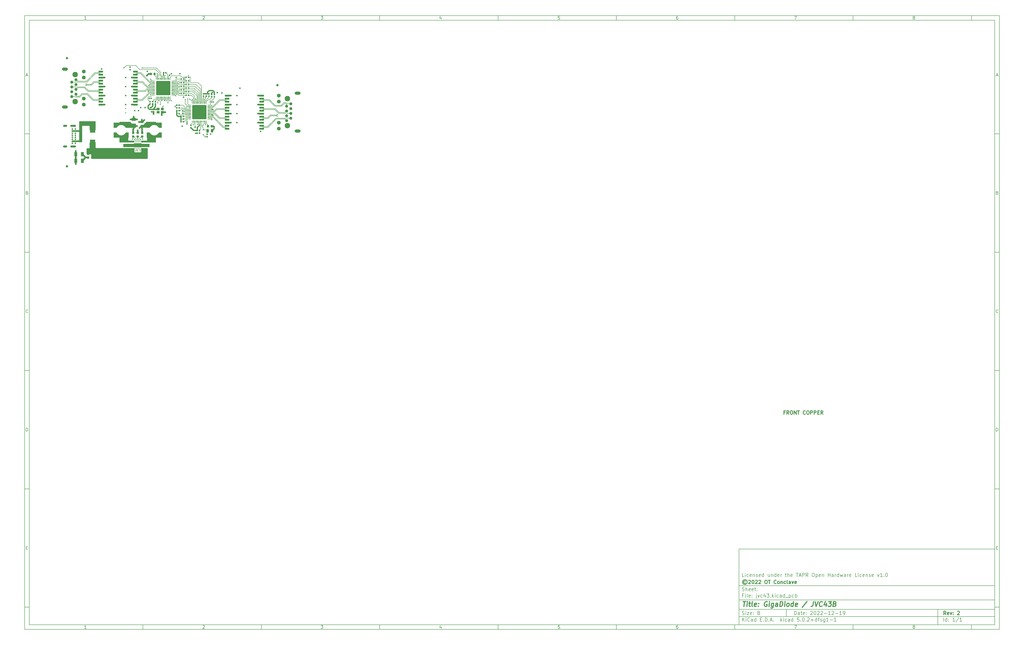
<source format=gbr>
G04 #@! TF.GenerationSoftware,KiCad,Pcbnew,5.0.2+dfsg1-1*
G04 #@! TF.CreationDate,2022-12-19T16:21:19-08:00*
G04 #@! TF.ProjectId,jvc43,6a766334-332e-46b6-9963-61645f706362,2*
G04 #@! TF.SameCoordinates,Original*
G04 #@! TF.FileFunction,Copper,L1,Top*
G04 #@! TF.FilePolarity,Positive*
%FSLAX46Y46*%
G04 Gerber Fmt 4.6, Leading zero omitted, Abs format (unit mm)*
G04 Created by KiCad (PCBNEW 5.0.2+dfsg1-1) date Mon 19 Dec 2022 04:21:19 PM PST*
%MOMM*%
%LPD*%
G01*
G04 APERTURE LIST*
%ADD10C,0.100000*%
%ADD11C,0.150000*%
%ADD12C,0.300000*%
%ADD13C,0.400000*%
G04 #@! TA.AperFunction,NonConductor*
%ADD14C,0.300000*%
G04 #@! TD*
G04 #@! TA.AperFunction,Conductor*
%ADD15C,0.100000*%
G04 #@! TD*
G04 #@! TA.AperFunction,SMDPad,CuDef*
%ADD16C,0.590000*%
G04 #@! TD*
G04 #@! TA.AperFunction,SMDPad,CuDef*
%ADD17C,0.950000*%
G04 #@! TD*
G04 #@! TA.AperFunction,ComponentPad*
%ADD18C,1.600000*%
G04 #@! TD*
G04 #@! TA.AperFunction,ComponentPad*
%ADD19C,1.295400*%
G04 #@! TD*
G04 #@! TA.AperFunction,ComponentPad*
%ADD20O,2.500000X1.300000*%
G04 #@! TD*
G04 #@! TA.AperFunction,WasherPad*
%ADD21C,2.300000*%
G04 #@! TD*
G04 #@! TA.AperFunction,SMDPad,CuDef*
%ADD22C,0.762000*%
G04 #@! TD*
G04 #@! TA.AperFunction,ComponentPad*
%ADD23O,1.700000X0.900000*%
G04 #@! TD*
G04 #@! TA.AperFunction,ComponentPad*
%ADD24O,2.400000X0.900000*%
G04 #@! TD*
G04 #@! TA.AperFunction,ComponentPad*
%ADD25C,0.650000*%
G04 #@! TD*
G04 #@! TA.AperFunction,SMDPad,CuDef*
%ADD26C,0.875000*%
G04 #@! TD*
G04 #@! TA.AperFunction,SMDPad,CuDef*
%ADD27C,1.250000*%
G04 #@! TD*
G04 #@! TA.AperFunction,SMDPad,CuDef*
%ADD28R,0.250000X0.700000*%
G04 #@! TD*
G04 #@! TA.AperFunction,SMDPad,CuDef*
%ADD29R,3.300000X1.700000*%
G04 #@! TD*
G04 #@! TA.AperFunction,SMDPad,CuDef*
%ADD30C,0.975000*%
G04 #@! TD*
G04 #@! TA.AperFunction,SMDPad,CuDef*
%ADD31R,2.200000X2.700000*%
G04 #@! TD*
G04 #@! TA.AperFunction,SMDPad,CuDef*
%ADD32R,1.150000X1.000000*%
G04 #@! TD*
G04 #@! TA.AperFunction,SMDPad,CuDef*
%ADD33R,0.450000X0.600000*%
G04 #@! TD*
G04 #@! TA.AperFunction,ComponentPad*
%ADD34C,0.700000*%
G04 #@! TD*
G04 #@! TA.AperFunction,SMDPad,CuDef*
%ADD35C,0.200000*%
G04 #@! TD*
G04 #@! TA.AperFunction,SMDPad,CuDef*
%ADD36C,6.000000*%
G04 #@! TD*
G04 #@! TA.AperFunction,BGAPad,CuDef*
%ADD37C,1.000000*%
G04 #@! TD*
G04 #@! TA.AperFunction,ViaPad*
%ADD38C,0.457200*%
G04 #@! TD*
G04 #@! TA.AperFunction,ViaPad*
%ADD39C,0.635000*%
G04 #@! TD*
G04 #@! TA.AperFunction,Conductor*
%ADD40C,0.635000*%
G04 #@! TD*
G04 #@! TA.AperFunction,Conductor*
%ADD41C,0.203200*%
G04 #@! TD*
G04 #@! TA.AperFunction,Conductor*
%ADD42C,0.198120*%
G04 #@! TD*
G04 #@! TA.AperFunction,Conductor*
%ADD43C,0.508000*%
G04 #@! TD*
G04 #@! TA.AperFunction,Conductor*
%ADD44C,0.187960*%
G04 #@! TD*
G04 #@! TA.AperFunction,Conductor*
%ADD45C,0.381000*%
G04 #@! TD*
G04 #@! TA.AperFunction,Conductor*
%ADD46C,0.254000*%
G04 #@! TD*
G04 APERTURE END LIST*
D10*
D11*
X311800000Y-235400000D02*
X311800000Y-267400000D01*
X419800000Y-267400000D01*
X419800000Y-235400000D01*
X311800000Y-235400000D01*
D10*
D11*
X10000000Y-10000000D02*
X10000000Y-269400000D01*
X421800000Y-269400000D01*
X421800000Y-10000000D01*
X10000000Y-10000000D01*
D10*
D11*
X12000000Y-12000000D02*
X12000000Y-267400000D01*
X419800000Y-267400000D01*
X419800000Y-12000000D01*
X12000000Y-12000000D01*
D10*
D11*
X60000000Y-12000000D02*
X60000000Y-10000000D01*
D10*
D11*
X110000000Y-12000000D02*
X110000000Y-10000000D01*
D10*
D11*
X160000000Y-12000000D02*
X160000000Y-10000000D01*
D10*
D11*
X210000000Y-12000000D02*
X210000000Y-10000000D01*
D10*
D11*
X260000000Y-12000000D02*
X260000000Y-10000000D01*
D10*
D11*
X310000000Y-12000000D02*
X310000000Y-10000000D01*
D10*
D11*
X360000000Y-12000000D02*
X360000000Y-10000000D01*
D10*
D11*
X410000000Y-12000000D02*
X410000000Y-10000000D01*
D10*
D11*
X36065476Y-11588095D02*
X35322619Y-11588095D01*
X35694047Y-11588095D02*
X35694047Y-10288095D01*
X35570238Y-10473809D01*
X35446428Y-10597619D01*
X35322619Y-10659523D01*
D10*
D11*
X85322619Y-10411904D02*
X85384523Y-10350000D01*
X85508333Y-10288095D01*
X85817857Y-10288095D01*
X85941666Y-10350000D01*
X86003571Y-10411904D01*
X86065476Y-10535714D01*
X86065476Y-10659523D01*
X86003571Y-10845238D01*
X85260714Y-11588095D01*
X86065476Y-11588095D01*
D10*
D11*
X135260714Y-10288095D02*
X136065476Y-10288095D01*
X135632142Y-10783333D01*
X135817857Y-10783333D01*
X135941666Y-10845238D01*
X136003571Y-10907142D01*
X136065476Y-11030952D01*
X136065476Y-11340476D01*
X136003571Y-11464285D01*
X135941666Y-11526190D01*
X135817857Y-11588095D01*
X135446428Y-11588095D01*
X135322619Y-11526190D01*
X135260714Y-11464285D01*
D10*
D11*
X185941666Y-10721428D02*
X185941666Y-11588095D01*
X185632142Y-10226190D02*
X185322619Y-11154761D01*
X186127380Y-11154761D01*
D10*
D11*
X236003571Y-10288095D02*
X235384523Y-10288095D01*
X235322619Y-10907142D01*
X235384523Y-10845238D01*
X235508333Y-10783333D01*
X235817857Y-10783333D01*
X235941666Y-10845238D01*
X236003571Y-10907142D01*
X236065476Y-11030952D01*
X236065476Y-11340476D01*
X236003571Y-11464285D01*
X235941666Y-11526190D01*
X235817857Y-11588095D01*
X235508333Y-11588095D01*
X235384523Y-11526190D01*
X235322619Y-11464285D01*
D10*
D11*
X285941666Y-10288095D02*
X285694047Y-10288095D01*
X285570238Y-10350000D01*
X285508333Y-10411904D01*
X285384523Y-10597619D01*
X285322619Y-10845238D01*
X285322619Y-11340476D01*
X285384523Y-11464285D01*
X285446428Y-11526190D01*
X285570238Y-11588095D01*
X285817857Y-11588095D01*
X285941666Y-11526190D01*
X286003571Y-11464285D01*
X286065476Y-11340476D01*
X286065476Y-11030952D01*
X286003571Y-10907142D01*
X285941666Y-10845238D01*
X285817857Y-10783333D01*
X285570238Y-10783333D01*
X285446428Y-10845238D01*
X285384523Y-10907142D01*
X285322619Y-11030952D01*
D10*
D11*
X335260714Y-10288095D02*
X336127380Y-10288095D01*
X335570238Y-11588095D01*
D10*
D11*
X385570238Y-10845238D02*
X385446428Y-10783333D01*
X385384523Y-10721428D01*
X385322619Y-10597619D01*
X385322619Y-10535714D01*
X385384523Y-10411904D01*
X385446428Y-10350000D01*
X385570238Y-10288095D01*
X385817857Y-10288095D01*
X385941666Y-10350000D01*
X386003571Y-10411904D01*
X386065476Y-10535714D01*
X386065476Y-10597619D01*
X386003571Y-10721428D01*
X385941666Y-10783333D01*
X385817857Y-10845238D01*
X385570238Y-10845238D01*
X385446428Y-10907142D01*
X385384523Y-10969047D01*
X385322619Y-11092857D01*
X385322619Y-11340476D01*
X385384523Y-11464285D01*
X385446428Y-11526190D01*
X385570238Y-11588095D01*
X385817857Y-11588095D01*
X385941666Y-11526190D01*
X386003571Y-11464285D01*
X386065476Y-11340476D01*
X386065476Y-11092857D01*
X386003571Y-10969047D01*
X385941666Y-10907142D01*
X385817857Y-10845238D01*
D10*
D11*
X60000000Y-267400000D02*
X60000000Y-269400000D01*
D10*
D11*
X110000000Y-267400000D02*
X110000000Y-269400000D01*
D10*
D11*
X160000000Y-267400000D02*
X160000000Y-269400000D01*
D10*
D11*
X210000000Y-267400000D02*
X210000000Y-269400000D01*
D10*
D11*
X260000000Y-267400000D02*
X260000000Y-269400000D01*
D10*
D11*
X310000000Y-267400000D02*
X310000000Y-269400000D01*
D10*
D11*
X360000000Y-267400000D02*
X360000000Y-269400000D01*
D10*
D11*
X410000000Y-267400000D02*
X410000000Y-269400000D01*
D10*
D11*
X36065476Y-268988095D02*
X35322619Y-268988095D01*
X35694047Y-268988095D02*
X35694047Y-267688095D01*
X35570238Y-267873809D01*
X35446428Y-267997619D01*
X35322619Y-268059523D01*
D10*
D11*
X85322619Y-267811904D02*
X85384523Y-267750000D01*
X85508333Y-267688095D01*
X85817857Y-267688095D01*
X85941666Y-267750000D01*
X86003571Y-267811904D01*
X86065476Y-267935714D01*
X86065476Y-268059523D01*
X86003571Y-268245238D01*
X85260714Y-268988095D01*
X86065476Y-268988095D01*
D10*
D11*
X135260714Y-267688095D02*
X136065476Y-267688095D01*
X135632142Y-268183333D01*
X135817857Y-268183333D01*
X135941666Y-268245238D01*
X136003571Y-268307142D01*
X136065476Y-268430952D01*
X136065476Y-268740476D01*
X136003571Y-268864285D01*
X135941666Y-268926190D01*
X135817857Y-268988095D01*
X135446428Y-268988095D01*
X135322619Y-268926190D01*
X135260714Y-268864285D01*
D10*
D11*
X185941666Y-268121428D02*
X185941666Y-268988095D01*
X185632142Y-267626190D02*
X185322619Y-268554761D01*
X186127380Y-268554761D01*
D10*
D11*
X236003571Y-267688095D02*
X235384523Y-267688095D01*
X235322619Y-268307142D01*
X235384523Y-268245238D01*
X235508333Y-268183333D01*
X235817857Y-268183333D01*
X235941666Y-268245238D01*
X236003571Y-268307142D01*
X236065476Y-268430952D01*
X236065476Y-268740476D01*
X236003571Y-268864285D01*
X235941666Y-268926190D01*
X235817857Y-268988095D01*
X235508333Y-268988095D01*
X235384523Y-268926190D01*
X235322619Y-268864285D01*
D10*
D11*
X285941666Y-267688095D02*
X285694047Y-267688095D01*
X285570238Y-267750000D01*
X285508333Y-267811904D01*
X285384523Y-267997619D01*
X285322619Y-268245238D01*
X285322619Y-268740476D01*
X285384523Y-268864285D01*
X285446428Y-268926190D01*
X285570238Y-268988095D01*
X285817857Y-268988095D01*
X285941666Y-268926190D01*
X286003571Y-268864285D01*
X286065476Y-268740476D01*
X286065476Y-268430952D01*
X286003571Y-268307142D01*
X285941666Y-268245238D01*
X285817857Y-268183333D01*
X285570238Y-268183333D01*
X285446428Y-268245238D01*
X285384523Y-268307142D01*
X285322619Y-268430952D01*
D10*
D11*
X335260714Y-267688095D02*
X336127380Y-267688095D01*
X335570238Y-268988095D01*
D10*
D11*
X385570238Y-268245238D02*
X385446428Y-268183333D01*
X385384523Y-268121428D01*
X385322619Y-267997619D01*
X385322619Y-267935714D01*
X385384523Y-267811904D01*
X385446428Y-267750000D01*
X385570238Y-267688095D01*
X385817857Y-267688095D01*
X385941666Y-267750000D01*
X386003571Y-267811904D01*
X386065476Y-267935714D01*
X386065476Y-267997619D01*
X386003571Y-268121428D01*
X385941666Y-268183333D01*
X385817857Y-268245238D01*
X385570238Y-268245238D01*
X385446428Y-268307142D01*
X385384523Y-268369047D01*
X385322619Y-268492857D01*
X385322619Y-268740476D01*
X385384523Y-268864285D01*
X385446428Y-268926190D01*
X385570238Y-268988095D01*
X385817857Y-268988095D01*
X385941666Y-268926190D01*
X386003571Y-268864285D01*
X386065476Y-268740476D01*
X386065476Y-268492857D01*
X386003571Y-268369047D01*
X385941666Y-268307142D01*
X385817857Y-268245238D01*
D10*
D11*
X10000000Y-60000000D02*
X12000000Y-60000000D01*
D10*
D11*
X10000000Y-110000000D02*
X12000000Y-110000000D01*
D10*
D11*
X10000000Y-160000000D02*
X12000000Y-160000000D01*
D10*
D11*
X10000000Y-210000000D02*
X12000000Y-210000000D01*
D10*
D11*
X10000000Y-260000000D02*
X12000000Y-260000000D01*
D10*
D11*
X10690476Y-35216666D02*
X11309523Y-35216666D01*
X10566666Y-35588095D02*
X11000000Y-34288095D01*
X11433333Y-35588095D01*
D10*
D11*
X11092857Y-84907142D02*
X11278571Y-84969047D01*
X11340476Y-85030952D01*
X11402380Y-85154761D01*
X11402380Y-85340476D01*
X11340476Y-85464285D01*
X11278571Y-85526190D01*
X11154761Y-85588095D01*
X10659523Y-85588095D01*
X10659523Y-84288095D01*
X11092857Y-84288095D01*
X11216666Y-84350000D01*
X11278571Y-84411904D01*
X11340476Y-84535714D01*
X11340476Y-84659523D01*
X11278571Y-84783333D01*
X11216666Y-84845238D01*
X11092857Y-84907142D01*
X10659523Y-84907142D01*
D10*
D11*
X11402380Y-135464285D02*
X11340476Y-135526190D01*
X11154761Y-135588095D01*
X11030952Y-135588095D01*
X10845238Y-135526190D01*
X10721428Y-135402380D01*
X10659523Y-135278571D01*
X10597619Y-135030952D01*
X10597619Y-134845238D01*
X10659523Y-134597619D01*
X10721428Y-134473809D01*
X10845238Y-134350000D01*
X11030952Y-134288095D01*
X11154761Y-134288095D01*
X11340476Y-134350000D01*
X11402380Y-134411904D01*
D10*
D11*
X10659523Y-185588095D02*
X10659523Y-184288095D01*
X10969047Y-184288095D01*
X11154761Y-184350000D01*
X11278571Y-184473809D01*
X11340476Y-184597619D01*
X11402380Y-184845238D01*
X11402380Y-185030952D01*
X11340476Y-185278571D01*
X11278571Y-185402380D01*
X11154761Y-185526190D01*
X10969047Y-185588095D01*
X10659523Y-185588095D01*
D10*
D11*
X10721428Y-234907142D02*
X11154761Y-234907142D01*
X11340476Y-235588095D02*
X10721428Y-235588095D01*
X10721428Y-234288095D01*
X11340476Y-234288095D01*
D10*
D11*
X421800000Y-60000000D02*
X419800000Y-60000000D01*
D10*
D11*
X421800000Y-110000000D02*
X419800000Y-110000000D01*
D10*
D11*
X421800000Y-160000000D02*
X419800000Y-160000000D01*
D10*
D11*
X421800000Y-210000000D02*
X419800000Y-210000000D01*
D10*
D11*
X421800000Y-260000000D02*
X419800000Y-260000000D01*
D10*
D11*
X420490476Y-35216666D02*
X421109523Y-35216666D01*
X420366666Y-35588095D02*
X420800000Y-34288095D01*
X421233333Y-35588095D01*
D10*
D11*
X420892857Y-84907142D02*
X421078571Y-84969047D01*
X421140476Y-85030952D01*
X421202380Y-85154761D01*
X421202380Y-85340476D01*
X421140476Y-85464285D01*
X421078571Y-85526190D01*
X420954761Y-85588095D01*
X420459523Y-85588095D01*
X420459523Y-84288095D01*
X420892857Y-84288095D01*
X421016666Y-84350000D01*
X421078571Y-84411904D01*
X421140476Y-84535714D01*
X421140476Y-84659523D01*
X421078571Y-84783333D01*
X421016666Y-84845238D01*
X420892857Y-84907142D01*
X420459523Y-84907142D01*
D10*
D11*
X421202380Y-135464285D02*
X421140476Y-135526190D01*
X420954761Y-135588095D01*
X420830952Y-135588095D01*
X420645238Y-135526190D01*
X420521428Y-135402380D01*
X420459523Y-135278571D01*
X420397619Y-135030952D01*
X420397619Y-134845238D01*
X420459523Y-134597619D01*
X420521428Y-134473809D01*
X420645238Y-134350000D01*
X420830952Y-134288095D01*
X420954761Y-134288095D01*
X421140476Y-134350000D01*
X421202380Y-134411904D01*
D10*
D11*
X420459523Y-185588095D02*
X420459523Y-184288095D01*
X420769047Y-184288095D01*
X420954761Y-184350000D01*
X421078571Y-184473809D01*
X421140476Y-184597619D01*
X421202380Y-184845238D01*
X421202380Y-185030952D01*
X421140476Y-185278571D01*
X421078571Y-185402380D01*
X420954761Y-185526190D01*
X420769047Y-185588095D01*
X420459523Y-185588095D01*
D10*
D11*
X420521428Y-234907142D02*
X420954761Y-234907142D01*
X421140476Y-235588095D02*
X420521428Y-235588095D01*
X420521428Y-234288095D01*
X421140476Y-234288095D01*
D10*
D11*
X335232142Y-263178571D02*
X335232142Y-261678571D01*
X335589285Y-261678571D01*
X335803571Y-261750000D01*
X335946428Y-261892857D01*
X336017857Y-262035714D01*
X336089285Y-262321428D01*
X336089285Y-262535714D01*
X336017857Y-262821428D01*
X335946428Y-262964285D01*
X335803571Y-263107142D01*
X335589285Y-263178571D01*
X335232142Y-263178571D01*
X337375000Y-263178571D02*
X337375000Y-262392857D01*
X337303571Y-262250000D01*
X337160714Y-262178571D01*
X336875000Y-262178571D01*
X336732142Y-262250000D01*
X337375000Y-263107142D02*
X337232142Y-263178571D01*
X336875000Y-263178571D01*
X336732142Y-263107142D01*
X336660714Y-262964285D01*
X336660714Y-262821428D01*
X336732142Y-262678571D01*
X336875000Y-262607142D01*
X337232142Y-262607142D01*
X337375000Y-262535714D01*
X337875000Y-262178571D02*
X338446428Y-262178571D01*
X338089285Y-261678571D02*
X338089285Y-262964285D01*
X338160714Y-263107142D01*
X338303571Y-263178571D01*
X338446428Y-263178571D01*
X339517857Y-263107142D02*
X339375000Y-263178571D01*
X339089285Y-263178571D01*
X338946428Y-263107142D01*
X338875000Y-262964285D01*
X338875000Y-262392857D01*
X338946428Y-262250000D01*
X339089285Y-262178571D01*
X339375000Y-262178571D01*
X339517857Y-262250000D01*
X339589285Y-262392857D01*
X339589285Y-262535714D01*
X338875000Y-262678571D01*
X340232142Y-263035714D02*
X340303571Y-263107142D01*
X340232142Y-263178571D01*
X340160714Y-263107142D01*
X340232142Y-263035714D01*
X340232142Y-263178571D01*
X340232142Y-262250000D02*
X340303571Y-262321428D01*
X340232142Y-262392857D01*
X340160714Y-262321428D01*
X340232142Y-262250000D01*
X340232142Y-262392857D01*
X342017857Y-261821428D02*
X342089285Y-261750000D01*
X342232142Y-261678571D01*
X342589285Y-261678571D01*
X342732142Y-261750000D01*
X342803571Y-261821428D01*
X342875000Y-261964285D01*
X342875000Y-262107142D01*
X342803571Y-262321428D01*
X341946428Y-263178571D01*
X342875000Y-263178571D01*
X343803571Y-261678571D02*
X343946428Y-261678571D01*
X344089285Y-261750000D01*
X344160714Y-261821428D01*
X344232142Y-261964285D01*
X344303571Y-262250000D01*
X344303571Y-262607142D01*
X344232142Y-262892857D01*
X344160714Y-263035714D01*
X344089285Y-263107142D01*
X343946428Y-263178571D01*
X343803571Y-263178571D01*
X343660714Y-263107142D01*
X343589285Y-263035714D01*
X343517857Y-262892857D01*
X343446428Y-262607142D01*
X343446428Y-262250000D01*
X343517857Y-261964285D01*
X343589285Y-261821428D01*
X343660714Y-261750000D01*
X343803571Y-261678571D01*
X344875000Y-261821428D02*
X344946428Y-261750000D01*
X345089285Y-261678571D01*
X345446428Y-261678571D01*
X345589285Y-261750000D01*
X345660714Y-261821428D01*
X345732142Y-261964285D01*
X345732142Y-262107142D01*
X345660714Y-262321428D01*
X344803571Y-263178571D01*
X345732142Y-263178571D01*
X346303571Y-261821428D02*
X346375000Y-261750000D01*
X346517857Y-261678571D01*
X346875000Y-261678571D01*
X347017857Y-261750000D01*
X347089285Y-261821428D01*
X347160714Y-261964285D01*
X347160714Y-262107142D01*
X347089285Y-262321428D01*
X346232142Y-263178571D01*
X347160714Y-263178571D01*
X347803571Y-262607142D02*
X348946428Y-262607142D01*
X350446428Y-263178571D02*
X349589285Y-263178571D01*
X350017857Y-263178571D02*
X350017857Y-261678571D01*
X349875000Y-261892857D01*
X349732142Y-262035714D01*
X349589285Y-262107142D01*
X351017857Y-261821428D02*
X351089285Y-261750000D01*
X351232142Y-261678571D01*
X351589285Y-261678571D01*
X351732142Y-261750000D01*
X351803571Y-261821428D01*
X351875000Y-261964285D01*
X351875000Y-262107142D01*
X351803571Y-262321428D01*
X350946428Y-263178571D01*
X351875000Y-263178571D01*
X352517857Y-262607142D02*
X353660714Y-262607142D01*
X355160714Y-263178571D02*
X354303571Y-263178571D01*
X354732142Y-263178571D02*
X354732142Y-261678571D01*
X354589285Y-261892857D01*
X354446428Y-262035714D01*
X354303571Y-262107142D01*
X355875000Y-263178571D02*
X356160714Y-263178571D01*
X356303571Y-263107142D01*
X356375000Y-263035714D01*
X356517857Y-262821428D01*
X356589285Y-262535714D01*
X356589285Y-261964285D01*
X356517857Y-261821428D01*
X356446428Y-261750000D01*
X356303571Y-261678571D01*
X356017857Y-261678571D01*
X355875000Y-261750000D01*
X355803571Y-261821428D01*
X355732142Y-261964285D01*
X355732142Y-262321428D01*
X355803571Y-262464285D01*
X355875000Y-262535714D01*
X356017857Y-262607142D01*
X356303571Y-262607142D01*
X356446428Y-262535714D01*
X356517857Y-262464285D01*
X356589285Y-262321428D01*
D10*
D11*
X311800000Y-263900000D02*
X419800000Y-263900000D01*
D10*
D11*
X313232142Y-265978571D02*
X313232142Y-264478571D01*
X314089285Y-265978571D02*
X313446428Y-265121428D01*
X314089285Y-264478571D02*
X313232142Y-265335714D01*
X314732142Y-265978571D02*
X314732142Y-264978571D01*
X314732142Y-264478571D02*
X314660714Y-264550000D01*
X314732142Y-264621428D01*
X314803571Y-264550000D01*
X314732142Y-264478571D01*
X314732142Y-264621428D01*
X316303571Y-265835714D02*
X316232142Y-265907142D01*
X316017857Y-265978571D01*
X315875000Y-265978571D01*
X315660714Y-265907142D01*
X315517857Y-265764285D01*
X315446428Y-265621428D01*
X315375000Y-265335714D01*
X315375000Y-265121428D01*
X315446428Y-264835714D01*
X315517857Y-264692857D01*
X315660714Y-264550000D01*
X315875000Y-264478571D01*
X316017857Y-264478571D01*
X316232142Y-264550000D01*
X316303571Y-264621428D01*
X317589285Y-265978571D02*
X317589285Y-265192857D01*
X317517857Y-265050000D01*
X317375000Y-264978571D01*
X317089285Y-264978571D01*
X316946428Y-265050000D01*
X317589285Y-265907142D02*
X317446428Y-265978571D01*
X317089285Y-265978571D01*
X316946428Y-265907142D01*
X316875000Y-265764285D01*
X316875000Y-265621428D01*
X316946428Y-265478571D01*
X317089285Y-265407142D01*
X317446428Y-265407142D01*
X317589285Y-265335714D01*
X318946428Y-265978571D02*
X318946428Y-264478571D01*
X318946428Y-265907142D02*
X318803571Y-265978571D01*
X318517857Y-265978571D01*
X318375000Y-265907142D01*
X318303571Y-265835714D01*
X318232142Y-265692857D01*
X318232142Y-265264285D01*
X318303571Y-265121428D01*
X318375000Y-265050000D01*
X318517857Y-264978571D01*
X318803571Y-264978571D01*
X318946428Y-265050000D01*
X320803571Y-265192857D02*
X321303571Y-265192857D01*
X321517857Y-265978571D02*
X320803571Y-265978571D01*
X320803571Y-264478571D01*
X321517857Y-264478571D01*
X322160714Y-265835714D02*
X322232142Y-265907142D01*
X322160714Y-265978571D01*
X322089285Y-265907142D01*
X322160714Y-265835714D01*
X322160714Y-265978571D01*
X322875000Y-265978571D02*
X322875000Y-264478571D01*
X323232142Y-264478571D01*
X323446428Y-264550000D01*
X323589285Y-264692857D01*
X323660714Y-264835714D01*
X323732142Y-265121428D01*
X323732142Y-265335714D01*
X323660714Y-265621428D01*
X323589285Y-265764285D01*
X323446428Y-265907142D01*
X323232142Y-265978571D01*
X322875000Y-265978571D01*
X324375000Y-265835714D02*
X324446428Y-265907142D01*
X324375000Y-265978571D01*
X324303571Y-265907142D01*
X324375000Y-265835714D01*
X324375000Y-265978571D01*
X325017857Y-265550000D02*
X325732142Y-265550000D01*
X324875000Y-265978571D02*
X325375000Y-264478571D01*
X325875000Y-265978571D01*
X326375000Y-265835714D02*
X326446428Y-265907142D01*
X326375000Y-265978571D01*
X326303571Y-265907142D01*
X326375000Y-265835714D01*
X326375000Y-265978571D01*
X329375000Y-265978571D02*
X329375000Y-264478571D01*
X329517857Y-265407142D02*
X329946428Y-265978571D01*
X329946428Y-264978571D02*
X329375000Y-265550000D01*
X330589285Y-265978571D02*
X330589285Y-264978571D01*
X330589285Y-264478571D02*
X330517857Y-264550000D01*
X330589285Y-264621428D01*
X330660714Y-264550000D01*
X330589285Y-264478571D01*
X330589285Y-264621428D01*
X331946428Y-265907142D02*
X331803571Y-265978571D01*
X331517857Y-265978571D01*
X331375000Y-265907142D01*
X331303571Y-265835714D01*
X331232142Y-265692857D01*
X331232142Y-265264285D01*
X331303571Y-265121428D01*
X331375000Y-265050000D01*
X331517857Y-264978571D01*
X331803571Y-264978571D01*
X331946428Y-265050000D01*
X333232142Y-265978571D02*
X333232142Y-265192857D01*
X333160714Y-265050000D01*
X333017857Y-264978571D01*
X332732142Y-264978571D01*
X332589285Y-265050000D01*
X333232142Y-265907142D02*
X333089285Y-265978571D01*
X332732142Y-265978571D01*
X332589285Y-265907142D01*
X332517857Y-265764285D01*
X332517857Y-265621428D01*
X332589285Y-265478571D01*
X332732142Y-265407142D01*
X333089285Y-265407142D01*
X333232142Y-265335714D01*
X334589285Y-265978571D02*
X334589285Y-264478571D01*
X334589285Y-265907142D02*
X334446428Y-265978571D01*
X334160714Y-265978571D01*
X334017857Y-265907142D01*
X333946428Y-265835714D01*
X333875000Y-265692857D01*
X333875000Y-265264285D01*
X333946428Y-265121428D01*
X334017857Y-265050000D01*
X334160714Y-264978571D01*
X334446428Y-264978571D01*
X334589285Y-265050000D01*
X337160714Y-264478571D02*
X336446428Y-264478571D01*
X336375000Y-265192857D01*
X336446428Y-265121428D01*
X336589285Y-265050000D01*
X336946428Y-265050000D01*
X337089285Y-265121428D01*
X337160714Y-265192857D01*
X337232142Y-265335714D01*
X337232142Y-265692857D01*
X337160714Y-265835714D01*
X337089285Y-265907142D01*
X336946428Y-265978571D01*
X336589285Y-265978571D01*
X336446428Y-265907142D01*
X336375000Y-265835714D01*
X337875000Y-265835714D02*
X337946428Y-265907142D01*
X337875000Y-265978571D01*
X337803571Y-265907142D01*
X337875000Y-265835714D01*
X337875000Y-265978571D01*
X338875000Y-264478571D02*
X339017857Y-264478571D01*
X339160714Y-264550000D01*
X339232142Y-264621428D01*
X339303571Y-264764285D01*
X339375000Y-265050000D01*
X339375000Y-265407142D01*
X339303571Y-265692857D01*
X339232142Y-265835714D01*
X339160714Y-265907142D01*
X339017857Y-265978571D01*
X338875000Y-265978571D01*
X338732142Y-265907142D01*
X338660714Y-265835714D01*
X338589285Y-265692857D01*
X338517857Y-265407142D01*
X338517857Y-265050000D01*
X338589285Y-264764285D01*
X338660714Y-264621428D01*
X338732142Y-264550000D01*
X338875000Y-264478571D01*
X340017857Y-265835714D02*
X340089285Y-265907142D01*
X340017857Y-265978571D01*
X339946428Y-265907142D01*
X340017857Y-265835714D01*
X340017857Y-265978571D01*
X340660714Y-264621428D02*
X340732142Y-264550000D01*
X340875000Y-264478571D01*
X341232142Y-264478571D01*
X341375000Y-264550000D01*
X341446428Y-264621428D01*
X341517857Y-264764285D01*
X341517857Y-264907142D01*
X341446428Y-265121428D01*
X340589285Y-265978571D01*
X341517857Y-265978571D01*
X342160714Y-265407142D02*
X343303571Y-265407142D01*
X342732142Y-265978571D02*
X342732142Y-264835714D01*
X344660714Y-265978571D02*
X344660714Y-264478571D01*
X344660714Y-265907142D02*
X344517857Y-265978571D01*
X344232142Y-265978571D01*
X344089285Y-265907142D01*
X344017857Y-265835714D01*
X343946428Y-265692857D01*
X343946428Y-265264285D01*
X344017857Y-265121428D01*
X344089285Y-265050000D01*
X344232142Y-264978571D01*
X344517857Y-264978571D01*
X344660714Y-265050000D01*
X345160714Y-264978571D02*
X345732142Y-264978571D01*
X345375000Y-265978571D02*
X345375000Y-264692857D01*
X345446428Y-264550000D01*
X345589285Y-264478571D01*
X345732142Y-264478571D01*
X346160714Y-265907142D02*
X346303571Y-265978571D01*
X346589285Y-265978571D01*
X346732142Y-265907142D01*
X346803571Y-265764285D01*
X346803571Y-265692857D01*
X346732142Y-265550000D01*
X346589285Y-265478571D01*
X346375000Y-265478571D01*
X346232142Y-265407142D01*
X346160714Y-265264285D01*
X346160714Y-265192857D01*
X346232142Y-265050000D01*
X346375000Y-264978571D01*
X346589285Y-264978571D01*
X346732142Y-265050000D01*
X348089285Y-264978571D02*
X348089285Y-266192857D01*
X348017857Y-266335714D01*
X347946428Y-266407142D01*
X347803571Y-266478571D01*
X347589285Y-266478571D01*
X347446428Y-266407142D01*
X348089285Y-265907142D02*
X347946428Y-265978571D01*
X347660714Y-265978571D01*
X347517857Y-265907142D01*
X347446428Y-265835714D01*
X347375000Y-265692857D01*
X347375000Y-265264285D01*
X347446428Y-265121428D01*
X347517857Y-265050000D01*
X347660714Y-264978571D01*
X347946428Y-264978571D01*
X348089285Y-265050000D01*
X349589285Y-265978571D02*
X348732142Y-265978571D01*
X349160714Y-265978571D02*
X349160714Y-264478571D01*
X349017857Y-264692857D01*
X348875000Y-264835714D01*
X348732142Y-264907142D01*
X350232142Y-265407142D02*
X351375000Y-265407142D01*
X352875000Y-265978571D02*
X352017857Y-265978571D01*
X352446428Y-265978571D02*
X352446428Y-264478571D01*
X352303571Y-264692857D01*
X352160714Y-264835714D01*
X352017857Y-264907142D01*
D10*
D11*
X311800000Y-260900000D02*
X419800000Y-260900000D01*
D10*
D12*
X399209285Y-263178571D02*
X398709285Y-262464285D01*
X398352142Y-263178571D02*
X398352142Y-261678571D01*
X398923571Y-261678571D01*
X399066428Y-261750000D01*
X399137857Y-261821428D01*
X399209285Y-261964285D01*
X399209285Y-262178571D01*
X399137857Y-262321428D01*
X399066428Y-262392857D01*
X398923571Y-262464285D01*
X398352142Y-262464285D01*
X400423571Y-263107142D02*
X400280714Y-263178571D01*
X399995000Y-263178571D01*
X399852142Y-263107142D01*
X399780714Y-262964285D01*
X399780714Y-262392857D01*
X399852142Y-262250000D01*
X399995000Y-262178571D01*
X400280714Y-262178571D01*
X400423571Y-262250000D01*
X400495000Y-262392857D01*
X400495000Y-262535714D01*
X399780714Y-262678571D01*
X400995000Y-262178571D02*
X401352142Y-263178571D01*
X401709285Y-262178571D01*
X402280714Y-263035714D02*
X402352142Y-263107142D01*
X402280714Y-263178571D01*
X402209285Y-263107142D01*
X402280714Y-263035714D01*
X402280714Y-263178571D01*
X402280714Y-262250000D02*
X402352142Y-262321428D01*
X402280714Y-262392857D01*
X402209285Y-262321428D01*
X402280714Y-262250000D01*
X402280714Y-262392857D01*
X404066428Y-261821428D02*
X404137857Y-261750000D01*
X404280714Y-261678571D01*
X404637857Y-261678571D01*
X404780714Y-261750000D01*
X404852142Y-261821428D01*
X404923571Y-261964285D01*
X404923571Y-262107142D01*
X404852142Y-262321428D01*
X403995000Y-263178571D01*
X404923571Y-263178571D01*
D10*
D11*
X313160714Y-263107142D02*
X313375000Y-263178571D01*
X313732142Y-263178571D01*
X313875000Y-263107142D01*
X313946428Y-263035714D01*
X314017857Y-262892857D01*
X314017857Y-262750000D01*
X313946428Y-262607142D01*
X313875000Y-262535714D01*
X313732142Y-262464285D01*
X313446428Y-262392857D01*
X313303571Y-262321428D01*
X313232142Y-262250000D01*
X313160714Y-262107142D01*
X313160714Y-261964285D01*
X313232142Y-261821428D01*
X313303571Y-261750000D01*
X313446428Y-261678571D01*
X313803571Y-261678571D01*
X314017857Y-261750000D01*
X314660714Y-263178571D02*
X314660714Y-262178571D01*
X314660714Y-261678571D02*
X314589285Y-261750000D01*
X314660714Y-261821428D01*
X314732142Y-261750000D01*
X314660714Y-261678571D01*
X314660714Y-261821428D01*
X315232142Y-262178571D02*
X316017857Y-262178571D01*
X315232142Y-263178571D01*
X316017857Y-263178571D01*
X317160714Y-263107142D02*
X317017857Y-263178571D01*
X316732142Y-263178571D01*
X316589285Y-263107142D01*
X316517857Y-262964285D01*
X316517857Y-262392857D01*
X316589285Y-262250000D01*
X316732142Y-262178571D01*
X317017857Y-262178571D01*
X317160714Y-262250000D01*
X317232142Y-262392857D01*
X317232142Y-262535714D01*
X316517857Y-262678571D01*
X317875000Y-263035714D02*
X317946428Y-263107142D01*
X317875000Y-263178571D01*
X317803571Y-263107142D01*
X317875000Y-263035714D01*
X317875000Y-263178571D01*
X317875000Y-262250000D02*
X317946428Y-262321428D01*
X317875000Y-262392857D01*
X317803571Y-262321428D01*
X317875000Y-262250000D01*
X317875000Y-262392857D01*
X320232142Y-262392857D02*
X320446428Y-262464285D01*
X320517857Y-262535714D01*
X320589285Y-262678571D01*
X320589285Y-262892857D01*
X320517857Y-263035714D01*
X320446428Y-263107142D01*
X320303571Y-263178571D01*
X319732142Y-263178571D01*
X319732142Y-261678571D01*
X320232142Y-261678571D01*
X320375000Y-261750000D01*
X320446428Y-261821428D01*
X320517857Y-261964285D01*
X320517857Y-262107142D01*
X320446428Y-262250000D01*
X320375000Y-262321428D01*
X320232142Y-262392857D01*
X319732142Y-262392857D01*
D10*
D11*
X398232142Y-265978571D02*
X398232142Y-264478571D01*
X399589285Y-265978571D02*
X399589285Y-264478571D01*
X399589285Y-265907142D02*
X399446428Y-265978571D01*
X399160714Y-265978571D01*
X399017857Y-265907142D01*
X398946428Y-265835714D01*
X398875000Y-265692857D01*
X398875000Y-265264285D01*
X398946428Y-265121428D01*
X399017857Y-265050000D01*
X399160714Y-264978571D01*
X399446428Y-264978571D01*
X399589285Y-265050000D01*
X400303571Y-265835714D02*
X400375000Y-265907142D01*
X400303571Y-265978571D01*
X400232142Y-265907142D01*
X400303571Y-265835714D01*
X400303571Y-265978571D01*
X400303571Y-265050000D02*
X400375000Y-265121428D01*
X400303571Y-265192857D01*
X400232142Y-265121428D01*
X400303571Y-265050000D01*
X400303571Y-265192857D01*
X402946428Y-265978571D02*
X402089285Y-265978571D01*
X402517857Y-265978571D02*
X402517857Y-264478571D01*
X402375000Y-264692857D01*
X402232142Y-264835714D01*
X402089285Y-264907142D01*
X404660714Y-264407142D02*
X403375000Y-266335714D01*
X405946428Y-265978571D02*
X405089285Y-265978571D01*
X405517857Y-265978571D02*
X405517857Y-264478571D01*
X405375000Y-264692857D01*
X405232142Y-264835714D01*
X405089285Y-264907142D01*
D10*
D11*
X311800000Y-256900000D02*
X419800000Y-256900000D01*
D10*
D13*
X313512380Y-257604761D02*
X314655238Y-257604761D01*
X313833809Y-259604761D02*
X314083809Y-257604761D01*
X315071904Y-259604761D02*
X315238571Y-258271428D01*
X315321904Y-257604761D02*
X315214761Y-257700000D01*
X315298095Y-257795238D01*
X315405238Y-257700000D01*
X315321904Y-257604761D01*
X315298095Y-257795238D01*
X315905238Y-258271428D02*
X316667142Y-258271428D01*
X316274285Y-257604761D02*
X316060000Y-259319047D01*
X316131428Y-259509523D01*
X316310000Y-259604761D01*
X316500476Y-259604761D01*
X317452857Y-259604761D02*
X317274285Y-259509523D01*
X317202857Y-259319047D01*
X317417142Y-257604761D01*
X318988571Y-259509523D02*
X318786190Y-259604761D01*
X318405238Y-259604761D01*
X318226666Y-259509523D01*
X318155238Y-259319047D01*
X318250476Y-258557142D01*
X318369523Y-258366666D01*
X318571904Y-258271428D01*
X318952857Y-258271428D01*
X319131428Y-258366666D01*
X319202857Y-258557142D01*
X319179047Y-258747619D01*
X318202857Y-258938095D01*
X319952857Y-259414285D02*
X320036190Y-259509523D01*
X319929047Y-259604761D01*
X319845714Y-259509523D01*
X319952857Y-259414285D01*
X319929047Y-259604761D01*
X320083809Y-258366666D02*
X320167142Y-258461904D01*
X320060000Y-258557142D01*
X319976666Y-258461904D01*
X320083809Y-258366666D01*
X320060000Y-258557142D01*
X323690952Y-257700000D02*
X323512380Y-257604761D01*
X323226666Y-257604761D01*
X322929047Y-257700000D01*
X322714761Y-257890476D01*
X322595714Y-258080952D01*
X322452857Y-258461904D01*
X322417142Y-258747619D01*
X322464761Y-259128571D01*
X322536190Y-259319047D01*
X322702857Y-259509523D01*
X322976666Y-259604761D01*
X323167142Y-259604761D01*
X323464761Y-259509523D01*
X323571904Y-259414285D01*
X323655238Y-258747619D01*
X323274285Y-258747619D01*
X324405238Y-259604761D02*
X324571904Y-258271428D01*
X324655238Y-257604761D02*
X324548095Y-257700000D01*
X324631428Y-257795238D01*
X324738571Y-257700000D01*
X324655238Y-257604761D01*
X324631428Y-257795238D01*
X326381428Y-258271428D02*
X326179047Y-259890476D01*
X326060000Y-260080952D01*
X325952857Y-260176190D01*
X325750476Y-260271428D01*
X325464761Y-260271428D01*
X325286190Y-260176190D01*
X326226666Y-259509523D02*
X326024285Y-259604761D01*
X325643333Y-259604761D01*
X325464761Y-259509523D01*
X325381428Y-259414285D01*
X325310000Y-259223809D01*
X325381428Y-258652380D01*
X325500476Y-258461904D01*
X325607619Y-258366666D01*
X325810000Y-258271428D01*
X326190952Y-258271428D01*
X326369523Y-258366666D01*
X328024285Y-259604761D02*
X328155238Y-258557142D01*
X328083809Y-258366666D01*
X327905238Y-258271428D01*
X327524285Y-258271428D01*
X327321904Y-258366666D01*
X328036190Y-259509523D02*
X327833809Y-259604761D01*
X327357619Y-259604761D01*
X327179047Y-259509523D01*
X327107619Y-259319047D01*
X327131428Y-259128571D01*
X327250476Y-258938095D01*
X327452857Y-258842857D01*
X327929047Y-258842857D01*
X328131428Y-258747619D01*
X328976666Y-259604761D02*
X329226666Y-257604761D01*
X329702857Y-257604761D01*
X329976666Y-257700000D01*
X330143333Y-257890476D01*
X330214761Y-258080952D01*
X330262380Y-258461904D01*
X330226666Y-258747619D01*
X330083809Y-259128571D01*
X329964761Y-259319047D01*
X329750476Y-259509523D01*
X329452857Y-259604761D01*
X328976666Y-259604761D01*
X330976666Y-259604761D02*
X331143333Y-258271428D01*
X331226666Y-257604761D02*
X331119523Y-257700000D01*
X331202857Y-257795238D01*
X331310000Y-257700000D01*
X331226666Y-257604761D01*
X331202857Y-257795238D01*
X332214761Y-259604761D02*
X332036190Y-259509523D01*
X331952857Y-259414285D01*
X331881428Y-259223809D01*
X331952857Y-258652380D01*
X332071904Y-258461904D01*
X332179047Y-258366666D01*
X332381428Y-258271428D01*
X332667142Y-258271428D01*
X332845714Y-258366666D01*
X332929047Y-258461904D01*
X333000476Y-258652380D01*
X332929047Y-259223809D01*
X332810000Y-259414285D01*
X332702857Y-259509523D01*
X332500476Y-259604761D01*
X332214761Y-259604761D01*
X334595714Y-259604761D02*
X334845714Y-257604761D01*
X334607619Y-259509523D02*
X334405238Y-259604761D01*
X334024285Y-259604761D01*
X333845714Y-259509523D01*
X333762380Y-259414285D01*
X333690952Y-259223809D01*
X333762380Y-258652380D01*
X333881428Y-258461904D01*
X333988571Y-258366666D01*
X334190952Y-258271428D01*
X334571904Y-258271428D01*
X334750476Y-258366666D01*
X336321904Y-259509523D02*
X336119523Y-259604761D01*
X335738571Y-259604761D01*
X335560000Y-259509523D01*
X335488571Y-259319047D01*
X335583809Y-258557142D01*
X335702857Y-258366666D01*
X335905238Y-258271428D01*
X336286190Y-258271428D01*
X336464761Y-258366666D01*
X336536190Y-258557142D01*
X336512380Y-258747619D01*
X335536190Y-258938095D01*
X340476666Y-257509523D02*
X338440952Y-260080952D01*
X343226666Y-257604761D02*
X343048095Y-259033333D01*
X342917142Y-259319047D01*
X342702857Y-259509523D01*
X342405238Y-259604761D01*
X342214761Y-259604761D01*
X343893333Y-257604761D02*
X344310000Y-259604761D01*
X345226666Y-257604761D01*
X346810000Y-259414285D02*
X346702857Y-259509523D01*
X346405238Y-259604761D01*
X346214761Y-259604761D01*
X345940952Y-259509523D01*
X345774285Y-259319047D01*
X345702857Y-259128571D01*
X345655238Y-258747619D01*
X345690952Y-258461904D01*
X345833809Y-258080952D01*
X345952857Y-257890476D01*
X346167142Y-257700000D01*
X346464761Y-257604761D01*
X346655238Y-257604761D01*
X346929047Y-257700000D01*
X347012380Y-257795238D01*
X348667142Y-258271428D02*
X348500476Y-259604761D01*
X348286190Y-257509523D02*
X347631428Y-258938095D01*
X348869523Y-258938095D01*
X349607619Y-257604761D02*
X350845714Y-257604761D01*
X350083809Y-258366666D01*
X350369523Y-258366666D01*
X350548095Y-258461904D01*
X350631428Y-258557142D01*
X350702857Y-258747619D01*
X350643333Y-259223809D01*
X350524285Y-259414285D01*
X350417142Y-259509523D01*
X350214761Y-259604761D01*
X349643333Y-259604761D01*
X349464761Y-259509523D01*
X349381428Y-259414285D01*
X352250476Y-258557142D02*
X352524285Y-258652380D01*
X352607619Y-258747619D01*
X352679047Y-258938095D01*
X352643333Y-259223809D01*
X352524285Y-259414285D01*
X352417142Y-259509523D01*
X352214761Y-259604761D01*
X351452857Y-259604761D01*
X351702857Y-257604761D01*
X352369523Y-257604761D01*
X352548095Y-257700000D01*
X352631428Y-257795238D01*
X352702857Y-257985714D01*
X352679047Y-258176190D01*
X352560000Y-258366666D01*
X352452857Y-258461904D01*
X352250476Y-258557142D01*
X351583809Y-258557142D01*
D10*
D11*
X313732142Y-254992857D02*
X313232142Y-254992857D01*
X313232142Y-255778571D02*
X313232142Y-254278571D01*
X313946428Y-254278571D01*
X314517857Y-255778571D02*
X314517857Y-254778571D01*
X314517857Y-254278571D02*
X314446428Y-254350000D01*
X314517857Y-254421428D01*
X314589285Y-254350000D01*
X314517857Y-254278571D01*
X314517857Y-254421428D01*
X315446428Y-255778571D02*
X315303571Y-255707142D01*
X315232142Y-255564285D01*
X315232142Y-254278571D01*
X316589285Y-255707142D02*
X316446428Y-255778571D01*
X316160714Y-255778571D01*
X316017857Y-255707142D01*
X315946428Y-255564285D01*
X315946428Y-254992857D01*
X316017857Y-254850000D01*
X316160714Y-254778571D01*
X316446428Y-254778571D01*
X316589285Y-254850000D01*
X316660714Y-254992857D01*
X316660714Y-255135714D01*
X315946428Y-255278571D01*
X317303571Y-255635714D02*
X317375000Y-255707142D01*
X317303571Y-255778571D01*
X317232142Y-255707142D01*
X317303571Y-255635714D01*
X317303571Y-255778571D01*
X317303571Y-254850000D02*
X317375000Y-254921428D01*
X317303571Y-254992857D01*
X317232142Y-254921428D01*
X317303571Y-254850000D01*
X317303571Y-254992857D01*
X319160714Y-254778571D02*
X319160714Y-256064285D01*
X319089285Y-256207142D01*
X318946428Y-256278571D01*
X318875000Y-256278571D01*
X319160714Y-254278571D02*
X319089285Y-254350000D01*
X319160714Y-254421428D01*
X319232142Y-254350000D01*
X319160714Y-254278571D01*
X319160714Y-254421428D01*
X319732142Y-254778571D02*
X320089285Y-255778571D01*
X320446428Y-254778571D01*
X321660714Y-255707142D02*
X321517857Y-255778571D01*
X321232142Y-255778571D01*
X321089285Y-255707142D01*
X321017857Y-255635714D01*
X320946428Y-255492857D01*
X320946428Y-255064285D01*
X321017857Y-254921428D01*
X321089285Y-254850000D01*
X321232142Y-254778571D01*
X321517857Y-254778571D01*
X321660714Y-254850000D01*
X322946428Y-254778571D02*
X322946428Y-255778571D01*
X322589285Y-254207142D02*
X322232142Y-255278571D01*
X323160714Y-255278571D01*
X323589285Y-254278571D02*
X324517857Y-254278571D01*
X324017857Y-254850000D01*
X324232142Y-254850000D01*
X324375000Y-254921428D01*
X324446428Y-254992857D01*
X324517857Y-255135714D01*
X324517857Y-255492857D01*
X324446428Y-255635714D01*
X324375000Y-255707142D01*
X324232142Y-255778571D01*
X323803571Y-255778571D01*
X323660714Y-255707142D01*
X323589285Y-255635714D01*
X325160714Y-255635714D02*
X325232142Y-255707142D01*
X325160714Y-255778571D01*
X325089285Y-255707142D01*
X325160714Y-255635714D01*
X325160714Y-255778571D01*
X325875000Y-255778571D02*
X325875000Y-254278571D01*
X326017857Y-255207142D02*
X326446428Y-255778571D01*
X326446428Y-254778571D02*
X325875000Y-255350000D01*
X327089285Y-255778571D02*
X327089285Y-254778571D01*
X327089285Y-254278571D02*
X327017857Y-254350000D01*
X327089285Y-254421428D01*
X327160714Y-254350000D01*
X327089285Y-254278571D01*
X327089285Y-254421428D01*
X328446428Y-255707142D02*
X328303571Y-255778571D01*
X328017857Y-255778571D01*
X327875000Y-255707142D01*
X327803571Y-255635714D01*
X327732142Y-255492857D01*
X327732142Y-255064285D01*
X327803571Y-254921428D01*
X327875000Y-254850000D01*
X328017857Y-254778571D01*
X328303571Y-254778571D01*
X328446428Y-254850000D01*
X329732142Y-255778571D02*
X329732142Y-254992857D01*
X329660714Y-254850000D01*
X329517857Y-254778571D01*
X329232142Y-254778571D01*
X329089285Y-254850000D01*
X329732142Y-255707142D02*
X329589285Y-255778571D01*
X329232142Y-255778571D01*
X329089285Y-255707142D01*
X329017857Y-255564285D01*
X329017857Y-255421428D01*
X329089285Y-255278571D01*
X329232142Y-255207142D01*
X329589285Y-255207142D01*
X329732142Y-255135714D01*
X331089285Y-255778571D02*
X331089285Y-254278571D01*
X331089285Y-255707142D02*
X330946428Y-255778571D01*
X330660714Y-255778571D01*
X330517857Y-255707142D01*
X330446428Y-255635714D01*
X330375000Y-255492857D01*
X330375000Y-255064285D01*
X330446428Y-254921428D01*
X330517857Y-254850000D01*
X330660714Y-254778571D01*
X330946428Y-254778571D01*
X331089285Y-254850000D01*
X331446428Y-255921428D02*
X332589285Y-255921428D01*
X332946428Y-254778571D02*
X332946428Y-256278571D01*
X332946428Y-254850000D02*
X333089285Y-254778571D01*
X333375000Y-254778571D01*
X333517857Y-254850000D01*
X333589285Y-254921428D01*
X333660714Y-255064285D01*
X333660714Y-255492857D01*
X333589285Y-255635714D01*
X333517857Y-255707142D01*
X333375000Y-255778571D01*
X333089285Y-255778571D01*
X332946428Y-255707142D01*
X334946428Y-255707142D02*
X334803571Y-255778571D01*
X334517857Y-255778571D01*
X334375000Y-255707142D01*
X334303571Y-255635714D01*
X334232142Y-255492857D01*
X334232142Y-255064285D01*
X334303571Y-254921428D01*
X334375000Y-254850000D01*
X334517857Y-254778571D01*
X334803571Y-254778571D01*
X334946428Y-254850000D01*
X335589285Y-255778571D02*
X335589285Y-254278571D01*
X335589285Y-254850000D02*
X335732142Y-254778571D01*
X336017857Y-254778571D01*
X336160714Y-254850000D01*
X336232142Y-254921428D01*
X336303571Y-255064285D01*
X336303571Y-255492857D01*
X336232142Y-255635714D01*
X336160714Y-255707142D01*
X336017857Y-255778571D01*
X335732142Y-255778571D01*
X335589285Y-255707142D01*
D10*
D11*
X311800000Y-250900000D02*
X419800000Y-250900000D01*
D10*
D11*
X313160714Y-253007142D02*
X313375000Y-253078571D01*
X313732142Y-253078571D01*
X313875000Y-253007142D01*
X313946428Y-252935714D01*
X314017857Y-252792857D01*
X314017857Y-252650000D01*
X313946428Y-252507142D01*
X313875000Y-252435714D01*
X313732142Y-252364285D01*
X313446428Y-252292857D01*
X313303571Y-252221428D01*
X313232142Y-252150000D01*
X313160714Y-252007142D01*
X313160714Y-251864285D01*
X313232142Y-251721428D01*
X313303571Y-251650000D01*
X313446428Y-251578571D01*
X313803571Y-251578571D01*
X314017857Y-251650000D01*
X314660714Y-253078571D02*
X314660714Y-251578571D01*
X315303571Y-253078571D02*
X315303571Y-252292857D01*
X315232142Y-252150000D01*
X315089285Y-252078571D01*
X314875000Y-252078571D01*
X314732142Y-252150000D01*
X314660714Y-252221428D01*
X316589285Y-253007142D02*
X316446428Y-253078571D01*
X316160714Y-253078571D01*
X316017857Y-253007142D01*
X315946428Y-252864285D01*
X315946428Y-252292857D01*
X316017857Y-252150000D01*
X316160714Y-252078571D01*
X316446428Y-252078571D01*
X316589285Y-252150000D01*
X316660714Y-252292857D01*
X316660714Y-252435714D01*
X315946428Y-252578571D01*
X317875000Y-253007142D02*
X317732142Y-253078571D01*
X317446428Y-253078571D01*
X317303571Y-253007142D01*
X317232142Y-252864285D01*
X317232142Y-252292857D01*
X317303571Y-252150000D01*
X317446428Y-252078571D01*
X317732142Y-252078571D01*
X317875000Y-252150000D01*
X317946428Y-252292857D01*
X317946428Y-252435714D01*
X317232142Y-252578571D01*
X318375000Y-252078571D02*
X318946428Y-252078571D01*
X318589285Y-251578571D02*
X318589285Y-252864285D01*
X318660714Y-253007142D01*
X318803571Y-253078571D01*
X318946428Y-253078571D01*
X319446428Y-252935714D02*
X319517857Y-253007142D01*
X319446428Y-253078571D01*
X319375000Y-253007142D01*
X319446428Y-252935714D01*
X319446428Y-253078571D01*
X319446428Y-252150000D02*
X319517857Y-252221428D01*
X319446428Y-252292857D01*
X319375000Y-252221428D01*
X319446428Y-252150000D01*
X319446428Y-252292857D01*
D10*
D12*
X314566428Y-248935714D02*
X314423571Y-248864285D01*
X314137857Y-248864285D01*
X313995000Y-248935714D01*
X313852142Y-249078571D01*
X313780714Y-249221428D01*
X313780714Y-249507142D01*
X313852142Y-249650000D01*
X313995000Y-249792857D01*
X314137857Y-249864285D01*
X314423571Y-249864285D01*
X314566428Y-249792857D01*
X314280714Y-248364285D02*
X313923571Y-248435714D01*
X313566428Y-248650000D01*
X313352142Y-249007142D01*
X313280714Y-249364285D01*
X313352142Y-249721428D01*
X313566428Y-250078571D01*
X313923571Y-250292857D01*
X314280714Y-250364285D01*
X314637857Y-250292857D01*
X314995000Y-250078571D01*
X315209285Y-249721428D01*
X315280714Y-249364285D01*
X315209285Y-249007142D01*
X314995000Y-248650000D01*
X314637857Y-248435714D01*
X314280714Y-248364285D01*
X315852142Y-248721428D02*
X315923571Y-248650000D01*
X316066428Y-248578571D01*
X316423571Y-248578571D01*
X316566428Y-248650000D01*
X316637857Y-248721428D01*
X316709285Y-248864285D01*
X316709285Y-249007142D01*
X316637857Y-249221428D01*
X315780714Y-250078571D01*
X316709285Y-250078571D01*
X317637857Y-248578571D02*
X317780714Y-248578571D01*
X317923571Y-248650000D01*
X317995000Y-248721428D01*
X318066428Y-248864285D01*
X318137857Y-249150000D01*
X318137857Y-249507142D01*
X318066428Y-249792857D01*
X317995000Y-249935714D01*
X317923571Y-250007142D01*
X317780714Y-250078571D01*
X317637857Y-250078571D01*
X317495000Y-250007142D01*
X317423571Y-249935714D01*
X317352142Y-249792857D01*
X317280714Y-249507142D01*
X317280714Y-249150000D01*
X317352142Y-248864285D01*
X317423571Y-248721428D01*
X317495000Y-248650000D01*
X317637857Y-248578571D01*
X318709285Y-248721428D02*
X318780714Y-248650000D01*
X318923571Y-248578571D01*
X319280714Y-248578571D01*
X319423571Y-248650000D01*
X319495000Y-248721428D01*
X319566428Y-248864285D01*
X319566428Y-249007142D01*
X319495000Y-249221428D01*
X318637857Y-250078571D01*
X319566428Y-250078571D01*
X320137857Y-248721428D02*
X320209285Y-248650000D01*
X320352142Y-248578571D01*
X320709285Y-248578571D01*
X320852142Y-248650000D01*
X320923571Y-248721428D01*
X320995000Y-248864285D01*
X320995000Y-249007142D01*
X320923571Y-249221428D01*
X320066428Y-250078571D01*
X320995000Y-250078571D01*
X323066428Y-248578571D02*
X323352142Y-248578571D01*
X323495000Y-248650000D01*
X323637857Y-248792857D01*
X323709285Y-249078571D01*
X323709285Y-249578571D01*
X323637857Y-249864285D01*
X323495000Y-250007142D01*
X323352142Y-250078571D01*
X323066428Y-250078571D01*
X322923571Y-250007142D01*
X322780714Y-249864285D01*
X322709285Y-249578571D01*
X322709285Y-249078571D01*
X322780714Y-248792857D01*
X322923571Y-248650000D01*
X323066428Y-248578571D01*
X324137857Y-248578571D02*
X324995000Y-248578571D01*
X324566428Y-250078571D02*
X324566428Y-248578571D01*
X327495000Y-249935714D02*
X327423571Y-250007142D01*
X327209285Y-250078571D01*
X327066428Y-250078571D01*
X326852142Y-250007142D01*
X326709285Y-249864285D01*
X326637857Y-249721428D01*
X326566428Y-249435714D01*
X326566428Y-249221428D01*
X326637857Y-248935714D01*
X326709285Y-248792857D01*
X326852142Y-248650000D01*
X327066428Y-248578571D01*
X327209285Y-248578571D01*
X327423571Y-248650000D01*
X327495000Y-248721428D01*
X328352142Y-250078571D02*
X328209285Y-250007142D01*
X328137857Y-249935714D01*
X328066428Y-249792857D01*
X328066428Y-249364285D01*
X328137857Y-249221428D01*
X328209285Y-249150000D01*
X328352142Y-249078571D01*
X328566428Y-249078571D01*
X328709285Y-249150000D01*
X328780714Y-249221428D01*
X328852142Y-249364285D01*
X328852142Y-249792857D01*
X328780714Y-249935714D01*
X328709285Y-250007142D01*
X328566428Y-250078571D01*
X328352142Y-250078571D01*
X329495000Y-249078571D02*
X329495000Y-250078571D01*
X329495000Y-249221428D02*
X329566428Y-249150000D01*
X329709285Y-249078571D01*
X329923571Y-249078571D01*
X330066428Y-249150000D01*
X330137857Y-249292857D01*
X330137857Y-250078571D01*
X331495000Y-250007142D02*
X331352142Y-250078571D01*
X331066428Y-250078571D01*
X330923571Y-250007142D01*
X330852142Y-249935714D01*
X330780714Y-249792857D01*
X330780714Y-249364285D01*
X330852142Y-249221428D01*
X330923571Y-249150000D01*
X331066428Y-249078571D01*
X331352142Y-249078571D01*
X331495000Y-249150000D01*
X332352142Y-250078571D02*
X332209285Y-250007142D01*
X332137857Y-249864285D01*
X332137857Y-248578571D01*
X333566428Y-250078571D02*
X333566428Y-249292857D01*
X333495000Y-249150000D01*
X333352142Y-249078571D01*
X333066428Y-249078571D01*
X332923571Y-249150000D01*
X333566428Y-250007142D02*
X333423571Y-250078571D01*
X333066428Y-250078571D01*
X332923571Y-250007142D01*
X332852142Y-249864285D01*
X332852142Y-249721428D01*
X332923571Y-249578571D01*
X333066428Y-249507142D01*
X333423571Y-249507142D01*
X333566428Y-249435714D01*
X334137857Y-249078571D02*
X334495000Y-250078571D01*
X334852142Y-249078571D01*
X335995000Y-250007142D02*
X335852142Y-250078571D01*
X335566428Y-250078571D01*
X335423571Y-250007142D01*
X335352142Y-249864285D01*
X335352142Y-249292857D01*
X335423571Y-249150000D01*
X335566428Y-249078571D01*
X335852142Y-249078571D01*
X335995000Y-249150000D01*
X336066428Y-249292857D01*
X336066428Y-249435714D01*
X335352142Y-249578571D01*
D10*
D11*
X313946428Y-247078571D02*
X313232142Y-247078571D01*
X313232142Y-245578571D01*
X314446428Y-247078571D02*
X314446428Y-246078571D01*
X314446428Y-245578571D02*
X314375000Y-245650000D01*
X314446428Y-245721428D01*
X314517857Y-245650000D01*
X314446428Y-245578571D01*
X314446428Y-245721428D01*
X315803571Y-247007142D02*
X315660714Y-247078571D01*
X315375000Y-247078571D01*
X315232142Y-247007142D01*
X315160714Y-246935714D01*
X315089285Y-246792857D01*
X315089285Y-246364285D01*
X315160714Y-246221428D01*
X315232142Y-246150000D01*
X315375000Y-246078571D01*
X315660714Y-246078571D01*
X315803571Y-246150000D01*
X317017857Y-247007142D02*
X316875000Y-247078571D01*
X316589285Y-247078571D01*
X316446428Y-247007142D01*
X316375000Y-246864285D01*
X316375000Y-246292857D01*
X316446428Y-246150000D01*
X316589285Y-246078571D01*
X316875000Y-246078571D01*
X317017857Y-246150000D01*
X317089285Y-246292857D01*
X317089285Y-246435714D01*
X316375000Y-246578571D01*
X317732142Y-246078571D02*
X317732142Y-247078571D01*
X317732142Y-246221428D02*
X317803571Y-246150000D01*
X317946428Y-246078571D01*
X318160714Y-246078571D01*
X318303571Y-246150000D01*
X318375000Y-246292857D01*
X318375000Y-247078571D01*
X319017857Y-247007142D02*
X319160714Y-247078571D01*
X319446428Y-247078571D01*
X319589285Y-247007142D01*
X319660714Y-246864285D01*
X319660714Y-246792857D01*
X319589285Y-246650000D01*
X319446428Y-246578571D01*
X319232142Y-246578571D01*
X319089285Y-246507142D01*
X319017857Y-246364285D01*
X319017857Y-246292857D01*
X319089285Y-246150000D01*
X319232142Y-246078571D01*
X319446428Y-246078571D01*
X319589285Y-246150000D01*
X320875000Y-247007142D02*
X320732142Y-247078571D01*
X320446428Y-247078571D01*
X320303571Y-247007142D01*
X320232142Y-246864285D01*
X320232142Y-246292857D01*
X320303571Y-246150000D01*
X320446428Y-246078571D01*
X320732142Y-246078571D01*
X320875000Y-246150000D01*
X320946428Y-246292857D01*
X320946428Y-246435714D01*
X320232142Y-246578571D01*
X322232142Y-247078571D02*
X322232142Y-245578571D01*
X322232142Y-247007142D02*
X322089285Y-247078571D01*
X321803571Y-247078571D01*
X321660714Y-247007142D01*
X321589285Y-246935714D01*
X321517857Y-246792857D01*
X321517857Y-246364285D01*
X321589285Y-246221428D01*
X321660714Y-246150000D01*
X321803571Y-246078571D01*
X322089285Y-246078571D01*
X322232142Y-246150000D01*
X324732142Y-246078571D02*
X324732142Y-247078571D01*
X324089285Y-246078571D02*
X324089285Y-246864285D01*
X324160714Y-247007142D01*
X324303571Y-247078571D01*
X324517857Y-247078571D01*
X324660714Y-247007142D01*
X324732142Y-246935714D01*
X325446428Y-246078571D02*
X325446428Y-247078571D01*
X325446428Y-246221428D02*
X325517857Y-246150000D01*
X325660714Y-246078571D01*
X325875000Y-246078571D01*
X326017857Y-246150000D01*
X326089285Y-246292857D01*
X326089285Y-247078571D01*
X327446428Y-247078571D02*
X327446428Y-245578571D01*
X327446428Y-247007142D02*
X327303571Y-247078571D01*
X327017857Y-247078571D01*
X326875000Y-247007142D01*
X326803571Y-246935714D01*
X326732142Y-246792857D01*
X326732142Y-246364285D01*
X326803571Y-246221428D01*
X326875000Y-246150000D01*
X327017857Y-246078571D01*
X327303571Y-246078571D01*
X327446428Y-246150000D01*
X328732142Y-247007142D02*
X328589285Y-247078571D01*
X328303571Y-247078571D01*
X328160714Y-247007142D01*
X328089285Y-246864285D01*
X328089285Y-246292857D01*
X328160714Y-246150000D01*
X328303571Y-246078571D01*
X328589285Y-246078571D01*
X328732142Y-246150000D01*
X328803571Y-246292857D01*
X328803571Y-246435714D01*
X328089285Y-246578571D01*
X329446428Y-247078571D02*
X329446428Y-246078571D01*
X329446428Y-246364285D02*
X329517857Y-246221428D01*
X329589285Y-246150000D01*
X329732142Y-246078571D01*
X329875000Y-246078571D01*
X331303571Y-246078571D02*
X331875000Y-246078571D01*
X331517857Y-245578571D02*
X331517857Y-246864285D01*
X331589285Y-247007142D01*
X331732142Y-247078571D01*
X331875000Y-247078571D01*
X332375000Y-247078571D02*
X332375000Y-245578571D01*
X333017857Y-247078571D02*
X333017857Y-246292857D01*
X332946428Y-246150000D01*
X332803571Y-246078571D01*
X332589285Y-246078571D01*
X332446428Y-246150000D01*
X332375000Y-246221428D01*
X334303571Y-247007142D02*
X334160714Y-247078571D01*
X333875000Y-247078571D01*
X333732142Y-247007142D01*
X333660714Y-246864285D01*
X333660714Y-246292857D01*
X333732142Y-246150000D01*
X333875000Y-246078571D01*
X334160714Y-246078571D01*
X334303571Y-246150000D01*
X334375000Y-246292857D01*
X334375000Y-246435714D01*
X333660714Y-246578571D01*
X335946428Y-245578571D02*
X336803571Y-245578571D01*
X336375000Y-247078571D02*
X336375000Y-245578571D01*
X337232142Y-246650000D02*
X337946428Y-246650000D01*
X337089285Y-247078571D02*
X337589285Y-245578571D01*
X338089285Y-247078571D01*
X338589285Y-247078571D02*
X338589285Y-245578571D01*
X339160714Y-245578571D01*
X339303571Y-245650000D01*
X339375000Y-245721428D01*
X339446428Y-245864285D01*
X339446428Y-246078571D01*
X339375000Y-246221428D01*
X339303571Y-246292857D01*
X339160714Y-246364285D01*
X338589285Y-246364285D01*
X340946428Y-247078571D02*
X340446428Y-246364285D01*
X340089285Y-247078571D02*
X340089285Y-245578571D01*
X340660714Y-245578571D01*
X340803571Y-245650000D01*
X340875000Y-245721428D01*
X340946428Y-245864285D01*
X340946428Y-246078571D01*
X340875000Y-246221428D01*
X340803571Y-246292857D01*
X340660714Y-246364285D01*
X340089285Y-246364285D01*
X343017857Y-245578571D02*
X343303571Y-245578571D01*
X343446428Y-245650000D01*
X343589285Y-245792857D01*
X343660714Y-246078571D01*
X343660714Y-246578571D01*
X343589285Y-246864285D01*
X343446428Y-247007142D01*
X343303571Y-247078571D01*
X343017857Y-247078571D01*
X342875000Y-247007142D01*
X342732142Y-246864285D01*
X342660714Y-246578571D01*
X342660714Y-246078571D01*
X342732142Y-245792857D01*
X342875000Y-245650000D01*
X343017857Y-245578571D01*
X344303571Y-246078571D02*
X344303571Y-247578571D01*
X344303571Y-246150000D02*
X344446428Y-246078571D01*
X344732142Y-246078571D01*
X344875000Y-246150000D01*
X344946428Y-246221428D01*
X345017857Y-246364285D01*
X345017857Y-246792857D01*
X344946428Y-246935714D01*
X344875000Y-247007142D01*
X344732142Y-247078571D01*
X344446428Y-247078571D01*
X344303571Y-247007142D01*
X346232142Y-247007142D02*
X346089285Y-247078571D01*
X345803571Y-247078571D01*
X345660714Y-247007142D01*
X345589285Y-246864285D01*
X345589285Y-246292857D01*
X345660714Y-246150000D01*
X345803571Y-246078571D01*
X346089285Y-246078571D01*
X346232142Y-246150000D01*
X346303571Y-246292857D01*
X346303571Y-246435714D01*
X345589285Y-246578571D01*
X346946428Y-246078571D02*
X346946428Y-247078571D01*
X346946428Y-246221428D02*
X347017857Y-246150000D01*
X347160714Y-246078571D01*
X347375000Y-246078571D01*
X347517857Y-246150000D01*
X347589285Y-246292857D01*
X347589285Y-247078571D01*
X349446428Y-247078571D02*
X349446428Y-245578571D01*
X349446428Y-246292857D02*
X350303571Y-246292857D01*
X350303571Y-247078571D02*
X350303571Y-245578571D01*
X351660714Y-247078571D02*
X351660714Y-246292857D01*
X351589285Y-246150000D01*
X351446428Y-246078571D01*
X351160714Y-246078571D01*
X351017857Y-246150000D01*
X351660714Y-247007142D02*
X351517857Y-247078571D01*
X351160714Y-247078571D01*
X351017857Y-247007142D01*
X350946428Y-246864285D01*
X350946428Y-246721428D01*
X351017857Y-246578571D01*
X351160714Y-246507142D01*
X351517857Y-246507142D01*
X351660714Y-246435714D01*
X352375000Y-247078571D02*
X352375000Y-246078571D01*
X352375000Y-246364285D02*
X352446428Y-246221428D01*
X352517857Y-246150000D01*
X352660714Y-246078571D01*
X352803571Y-246078571D01*
X353946428Y-247078571D02*
X353946428Y-245578571D01*
X353946428Y-247007142D02*
X353803571Y-247078571D01*
X353517857Y-247078571D01*
X353375000Y-247007142D01*
X353303571Y-246935714D01*
X353232142Y-246792857D01*
X353232142Y-246364285D01*
X353303571Y-246221428D01*
X353375000Y-246150000D01*
X353517857Y-246078571D01*
X353803571Y-246078571D01*
X353946428Y-246150000D01*
X354517857Y-246078571D02*
X354803571Y-247078571D01*
X355089285Y-246364285D01*
X355375000Y-247078571D01*
X355660714Y-246078571D01*
X356875000Y-247078571D02*
X356875000Y-246292857D01*
X356803571Y-246150000D01*
X356660714Y-246078571D01*
X356375000Y-246078571D01*
X356232142Y-246150000D01*
X356875000Y-247007142D02*
X356732142Y-247078571D01*
X356375000Y-247078571D01*
X356232142Y-247007142D01*
X356160714Y-246864285D01*
X356160714Y-246721428D01*
X356232142Y-246578571D01*
X356375000Y-246507142D01*
X356732142Y-246507142D01*
X356875000Y-246435714D01*
X357589285Y-247078571D02*
X357589285Y-246078571D01*
X357589285Y-246364285D02*
X357660714Y-246221428D01*
X357732142Y-246150000D01*
X357875000Y-246078571D01*
X358017857Y-246078571D01*
X359089285Y-247007142D02*
X358946428Y-247078571D01*
X358660714Y-247078571D01*
X358517857Y-247007142D01*
X358446428Y-246864285D01*
X358446428Y-246292857D01*
X358517857Y-246150000D01*
X358660714Y-246078571D01*
X358946428Y-246078571D01*
X359089285Y-246150000D01*
X359160714Y-246292857D01*
X359160714Y-246435714D01*
X358446428Y-246578571D01*
X361660714Y-247078571D02*
X360946428Y-247078571D01*
X360946428Y-245578571D01*
X362160714Y-247078571D02*
X362160714Y-246078571D01*
X362160714Y-245578571D02*
X362089285Y-245650000D01*
X362160714Y-245721428D01*
X362232142Y-245650000D01*
X362160714Y-245578571D01*
X362160714Y-245721428D01*
X363517857Y-247007142D02*
X363375000Y-247078571D01*
X363089285Y-247078571D01*
X362946428Y-247007142D01*
X362875000Y-246935714D01*
X362803571Y-246792857D01*
X362803571Y-246364285D01*
X362875000Y-246221428D01*
X362946428Y-246150000D01*
X363089285Y-246078571D01*
X363375000Y-246078571D01*
X363517857Y-246150000D01*
X364732142Y-247007142D02*
X364589285Y-247078571D01*
X364303571Y-247078571D01*
X364160714Y-247007142D01*
X364089285Y-246864285D01*
X364089285Y-246292857D01*
X364160714Y-246150000D01*
X364303571Y-246078571D01*
X364589285Y-246078571D01*
X364732142Y-246150000D01*
X364803571Y-246292857D01*
X364803571Y-246435714D01*
X364089285Y-246578571D01*
X365446428Y-246078571D02*
X365446428Y-247078571D01*
X365446428Y-246221428D02*
X365517857Y-246150000D01*
X365660714Y-246078571D01*
X365875000Y-246078571D01*
X366017857Y-246150000D01*
X366089285Y-246292857D01*
X366089285Y-247078571D01*
X366732142Y-247007142D02*
X366875000Y-247078571D01*
X367160714Y-247078571D01*
X367303571Y-247007142D01*
X367375000Y-246864285D01*
X367375000Y-246792857D01*
X367303571Y-246650000D01*
X367160714Y-246578571D01*
X366946428Y-246578571D01*
X366803571Y-246507142D01*
X366732142Y-246364285D01*
X366732142Y-246292857D01*
X366803571Y-246150000D01*
X366946428Y-246078571D01*
X367160714Y-246078571D01*
X367303571Y-246150000D01*
X368589285Y-247007142D02*
X368446428Y-247078571D01*
X368160714Y-247078571D01*
X368017857Y-247007142D01*
X367946428Y-246864285D01*
X367946428Y-246292857D01*
X368017857Y-246150000D01*
X368160714Y-246078571D01*
X368446428Y-246078571D01*
X368589285Y-246150000D01*
X368660714Y-246292857D01*
X368660714Y-246435714D01*
X367946428Y-246578571D01*
X370303571Y-246078571D02*
X370660714Y-247078571D01*
X371017857Y-246078571D01*
X372375000Y-247078571D02*
X371517857Y-247078571D01*
X371946428Y-247078571D02*
X371946428Y-245578571D01*
X371803571Y-245792857D01*
X371660714Y-245935714D01*
X371517857Y-246007142D01*
X373017857Y-246935714D02*
X373089285Y-247007142D01*
X373017857Y-247078571D01*
X372946428Y-247007142D01*
X373017857Y-246935714D01*
X373017857Y-247078571D01*
X374017857Y-245578571D02*
X374160714Y-245578571D01*
X374303571Y-245650000D01*
X374375000Y-245721428D01*
X374446428Y-245864285D01*
X374517857Y-246150000D01*
X374517857Y-246507142D01*
X374446428Y-246792857D01*
X374375000Y-246935714D01*
X374303571Y-247007142D01*
X374160714Y-247078571D01*
X374017857Y-247078571D01*
X373875000Y-247007142D01*
X373803571Y-246935714D01*
X373732142Y-246792857D01*
X373660714Y-246507142D01*
X373660714Y-246150000D01*
X373732142Y-245864285D01*
X373803571Y-245721428D01*
X373875000Y-245650000D01*
X374017857Y-245578571D01*
D10*
D11*
X331800000Y-260900000D02*
X331800000Y-263900000D01*
D10*
D11*
X395800000Y-260900000D02*
X395800000Y-267400000D01*
D14*
X331252142Y-177692857D02*
X330752142Y-177692857D01*
X330752142Y-178478571D02*
X330752142Y-176978571D01*
X331466428Y-176978571D01*
X332895000Y-178478571D02*
X332395000Y-177764285D01*
X332037857Y-178478571D02*
X332037857Y-176978571D01*
X332609285Y-176978571D01*
X332752142Y-177050000D01*
X332823571Y-177121428D01*
X332895000Y-177264285D01*
X332895000Y-177478571D01*
X332823571Y-177621428D01*
X332752142Y-177692857D01*
X332609285Y-177764285D01*
X332037857Y-177764285D01*
X333823571Y-176978571D02*
X334109285Y-176978571D01*
X334252142Y-177050000D01*
X334395000Y-177192857D01*
X334466428Y-177478571D01*
X334466428Y-177978571D01*
X334395000Y-178264285D01*
X334252142Y-178407142D01*
X334109285Y-178478571D01*
X333823571Y-178478571D01*
X333680714Y-178407142D01*
X333537857Y-178264285D01*
X333466428Y-177978571D01*
X333466428Y-177478571D01*
X333537857Y-177192857D01*
X333680714Y-177050000D01*
X333823571Y-176978571D01*
X335109285Y-178478571D02*
X335109285Y-176978571D01*
X335966428Y-178478571D01*
X335966428Y-176978571D01*
X336466428Y-176978571D02*
X337323571Y-176978571D01*
X336895000Y-178478571D02*
X336895000Y-176978571D01*
X339823571Y-178335714D02*
X339752142Y-178407142D01*
X339537857Y-178478571D01*
X339395000Y-178478571D01*
X339180714Y-178407142D01*
X339037857Y-178264285D01*
X338966428Y-178121428D01*
X338895000Y-177835714D01*
X338895000Y-177621428D01*
X338966428Y-177335714D01*
X339037857Y-177192857D01*
X339180714Y-177050000D01*
X339395000Y-176978571D01*
X339537857Y-176978571D01*
X339752142Y-177050000D01*
X339823571Y-177121428D01*
X340752142Y-176978571D02*
X341037857Y-176978571D01*
X341180714Y-177050000D01*
X341323571Y-177192857D01*
X341395000Y-177478571D01*
X341395000Y-177978571D01*
X341323571Y-178264285D01*
X341180714Y-178407142D01*
X341037857Y-178478571D01*
X340752142Y-178478571D01*
X340609285Y-178407142D01*
X340466428Y-178264285D01*
X340395000Y-177978571D01*
X340395000Y-177478571D01*
X340466428Y-177192857D01*
X340609285Y-177050000D01*
X340752142Y-176978571D01*
X342037857Y-178478571D02*
X342037857Y-176978571D01*
X342609285Y-176978571D01*
X342752142Y-177050000D01*
X342823571Y-177121428D01*
X342895000Y-177264285D01*
X342895000Y-177478571D01*
X342823571Y-177621428D01*
X342752142Y-177692857D01*
X342609285Y-177764285D01*
X342037857Y-177764285D01*
X343537857Y-178478571D02*
X343537857Y-176978571D01*
X344109285Y-176978571D01*
X344252142Y-177050000D01*
X344323571Y-177121428D01*
X344395000Y-177264285D01*
X344395000Y-177478571D01*
X344323571Y-177621428D01*
X344252142Y-177692857D01*
X344109285Y-177764285D01*
X343537857Y-177764285D01*
X345037857Y-177692857D02*
X345537857Y-177692857D01*
X345752142Y-178478571D02*
X345037857Y-178478571D01*
X345037857Y-176978571D01*
X345752142Y-176978571D01*
X347252142Y-178478571D02*
X346752142Y-177764285D01*
X346395000Y-178478571D02*
X346395000Y-176978571D01*
X346966428Y-176978571D01*
X347109285Y-177050000D01*
X347180714Y-177121428D01*
X347252142Y-177264285D01*
X347252142Y-177478571D01*
X347180714Y-177621428D01*
X347109285Y-177692857D01*
X346966428Y-177764285D01*
X346395000Y-177764285D01*
D15*
G04 #@! TO.N,/Ethernet2/RXDV*
G04 #@! TO.C,R324*
G36*
X77227958Y-54544710D02*
X77242276Y-54546834D01*
X77256317Y-54550351D01*
X77269946Y-54555228D01*
X77283031Y-54561417D01*
X77295447Y-54568858D01*
X77307073Y-54577481D01*
X77317798Y-54587202D01*
X77327519Y-54597927D01*
X77336142Y-54609553D01*
X77343583Y-54621969D01*
X77349772Y-54635054D01*
X77354649Y-54648683D01*
X77358166Y-54662724D01*
X77360290Y-54677042D01*
X77361000Y-54691500D01*
X77361000Y-55036500D01*
X77360290Y-55050958D01*
X77358166Y-55065276D01*
X77354649Y-55079317D01*
X77349772Y-55092946D01*
X77343583Y-55106031D01*
X77336142Y-55118447D01*
X77327519Y-55130073D01*
X77317798Y-55140798D01*
X77307073Y-55150519D01*
X77295447Y-55159142D01*
X77283031Y-55166583D01*
X77269946Y-55172772D01*
X77256317Y-55177649D01*
X77242276Y-55181166D01*
X77227958Y-55183290D01*
X77213500Y-55184000D01*
X76918500Y-55184000D01*
X76904042Y-55183290D01*
X76889724Y-55181166D01*
X76875683Y-55177649D01*
X76862054Y-55172772D01*
X76848969Y-55166583D01*
X76836553Y-55159142D01*
X76824927Y-55150519D01*
X76814202Y-55140798D01*
X76804481Y-55130073D01*
X76795858Y-55118447D01*
X76788417Y-55106031D01*
X76782228Y-55092946D01*
X76777351Y-55079317D01*
X76773834Y-55065276D01*
X76771710Y-55050958D01*
X76771000Y-55036500D01*
X76771000Y-54691500D01*
X76771710Y-54677042D01*
X76773834Y-54662724D01*
X76777351Y-54648683D01*
X76782228Y-54635054D01*
X76788417Y-54621969D01*
X76795858Y-54609553D01*
X76804481Y-54597927D01*
X76814202Y-54587202D01*
X76824927Y-54577481D01*
X76836553Y-54568858D01*
X76848969Y-54561417D01*
X76862054Y-54555228D01*
X76875683Y-54550351D01*
X76889724Y-54546834D01*
X76904042Y-54544710D01*
X76918500Y-54544000D01*
X77213500Y-54544000D01*
X77227958Y-54544710D01*
X77227958Y-54544710D01*
G37*
D16*
G04 #@! TD*
G04 #@! TO.P,R324,1*
G04 #@! TO.N,/Ethernet2/RXDV*
X77066000Y-54864000D03*
D15*
G04 #@! TO.N,GND*
G04 #@! TO.C,R324*
G36*
X76257958Y-54544710D02*
X76272276Y-54546834D01*
X76286317Y-54550351D01*
X76299946Y-54555228D01*
X76313031Y-54561417D01*
X76325447Y-54568858D01*
X76337073Y-54577481D01*
X76347798Y-54587202D01*
X76357519Y-54597927D01*
X76366142Y-54609553D01*
X76373583Y-54621969D01*
X76379772Y-54635054D01*
X76384649Y-54648683D01*
X76388166Y-54662724D01*
X76390290Y-54677042D01*
X76391000Y-54691500D01*
X76391000Y-55036500D01*
X76390290Y-55050958D01*
X76388166Y-55065276D01*
X76384649Y-55079317D01*
X76379772Y-55092946D01*
X76373583Y-55106031D01*
X76366142Y-55118447D01*
X76357519Y-55130073D01*
X76347798Y-55140798D01*
X76337073Y-55150519D01*
X76325447Y-55159142D01*
X76313031Y-55166583D01*
X76299946Y-55172772D01*
X76286317Y-55177649D01*
X76272276Y-55181166D01*
X76257958Y-55183290D01*
X76243500Y-55184000D01*
X75948500Y-55184000D01*
X75934042Y-55183290D01*
X75919724Y-55181166D01*
X75905683Y-55177649D01*
X75892054Y-55172772D01*
X75878969Y-55166583D01*
X75866553Y-55159142D01*
X75854927Y-55150519D01*
X75844202Y-55140798D01*
X75834481Y-55130073D01*
X75825858Y-55118447D01*
X75818417Y-55106031D01*
X75812228Y-55092946D01*
X75807351Y-55079317D01*
X75803834Y-55065276D01*
X75801710Y-55050958D01*
X75801000Y-55036500D01*
X75801000Y-54691500D01*
X75801710Y-54677042D01*
X75803834Y-54662724D01*
X75807351Y-54648683D01*
X75812228Y-54635054D01*
X75818417Y-54621969D01*
X75825858Y-54609553D01*
X75834481Y-54597927D01*
X75844202Y-54587202D01*
X75854927Y-54577481D01*
X75866553Y-54568858D01*
X75878969Y-54561417D01*
X75892054Y-54555228D01*
X75905683Y-54550351D01*
X75919724Y-54546834D01*
X75934042Y-54544710D01*
X75948500Y-54544000D01*
X76243500Y-54544000D01*
X76257958Y-54544710D01*
X76257958Y-54544710D01*
G37*
D16*
G04 #@! TD*
G04 #@! TO.P,R324,2*
G04 #@! TO.N,GND*
X76096000Y-54864000D03*
D17*
G04 #@! TO.P,L402,2*
G04 #@! TO.N,/Power_Supply/SW1*
X50800000Y-61095000D03*
D15*
G04 #@! TD*
G04 #@! TO.N,/Power_Supply/SW1*
G04 #@! TO.C,L402*
G36*
X49301000Y-60030000D02*
X49995000Y-60467000D01*
X50800000Y-60620000D01*
X51605000Y-60467000D01*
X52299000Y-60030000D01*
X52784000Y-59370000D01*
X53950000Y-59370000D01*
X53950000Y-61570000D01*
X47650000Y-61570000D01*
X47650000Y-59370000D01*
X48816000Y-59370000D01*
X49301000Y-60030000D01*
X49301000Y-60030000D01*
G37*
D17*
G04 #@! TO.P,L402,1*
G04 #@! TO.N,+1V1*
X50800000Y-55745000D03*
D15*
G04 #@! TD*
G04 #@! TO.N,+1V1*
G04 #@! TO.C,L402*
G36*
X53950000Y-57470000D02*
X52784000Y-57470000D01*
X52299000Y-56810000D01*
X51605000Y-56373000D01*
X50800000Y-56220000D01*
X49995000Y-56373000D01*
X49301000Y-56810000D01*
X48816000Y-57470000D01*
X47650000Y-57470000D01*
X47650000Y-55270000D01*
X53950000Y-55270000D01*
X53950000Y-57470000D01*
X53950000Y-57470000D01*
G37*
D17*
G04 #@! TO.P,L403,2*
G04 #@! TO.N,+2V5*
X64770000Y-55745000D03*
D15*
G04 #@! TD*
G04 #@! TO.N,+2V5*
G04 #@! TO.C,L403*
G36*
X66269000Y-56810000D02*
X65575000Y-56373000D01*
X64770000Y-56220000D01*
X63965000Y-56373000D01*
X63271000Y-56810000D01*
X62786000Y-57470000D01*
X61620000Y-57470000D01*
X61620000Y-55270000D01*
X67920000Y-55270000D01*
X67920000Y-57470000D01*
X66754000Y-57470000D01*
X66269000Y-56810000D01*
X66269000Y-56810000D01*
G37*
D17*
G04 #@! TO.P,L403,1*
G04 #@! TO.N,/Power_Supply/SW2*
X64770000Y-61095000D03*
D15*
G04 #@! TD*
G04 #@! TO.N,/Power_Supply/SW2*
G04 #@! TO.C,L403*
G36*
X61620000Y-59370000D02*
X62786000Y-59370000D01*
X63271000Y-60030000D01*
X63965000Y-60467000D01*
X64770000Y-60620000D01*
X65575000Y-60467000D01*
X66269000Y-60030000D01*
X66754000Y-59370000D01*
X67920000Y-59370000D01*
X67920000Y-61570000D01*
X61620000Y-61570000D01*
X61620000Y-59370000D01*
X61620000Y-59370000D01*
G37*
D18*
G04 #@! TO.P,J201,11*
G04 #@! TO.N,+2V5*
X35000000Y-45110000D03*
G04 #@! TO.P,J201,10*
G04 #@! TO.N,/Ethernet1/green*
X35000000Y-36170000D03*
G04 #@! TO.P,J201,12*
G04 #@! TO.N,/Ethernet1/yellow*
X35000000Y-47650000D03*
G04 #@! TO.P,J201,9*
G04 #@! TO.N,+2V5*
X35000000Y-33630000D03*
D19*
G04 #@! TO.P,J201,8*
G04 #@! TO.N,/Ethernet1/ETH_TX3-*
X29950000Y-44196000D03*
G04 #@! TO.P,J201,7*
G04 #@! TO.N,/Ethernet1/ETH_TX3+*
X31730000Y-43180000D03*
G04 #@! TO.P,J201,6*
G04 #@! TO.N,/Ethernet1/ETH_TX1-*
X29950000Y-42164000D03*
G04 #@! TO.P,J201,5*
G04 #@! TO.N,/Ethernet1/ETH_TX2-*
X31730000Y-41148000D03*
G04 #@! TO.P,J201,4*
G04 #@! TO.N,/Ethernet1/ETH_TX2+*
X29950000Y-40132000D03*
G04 #@! TO.P,J201,3*
G04 #@! TO.N,/Ethernet1/ETH_TX1+*
X31730000Y-39116000D03*
G04 #@! TO.P,J201,2*
G04 #@! TO.N,/Ethernet1/ETH_TX0-*
X29950000Y-38100000D03*
G04 #@! TO.P,J201,1*
G04 #@! TO.N,/Ethernet1/ETH_TX0+*
X31730000Y-37084000D03*
D20*
G04 #@! TO.P,J201,SH*
G04 #@! TO.N,/Ethernet1/gnd_eth*
X27050000Y-48640000D03*
X27050000Y-32640000D03*
D21*
G04 #@! TO.P,J201,*
G04 #@! TO.N,*
X31400000Y-46380000D03*
X31400000Y-34900000D03*
G04 #@! TD*
D18*
G04 #@! TO.P,J301,11*
G04 #@! TO.N,+2V5*
X117400000Y-46330000D03*
G04 #@! TO.P,J301,10*
G04 #@! TO.N,/Ethernet2/green*
X117400000Y-55270000D03*
G04 #@! TO.P,J301,12*
G04 #@! TO.N,/Ethernet2/yellow*
X117400000Y-43790000D03*
G04 #@! TO.P,J301,9*
G04 #@! TO.N,+2V5*
X117400000Y-57810000D03*
D19*
G04 #@! TO.P,J301,8*
G04 #@! TO.N,/Ethernet2/ETH_TX3-*
X122450000Y-47244000D03*
G04 #@! TO.P,J301,7*
G04 #@! TO.N,/Ethernet2/ETH_TX3+*
X120670000Y-48260000D03*
G04 #@! TO.P,J301,6*
G04 #@! TO.N,/Ethernet2/ETH_TX1-*
X122450000Y-49276000D03*
G04 #@! TO.P,J301,5*
G04 #@! TO.N,/Ethernet2/ETH_TX2-*
X120670000Y-50292000D03*
G04 #@! TO.P,J301,4*
G04 #@! TO.N,/Ethernet2/ETH_TX2+*
X122450000Y-51308000D03*
G04 #@! TO.P,J301,3*
G04 #@! TO.N,/Ethernet2/ETH_TX1+*
X120670000Y-52324000D03*
G04 #@! TO.P,J301,2*
G04 #@! TO.N,/Ethernet2/ETH_TX0-*
X122450000Y-53340000D03*
G04 #@! TO.P,J301,1*
G04 #@! TO.N,/Ethernet2/ETH_TX0+*
X120670000Y-54356000D03*
D20*
G04 #@! TO.P,J301,SH*
G04 #@! TO.N,/Ethernet2/gnd_eth*
X125350000Y-42800000D03*
X125350000Y-58800000D03*
D21*
G04 #@! TO.P,J301,*
G04 #@! TO.N,*
X121000000Y-45060000D03*
X121000000Y-56540000D03*
G04 #@! TD*
D15*
G04 #@! TO.N,/Ethernet1/ETH_CR3*
G04 #@! TO.C,TR201*
G36*
X57716269Y-47244367D02*
X57723666Y-47245464D01*
X57730920Y-47247281D01*
X57737960Y-47249800D01*
X57744720Y-47252998D01*
X57751134Y-47256842D01*
X57757141Y-47261297D01*
X57762682Y-47266318D01*
X57767703Y-47271859D01*
X57772158Y-47277866D01*
X57776002Y-47284280D01*
X57779200Y-47291040D01*
X57781719Y-47298080D01*
X57783536Y-47305334D01*
X57784633Y-47312731D01*
X57785000Y-47320200D01*
X57785000Y-47929800D01*
X57784633Y-47937269D01*
X57783536Y-47944666D01*
X57781719Y-47951920D01*
X57779200Y-47958960D01*
X57776002Y-47965720D01*
X57772158Y-47972134D01*
X57767703Y-47978141D01*
X57762682Y-47983682D01*
X57757141Y-47988703D01*
X57751134Y-47993158D01*
X57744720Y-47997002D01*
X57737960Y-48000200D01*
X57730920Y-48002719D01*
X57723666Y-48004536D01*
X57716269Y-48005633D01*
X57708800Y-48006000D01*
X55956200Y-48006000D01*
X55948731Y-48005633D01*
X55941334Y-48004536D01*
X55934080Y-48002719D01*
X55927040Y-48000200D01*
X55920280Y-47997002D01*
X55913866Y-47993158D01*
X55907859Y-47988703D01*
X55902318Y-47983682D01*
X55897297Y-47978141D01*
X55892842Y-47972134D01*
X55888998Y-47965720D01*
X55885800Y-47958960D01*
X55883281Y-47951920D01*
X55881464Y-47944666D01*
X55880367Y-47937269D01*
X55880000Y-47929800D01*
X55880000Y-47320200D01*
X55880367Y-47312731D01*
X55881464Y-47305334D01*
X55883281Y-47298080D01*
X55885800Y-47291040D01*
X55888998Y-47284280D01*
X55892842Y-47277866D01*
X55897297Y-47271859D01*
X55902318Y-47266318D01*
X55907859Y-47261297D01*
X55913866Y-47256842D01*
X55920280Y-47252998D01*
X55927040Y-47249800D01*
X55934080Y-47247281D01*
X55941334Y-47245464D01*
X55948731Y-47244367D01*
X55956200Y-47244000D01*
X57708800Y-47244000D01*
X57716269Y-47244367D01*
X57716269Y-47244367D01*
G37*
D22*
G04 #@! TD*
G04 #@! TO.P,TR201,1*
G04 #@! TO.N,/Ethernet1/ETH_CR3*
X56832500Y-47625000D03*
D15*
G04 #@! TO.N,/Ethernet1/ETH_TR3-*
G04 #@! TO.C,TR201*
G36*
X57716269Y-45974367D02*
X57723666Y-45975464D01*
X57730920Y-45977281D01*
X57737960Y-45979800D01*
X57744720Y-45982998D01*
X57751134Y-45986842D01*
X57757141Y-45991297D01*
X57762682Y-45996318D01*
X57767703Y-46001859D01*
X57772158Y-46007866D01*
X57776002Y-46014280D01*
X57779200Y-46021040D01*
X57781719Y-46028080D01*
X57783536Y-46035334D01*
X57784633Y-46042731D01*
X57785000Y-46050200D01*
X57785000Y-46659800D01*
X57784633Y-46667269D01*
X57783536Y-46674666D01*
X57781719Y-46681920D01*
X57779200Y-46688960D01*
X57776002Y-46695720D01*
X57772158Y-46702134D01*
X57767703Y-46708141D01*
X57762682Y-46713682D01*
X57757141Y-46718703D01*
X57751134Y-46723158D01*
X57744720Y-46727002D01*
X57737960Y-46730200D01*
X57730920Y-46732719D01*
X57723666Y-46734536D01*
X57716269Y-46735633D01*
X57708800Y-46736000D01*
X55956200Y-46736000D01*
X55948731Y-46735633D01*
X55941334Y-46734536D01*
X55934080Y-46732719D01*
X55927040Y-46730200D01*
X55920280Y-46727002D01*
X55913866Y-46723158D01*
X55907859Y-46718703D01*
X55902318Y-46713682D01*
X55897297Y-46708141D01*
X55892842Y-46702134D01*
X55888998Y-46695720D01*
X55885800Y-46688960D01*
X55883281Y-46681920D01*
X55881464Y-46674666D01*
X55880367Y-46667269D01*
X55880000Y-46659800D01*
X55880000Y-46050200D01*
X55880367Y-46042731D01*
X55881464Y-46035334D01*
X55883281Y-46028080D01*
X55885800Y-46021040D01*
X55888998Y-46014280D01*
X55892842Y-46007866D01*
X55897297Y-46001859D01*
X55902318Y-45996318D01*
X55907859Y-45991297D01*
X55913866Y-45986842D01*
X55920280Y-45982998D01*
X55927040Y-45979800D01*
X55934080Y-45977281D01*
X55941334Y-45975464D01*
X55948731Y-45974367D01*
X55956200Y-45974000D01*
X57708800Y-45974000D01*
X57716269Y-45974367D01*
X57716269Y-45974367D01*
G37*
D22*
G04 #@! TD*
G04 #@! TO.P,TR201,2*
G04 #@! TO.N,/Ethernet1/ETH_TR3-*
X56832500Y-46355000D03*
D15*
G04 #@! TO.N,/Ethernet1/ETH_TR3+*
G04 #@! TO.C,TR201*
G36*
X57716269Y-44704367D02*
X57723666Y-44705464D01*
X57730920Y-44707281D01*
X57737960Y-44709800D01*
X57744720Y-44712998D01*
X57751134Y-44716842D01*
X57757141Y-44721297D01*
X57762682Y-44726318D01*
X57767703Y-44731859D01*
X57772158Y-44737866D01*
X57776002Y-44744280D01*
X57779200Y-44751040D01*
X57781719Y-44758080D01*
X57783536Y-44765334D01*
X57784633Y-44772731D01*
X57785000Y-44780200D01*
X57785000Y-45389800D01*
X57784633Y-45397269D01*
X57783536Y-45404666D01*
X57781719Y-45411920D01*
X57779200Y-45418960D01*
X57776002Y-45425720D01*
X57772158Y-45432134D01*
X57767703Y-45438141D01*
X57762682Y-45443682D01*
X57757141Y-45448703D01*
X57751134Y-45453158D01*
X57744720Y-45457002D01*
X57737960Y-45460200D01*
X57730920Y-45462719D01*
X57723666Y-45464536D01*
X57716269Y-45465633D01*
X57708800Y-45466000D01*
X55956200Y-45466000D01*
X55948731Y-45465633D01*
X55941334Y-45464536D01*
X55934080Y-45462719D01*
X55927040Y-45460200D01*
X55920280Y-45457002D01*
X55913866Y-45453158D01*
X55907859Y-45448703D01*
X55902318Y-45443682D01*
X55897297Y-45438141D01*
X55892842Y-45432134D01*
X55888998Y-45425720D01*
X55885800Y-45418960D01*
X55883281Y-45411920D01*
X55881464Y-45404666D01*
X55880367Y-45397269D01*
X55880000Y-45389800D01*
X55880000Y-44780200D01*
X55880367Y-44772731D01*
X55881464Y-44765334D01*
X55883281Y-44758080D01*
X55885800Y-44751040D01*
X55888998Y-44744280D01*
X55892842Y-44737866D01*
X55897297Y-44731859D01*
X55902318Y-44726318D01*
X55907859Y-44721297D01*
X55913866Y-44716842D01*
X55920280Y-44712998D01*
X55927040Y-44709800D01*
X55934080Y-44707281D01*
X55941334Y-44705464D01*
X55948731Y-44704367D01*
X55956200Y-44704000D01*
X57708800Y-44704000D01*
X57716269Y-44704367D01*
X57716269Y-44704367D01*
G37*
D22*
G04 #@! TD*
G04 #@! TO.P,TR201,3*
G04 #@! TO.N,/Ethernet1/ETH_TR3+*
X56832500Y-45085000D03*
D15*
G04 #@! TO.N,/Ethernet1/ETH_CR2*
G04 #@! TO.C,TR201*
G36*
X57716269Y-43434367D02*
X57723666Y-43435464D01*
X57730920Y-43437281D01*
X57737960Y-43439800D01*
X57744720Y-43442998D01*
X57751134Y-43446842D01*
X57757141Y-43451297D01*
X57762682Y-43456318D01*
X57767703Y-43461859D01*
X57772158Y-43467866D01*
X57776002Y-43474280D01*
X57779200Y-43481040D01*
X57781719Y-43488080D01*
X57783536Y-43495334D01*
X57784633Y-43502731D01*
X57785000Y-43510200D01*
X57785000Y-44119800D01*
X57784633Y-44127269D01*
X57783536Y-44134666D01*
X57781719Y-44141920D01*
X57779200Y-44148960D01*
X57776002Y-44155720D01*
X57772158Y-44162134D01*
X57767703Y-44168141D01*
X57762682Y-44173682D01*
X57757141Y-44178703D01*
X57751134Y-44183158D01*
X57744720Y-44187002D01*
X57737960Y-44190200D01*
X57730920Y-44192719D01*
X57723666Y-44194536D01*
X57716269Y-44195633D01*
X57708800Y-44196000D01*
X55956200Y-44196000D01*
X55948731Y-44195633D01*
X55941334Y-44194536D01*
X55934080Y-44192719D01*
X55927040Y-44190200D01*
X55920280Y-44187002D01*
X55913866Y-44183158D01*
X55907859Y-44178703D01*
X55902318Y-44173682D01*
X55897297Y-44168141D01*
X55892842Y-44162134D01*
X55888998Y-44155720D01*
X55885800Y-44148960D01*
X55883281Y-44141920D01*
X55881464Y-44134666D01*
X55880367Y-44127269D01*
X55880000Y-44119800D01*
X55880000Y-43510200D01*
X55880367Y-43502731D01*
X55881464Y-43495334D01*
X55883281Y-43488080D01*
X55885800Y-43481040D01*
X55888998Y-43474280D01*
X55892842Y-43467866D01*
X55897297Y-43461859D01*
X55902318Y-43456318D01*
X55907859Y-43451297D01*
X55913866Y-43446842D01*
X55920280Y-43442998D01*
X55927040Y-43439800D01*
X55934080Y-43437281D01*
X55941334Y-43435464D01*
X55948731Y-43434367D01*
X55956200Y-43434000D01*
X57708800Y-43434000D01*
X57716269Y-43434367D01*
X57716269Y-43434367D01*
G37*
D22*
G04 #@! TD*
G04 #@! TO.P,TR201,4*
G04 #@! TO.N,/Ethernet1/ETH_CR2*
X56832500Y-43815000D03*
D15*
G04 #@! TO.N,/Ethernet1/ETH_TR2-*
G04 #@! TO.C,TR201*
G36*
X57716269Y-42164367D02*
X57723666Y-42165464D01*
X57730920Y-42167281D01*
X57737960Y-42169800D01*
X57744720Y-42172998D01*
X57751134Y-42176842D01*
X57757141Y-42181297D01*
X57762682Y-42186318D01*
X57767703Y-42191859D01*
X57772158Y-42197866D01*
X57776002Y-42204280D01*
X57779200Y-42211040D01*
X57781719Y-42218080D01*
X57783536Y-42225334D01*
X57784633Y-42232731D01*
X57785000Y-42240200D01*
X57785000Y-42849800D01*
X57784633Y-42857269D01*
X57783536Y-42864666D01*
X57781719Y-42871920D01*
X57779200Y-42878960D01*
X57776002Y-42885720D01*
X57772158Y-42892134D01*
X57767703Y-42898141D01*
X57762682Y-42903682D01*
X57757141Y-42908703D01*
X57751134Y-42913158D01*
X57744720Y-42917002D01*
X57737960Y-42920200D01*
X57730920Y-42922719D01*
X57723666Y-42924536D01*
X57716269Y-42925633D01*
X57708800Y-42926000D01*
X55956200Y-42926000D01*
X55948731Y-42925633D01*
X55941334Y-42924536D01*
X55934080Y-42922719D01*
X55927040Y-42920200D01*
X55920280Y-42917002D01*
X55913866Y-42913158D01*
X55907859Y-42908703D01*
X55902318Y-42903682D01*
X55897297Y-42898141D01*
X55892842Y-42892134D01*
X55888998Y-42885720D01*
X55885800Y-42878960D01*
X55883281Y-42871920D01*
X55881464Y-42864666D01*
X55880367Y-42857269D01*
X55880000Y-42849800D01*
X55880000Y-42240200D01*
X55880367Y-42232731D01*
X55881464Y-42225334D01*
X55883281Y-42218080D01*
X55885800Y-42211040D01*
X55888998Y-42204280D01*
X55892842Y-42197866D01*
X55897297Y-42191859D01*
X55902318Y-42186318D01*
X55907859Y-42181297D01*
X55913866Y-42176842D01*
X55920280Y-42172998D01*
X55927040Y-42169800D01*
X55934080Y-42167281D01*
X55941334Y-42165464D01*
X55948731Y-42164367D01*
X55956200Y-42164000D01*
X57708800Y-42164000D01*
X57716269Y-42164367D01*
X57716269Y-42164367D01*
G37*
D22*
G04 #@! TD*
G04 #@! TO.P,TR201,5*
G04 #@! TO.N,/Ethernet1/ETH_TR2-*
X56832500Y-42545000D03*
D15*
G04 #@! TO.N,/Ethernet1/ETH_TR2+*
G04 #@! TO.C,TR201*
G36*
X57716269Y-40894367D02*
X57723666Y-40895464D01*
X57730920Y-40897281D01*
X57737960Y-40899800D01*
X57744720Y-40902998D01*
X57751134Y-40906842D01*
X57757141Y-40911297D01*
X57762682Y-40916318D01*
X57767703Y-40921859D01*
X57772158Y-40927866D01*
X57776002Y-40934280D01*
X57779200Y-40941040D01*
X57781719Y-40948080D01*
X57783536Y-40955334D01*
X57784633Y-40962731D01*
X57785000Y-40970200D01*
X57785000Y-41579800D01*
X57784633Y-41587269D01*
X57783536Y-41594666D01*
X57781719Y-41601920D01*
X57779200Y-41608960D01*
X57776002Y-41615720D01*
X57772158Y-41622134D01*
X57767703Y-41628141D01*
X57762682Y-41633682D01*
X57757141Y-41638703D01*
X57751134Y-41643158D01*
X57744720Y-41647002D01*
X57737960Y-41650200D01*
X57730920Y-41652719D01*
X57723666Y-41654536D01*
X57716269Y-41655633D01*
X57708800Y-41656000D01*
X55956200Y-41656000D01*
X55948731Y-41655633D01*
X55941334Y-41654536D01*
X55934080Y-41652719D01*
X55927040Y-41650200D01*
X55920280Y-41647002D01*
X55913866Y-41643158D01*
X55907859Y-41638703D01*
X55902318Y-41633682D01*
X55897297Y-41628141D01*
X55892842Y-41622134D01*
X55888998Y-41615720D01*
X55885800Y-41608960D01*
X55883281Y-41601920D01*
X55881464Y-41594666D01*
X55880367Y-41587269D01*
X55880000Y-41579800D01*
X55880000Y-40970200D01*
X55880367Y-40962731D01*
X55881464Y-40955334D01*
X55883281Y-40948080D01*
X55885800Y-40941040D01*
X55888998Y-40934280D01*
X55892842Y-40927866D01*
X55897297Y-40921859D01*
X55902318Y-40916318D01*
X55907859Y-40911297D01*
X55913866Y-40906842D01*
X55920280Y-40902998D01*
X55927040Y-40899800D01*
X55934080Y-40897281D01*
X55941334Y-40895464D01*
X55948731Y-40894367D01*
X55956200Y-40894000D01*
X57708800Y-40894000D01*
X57716269Y-40894367D01*
X57716269Y-40894367D01*
G37*
D22*
G04 #@! TD*
G04 #@! TO.P,TR201,6*
G04 #@! TO.N,/Ethernet1/ETH_TR2+*
X56832500Y-41275000D03*
D15*
G04 #@! TO.N,/Ethernet1/ETH_CR1*
G04 #@! TO.C,TR201*
G36*
X57716269Y-39624367D02*
X57723666Y-39625464D01*
X57730920Y-39627281D01*
X57737960Y-39629800D01*
X57744720Y-39632998D01*
X57751134Y-39636842D01*
X57757141Y-39641297D01*
X57762682Y-39646318D01*
X57767703Y-39651859D01*
X57772158Y-39657866D01*
X57776002Y-39664280D01*
X57779200Y-39671040D01*
X57781719Y-39678080D01*
X57783536Y-39685334D01*
X57784633Y-39692731D01*
X57785000Y-39700200D01*
X57785000Y-40309800D01*
X57784633Y-40317269D01*
X57783536Y-40324666D01*
X57781719Y-40331920D01*
X57779200Y-40338960D01*
X57776002Y-40345720D01*
X57772158Y-40352134D01*
X57767703Y-40358141D01*
X57762682Y-40363682D01*
X57757141Y-40368703D01*
X57751134Y-40373158D01*
X57744720Y-40377002D01*
X57737960Y-40380200D01*
X57730920Y-40382719D01*
X57723666Y-40384536D01*
X57716269Y-40385633D01*
X57708800Y-40386000D01*
X55956200Y-40386000D01*
X55948731Y-40385633D01*
X55941334Y-40384536D01*
X55934080Y-40382719D01*
X55927040Y-40380200D01*
X55920280Y-40377002D01*
X55913866Y-40373158D01*
X55907859Y-40368703D01*
X55902318Y-40363682D01*
X55897297Y-40358141D01*
X55892842Y-40352134D01*
X55888998Y-40345720D01*
X55885800Y-40338960D01*
X55883281Y-40331920D01*
X55881464Y-40324666D01*
X55880367Y-40317269D01*
X55880000Y-40309800D01*
X55880000Y-39700200D01*
X55880367Y-39692731D01*
X55881464Y-39685334D01*
X55883281Y-39678080D01*
X55885800Y-39671040D01*
X55888998Y-39664280D01*
X55892842Y-39657866D01*
X55897297Y-39651859D01*
X55902318Y-39646318D01*
X55907859Y-39641297D01*
X55913866Y-39636842D01*
X55920280Y-39632998D01*
X55927040Y-39629800D01*
X55934080Y-39627281D01*
X55941334Y-39625464D01*
X55948731Y-39624367D01*
X55956200Y-39624000D01*
X57708800Y-39624000D01*
X57716269Y-39624367D01*
X57716269Y-39624367D01*
G37*
D22*
G04 #@! TD*
G04 #@! TO.P,TR201,7*
G04 #@! TO.N,/Ethernet1/ETH_CR1*
X56832500Y-40005000D03*
D15*
G04 #@! TO.N,/Ethernet1/ETH_TR1-*
G04 #@! TO.C,TR201*
G36*
X57716269Y-38354367D02*
X57723666Y-38355464D01*
X57730920Y-38357281D01*
X57737960Y-38359800D01*
X57744720Y-38362998D01*
X57751134Y-38366842D01*
X57757141Y-38371297D01*
X57762682Y-38376318D01*
X57767703Y-38381859D01*
X57772158Y-38387866D01*
X57776002Y-38394280D01*
X57779200Y-38401040D01*
X57781719Y-38408080D01*
X57783536Y-38415334D01*
X57784633Y-38422731D01*
X57785000Y-38430200D01*
X57785000Y-39039800D01*
X57784633Y-39047269D01*
X57783536Y-39054666D01*
X57781719Y-39061920D01*
X57779200Y-39068960D01*
X57776002Y-39075720D01*
X57772158Y-39082134D01*
X57767703Y-39088141D01*
X57762682Y-39093682D01*
X57757141Y-39098703D01*
X57751134Y-39103158D01*
X57744720Y-39107002D01*
X57737960Y-39110200D01*
X57730920Y-39112719D01*
X57723666Y-39114536D01*
X57716269Y-39115633D01*
X57708800Y-39116000D01*
X55956200Y-39116000D01*
X55948731Y-39115633D01*
X55941334Y-39114536D01*
X55934080Y-39112719D01*
X55927040Y-39110200D01*
X55920280Y-39107002D01*
X55913866Y-39103158D01*
X55907859Y-39098703D01*
X55902318Y-39093682D01*
X55897297Y-39088141D01*
X55892842Y-39082134D01*
X55888998Y-39075720D01*
X55885800Y-39068960D01*
X55883281Y-39061920D01*
X55881464Y-39054666D01*
X55880367Y-39047269D01*
X55880000Y-39039800D01*
X55880000Y-38430200D01*
X55880367Y-38422731D01*
X55881464Y-38415334D01*
X55883281Y-38408080D01*
X55885800Y-38401040D01*
X55888998Y-38394280D01*
X55892842Y-38387866D01*
X55897297Y-38381859D01*
X55902318Y-38376318D01*
X55907859Y-38371297D01*
X55913866Y-38366842D01*
X55920280Y-38362998D01*
X55927040Y-38359800D01*
X55934080Y-38357281D01*
X55941334Y-38355464D01*
X55948731Y-38354367D01*
X55956200Y-38354000D01*
X57708800Y-38354000D01*
X57716269Y-38354367D01*
X57716269Y-38354367D01*
G37*
D22*
G04 #@! TD*
G04 #@! TO.P,TR201,8*
G04 #@! TO.N,/Ethernet1/ETH_TR1-*
X56832500Y-38735000D03*
D15*
G04 #@! TO.N,/Ethernet1/ETH_TR1+*
G04 #@! TO.C,TR201*
G36*
X57716269Y-37084367D02*
X57723666Y-37085464D01*
X57730920Y-37087281D01*
X57737960Y-37089800D01*
X57744720Y-37092998D01*
X57751134Y-37096842D01*
X57757141Y-37101297D01*
X57762682Y-37106318D01*
X57767703Y-37111859D01*
X57772158Y-37117866D01*
X57776002Y-37124280D01*
X57779200Y-37131040D01*
X57781719Y-37138080D01*
X57783536Y-37145334D01*
X57784633Y-37152731D01*
X57785000Y-37160200D01*
X57785000Y-37769800D01*
X57784633Y-37777269D01*
X57783536Y-37784666D01*
X57781719Y-37791920D01*
X57779200Y-37798960D01*
X57776002Y-37805720D01*
X57772158Y-37812134D01*
X57767703Y-37818141D01*
X57762682Y-37823682D01*
X57757141Y-37828703D01*
X57751134Y-37833158D01*
X57744720Y-37837002D01*
X57737960Y-37840200D01*
X57730920Y-37842719D01*
X57723666Y-37844536D01*
X57716269Y-37845633D01*
X57708800Y-37846000D01*
X55956200Y-37846000D01*
X55948731Y-37845633D01*
X55941334Y-37844536D01*
X55934080Y-37842719D01*
X55927040Y-37840200D01*
X55920280Y-37837002D01*
X55913866Y-37833158D01*
X55907859Y-37828703D01*
X55902318Y-37823682D01*
X55897297Y-37818141D01*
X55892842Y-37812134D01*
X55888998Y-37805720D01*
X55885800Y-37798960D01*
X55883281Y-37791920D01*
X55881464Y-37784666D01*
X55880367Y-37777269D01*
X55880000Y-37769800D01*
X55880000Y-37160200D01*
X55880367Y-37152731D01*
X55881464Y-37145334D01*
X55883281Y-37138080D01*
X55885800Y-37131040D01*
X55888998Y-37124280D01*
X55892842Y-37117866D01*
X55897297Y-37111859D01*
X55902318Y-37106318D01*
X55907859Y-37101297D01*
X55913866Y-37096842D01*
X55920280Y-37092998D01*
X55927040Y-37089800D01*
X55934080Y-37087281D01*
X55941334Y-37085464D01*
X55948731Y-37084367D01*
X55956200Y-37084000D01*
X57708800Y-37084000D01*
X57716269Y-37084367D01*
X57716269Y-37084367D01*
G37*
D22*
G04 #@! TD*
G04 #@! TO.P,TR201,9*
G04 #@! TO.N,/Ethernet1/ETH_TR1+*
X56832500Y-37465000D03*
D15*
G04 #@! TO.N,/Ethernet1/ETH_CR0*
G04 #@! TO.C,TR201*
G36*
X57716269Y-35814367D02*
X57723666Y-35815464D01*
X57730920Y-35817281D01*
X57737960Y-35819800D01*
X57744720Y-35822998D01*
X57751134Y-35826842D01*
X57757141Y-35831297D01*
X57762682Y-35836318D01*
X57767703Y-35841859D01*
X57772158Y-35847866D01*
X57776002Y-35854280D01*
X57779200Y-35861040D01*
X57781719Y-35868080D01*
X57783536Y-35875334D01*
X57784633Y-35882731D01*
X57785000Y-35890200D01*
X57785000Y-36499800D01*
X57784633Y-36507269D01*
X57783536Y-36514666D01*
X57781719Y-36521920D01*
X57779200Y-36528960D01*
X57776002Y-36535720D01*
X57772158Y-36542134D01*
X57767703Y-36548141D01*
X57762682Y-36553682D01*
X57757141Y-36558703D01*
X57751134Y-36563158D01*
X57744720Y-36567002D01*
X57737960Y-36570200D01*
X57730920Y-36572719D01*
X57723666Y-36574536D01*
X57716269Y-36575633D01*
X57708800Y-36576000D01*
X55956200Y-36576000D01*
X55948731Y-36575633D01*
X55941334Y-36574536D01*
X55934080Y-36572719D01*
X55927040Y-36570200D01*
X55920280Y-36567002D01*
X55913866Y-36563158D01*
X55907859Y-36558703D01*
X55902318Y-36553682D01*
X55897297Y-36548141D01*
X55892842Y-36542134D01*
X55888998Y-36535720D01*
X55885800Y-36528960D01*
X55883281Y-36521920D01*
X55881464Y-36514666D01*
X55880367Y-36507269D01*
X55880000Y-36499800D01*
X55880000Y-35890200D01*
X55880367Y-35882731D01*
X55881464Y-35875334D01*
X55883281Y-35868080D01*
X55885800Y-35861040D01*
X55888998Y-35854280D01*
X55892842Y-35847866D01*
X55897297Y-35841859D01*
X55902318Y-35836318D01*
X55907859Y-35831297D01*
X55913866Y-35826842D01*
X55920280Y-35822998D01*
X55927040Y-35819800D01*
X55934080Y-35817281D01*
X55941334Y-35815464D01*
X55948731Y-35814367D01*
X55956200Y-35814000D01*
X57708800Y-35814000D01*
X57716269Y-35814367D01*
X57716269Y-35814367D01*
G37*
D22*
G04 #@! TD*
G04 #@! TO.P,TR201,10*
G04 #@! TO.N,/Ethernet1/ETH_CR0*
X56832500Y-36195000D03*
D15*
G04 #@! TO.N,/Ethernet1/ETH_TR0-*
G04 #@! TO.C,TR201*
G36*
X57716269Y-34544367D02*
X57723666Y-34545464D01*
X57730920Y-34547281D01*
X57737960Y-34549800D01*
X57744720Y-34552998D01*
X57751134Y-34556842D01*
X57757141Y-34561297D01*
X57762682Y-34566318D01*
X57767703Y-34571859D01*
X57772158Y-34577866D01*
X57776002Y-34584280D01*
X57779200Y-34591040D01*
X57781719Y-34598080D01*
X57783536Y-34605334D01*
X57784633Y-34612731D01*
X57785000Y-34620200D01*
X57785000Y-35229800D01*
X57784633Y-35237269D01*
X57783536Y-35244666D01*
X57781719Y-35251920D01*
X57779200Y-35258960D01*
X57776002Y-35265720D01*
X57772158Y-35272134D01*
X57767703Y-35278141D01*
X57762682Y-35283682D01*
X57757141Y-35288703D01*
X57751134Y-35293158D01*
X57744720Y-35297002D01*
X57737960Y-35300200D01*
X57730920Y-35302719D01*
X57723666Y-35304536D01*
X57716269Y-35305633D01*
X57708800Y-35306000D01*
X55956200Y-35306000D01*
X55948731Y-35305633D01*
X55941334Y-35304536D01*
X55934080Y-35302719D01*
X55927040Y-35300200D01*
X55920280Y-35297002D01*
X55913866Y-35293158D01*
X55907859Y-35288703D01*
X55902318Y-35283682D01*
X55897297Y-35278141D01*
X55892842Y-35272134D01*
X55888998Y-35265720D01*
X55885800Y-35258960D01*
X55883281Y-35251920D01*
X55881464Y-35244666D01*
X55880367Y-35237269D01*
X55880000Y-35229800D01*
X55880000Y-34620200D01*
X55880367Y-34612731D01*
X55881464Y-34605334D01*
X55883281Y-34598080D01*
X55885800Y-34591040D01*
X55888998Y-34584280D01*
X55892842Y-34577866D01*
X55897297Y-34571859D01*
X55902318Y-34566318D01*
X55907859Y-34561297D01*
X55913866Y-34556842D01*
X55920280Y-34552998D01*
X55927040Y-34549800D01*
X55934080Y-34547281D01*
X55941334Y-34545464D01*
X55948731Y-34544367D01*
X55956200Y-34544000D01*
X57708800Y-34544000D01*
X57716269Y-34544367D01*
X57716269Y-34544367D01*
G37*
D22*
G04 #@! TD*
G04 #@! TO.P,TR201,11*
G04 #@! TO.N,/Ethernet1/ETH_TR0-*
X56832500Y-34925000D03*
D15*
G04 #@! TO.N,/Ethernet1/ETH_TR0+*
G04 #@! TO.C,TR201*
G36*
X57716269Y-33274367D02*
X57723666Y-33275464D01*
X57730920Y-33277281D01*
X57737960Y-33279800D01*
X57744720Y-33282998D01*
X57751134Y-33286842D01*
X57757141Y-33291297D01*
X57762682Y-33296318D01*
X57767703Y-33301859D01*
X57772158Y-33307866D01*
X57776002Y-33314280D01*
X57779200Y-33321040D01*
X57781719Y-33328080D01*
X57783536Y-33335334D01*
X57784633Y-33342731D01*
X57785000Y-33350200D01*
X57785000Y-33959800D01*
X57784633Y-33967269D01*
X57783536Y-33974666D01*
X57781719Y-33981920D01*
X57779200Y-33988960D01*
X57776002Y-33995720D01*
X57772158Y-34002134D01*
X57767703Y-34008141D01*
X57762682Y-34013682D01*
X57757141Y-34018703D01*
X57751134Y-34023158D01*
X57744720Y-34027002D01*
X57737960Y-34030200D01*
X57730920Y-34032719D01*
X57723666Y-34034536D01*
X57716269Y-34035633D01*
X57708800Y-34036000D01*
X55956200Y-34036000D01*
X55948731Y-34035633D01*
X55941334Y-34034536D01*
X55934080Y-34032719D01*
X55927040Y-34030200D01*
X55920280Y-34027002D01*
X55913866Y-34023158D01*
X55907859Y-34018703D01*
X55902318Y-34013682D01*
X55897297Y-34008141D01*
X55892842Y-34002134D01*
X55888998Y-33995720D01*
X55885800Y-33988960D01*
X55883281Y-33981920D01*
X55881464Y-33974666D01*
X55880367Y-33967269D01*
X55880000Y-33959800D01*
X55880000Y-33350200D01*
X55880367Y-33342731D01*
X55881464Y-33335334D01*
X55883281Y-33328080D01*
X55885800Y-33321040D01*
X55888998Y-33314280D01*
X55892842Y-33307866D01*
X55897297Y-33301859D01*
X55902318Y-33296318D01*
X55907859Y-33291297D01*
X55913866Y-33286842D01*
X55920280Y-33282998D01*
X55927040Y-33279800D01*
X55934080Y-33277281D01*
X55941334Y-33275464D01*
X55948731Y-33274367D01*
X55956200Y-33274000D01*
X57708800Y-33274000D01*
X57716269Y-33274367D01*
X57716269Y-33274367D01*
G37*
D22*
G04 #@! TD*
G04 #@! TO.P,TR201,12*
G04 #@! TO.N,/Ethernet1/ETH_TR0+*
X56832500Y-33655000D03*
D15*
G04 #@! TO.N,/Ethernet1/ETH_TX0+*
G04 #@! TO.C,TR201*
G36*
X43111269Y-33274367D02*
X43118666Y-33275464D01*
X43125920Y-33277281D01*
X43132960Y-33279800D01*
X43139720Y-33282998D01*
X43146134Y-33286842D01*
X43152141Y-33291297D01*
X43157682Y-33296318D01*
X43162703Y-33301859D01*
X43167158Y-33307866D01*
X43171002Y-33314280D01*
X43174200Y-33321040D01*
X43176719Y-33328080D01*
X43178536Y-33335334D01*
X43179633Y-33342731D01*
X43180000Y-33350200D01*
X43180000Y-33959800D01*
X43179633Y-33967269D01*
X43178536Y-33974666D01*
X43176719Y-33981920D01*
X43174200Y-33988960D01*
X43171002Y-33995720D01*
X43167158Y-34002134D01*
X43162703Y-34008141D01*
X43157682Y-34013682D01*
X43152141Y-34018703D01*
X43146134Y-34023158D01*
X43139720Y-34027002D01*
X43132960Y-34030200D01*
X43125920Y-34032719D01*
X43118666Y-34034536D01*
X43111269Y-34035633D01*
X43103800Y-34036000D01*
X41351200Y-34036000D01*
X41343731Y-34035633D01*
X41336334Y-34034536D01*
X41329080Y-34032719D01*
X41322040Y-34030200D01*
X41315280Y-34027002D01*
X41308866Y-34023158D01*
X41302859Y-34018703D01*
X41297318Y-34013682D01*
X41292297Y-34008141D01*
X41287842Y-34002134D01*
X41283998Y-33995720D01*
X41280800Y-33988960D01*
X41278281Y-33981920D01*
X41276464Y-33974666D01*
X41275367Y-33967269D01*
X41275000Y-33959800D01*
X41275000Y-33350200D01*
X41275367Y-33342731D01*
X41276464Y-33335334D01*
X41278281Y-33328080D01*
X41280800Y-33321040D01*
X41283998Y-33314280D01*
X41287842Y-33307866D01*
X41292297Y-33301859D01*
X41297318Y-33296318D01*
X41302859Y-33291297D01*
X41308866Y-33286842D01*
X41315280Y-33282998D01*
X41322040Y-33279800D01*
X41329080Y-33277281D01*
X41336334Y-33275464D01*
X41343731Y-33274367D01*
X41351200Y-33274000D01*
X43103800Y-33274000D01*
X43111269Y-33274367D01*
X43111269Y-33274367D01*
G37*
D22*
G04 #@! TD*
G04 #@! TO.P,TR201,13*
G04 #@! TO.N,/Ethernet1/ETH_TX0+*
X42227500Y-33655000D03*
D15*
G04 #@! TO.N,/Ethernet1/ETH_TX0-*
G04 #@! TO.C,TR201*
G36*
X43111269Y-34544367D02*
X43118666Y-34545464D01*
X43125920Y-34547281D01*
X43132960Y-34549800D01*
X43139720Y-34552998D01*
X43146134Y-34556842D01*
X43152141Y-34561297D01*
X43157682Y-34566318D01*
X43162703Y-34571859D01*
X43167158Y-34577866D01*
X43171002Y-34584280D01*
X43174200Y-34591040D01*
X43176719Y-34598080D01*
X43178536Y-34605334D01*
X43179633Y-34612731D01*
X43180000Y-34620200D01*
X43180000Y-35229800D01*
X43179633Y-35237269D01*
X43178536Y-35244666D01*
X43176719Y-35251920D01*
X43174200Y-35258960D01*
X43171002Y-35265720D01*
X43167158Y-35272134D01*
X43162703Y-35278141D01*
X43157682Y-35283682D01*
X43152141Y-35288703D01*
X43146134Y-35293158D01*
X43139720Y-35297002D01*
X43132960Y-35300200D01*
X43125920Y-35302719D01*
X43118666Y-35304536D01*
X43111269Y-35305633D01*
X43103800Y-35306000D01*
X41351200Y-35306000D01*
X41343731Y-35305633D01*
X41336334Y-35304536D01*
X41329080Y-35302719D01*
X41322040Y-35300200D01*
X41315280Y-35297002D01*
X41308866Y-35293158D01*
X41302859Y-35288703D01*
X41297318Y-35283682D01*
X41292297Y-35278141D01*
X41287842Y-35272134D01*
X41283998Y-35265720D01*
X41280800Y-35258960D01*
X41278281Y-35251920D01*
X41276464Y-35244666D01*
X41275367Y-35237269D01*
X41275000Y-35229800D01*
X41275000Y-34620200D01*
X41275367Y-34612731D01*
X41276464Y-34605334D01*
X41278281Y-34598080D01*
X41280800Y-34591040D01*
X41283998Y-34584280D01*
X41287842Y-34577866D01*
X41292297Y-34571859D01*
X41297318Y-34566318D01*
X41302859Y-34561297D01*
X41308866Y-34556842D01*
X41315280Y-34552998D01*
X41322040Y-34549800D01*
X41329080Y-34547281D01*
X41336334Y-34545464D01*
X41343731Y-34544367D01*
X41351200Y-34544000D01*
X43103800Y-34544000D01*
X43111269Y-34544367D01*
X43111269Y-34544367D01*
G37*
D22*
G04 #@! TD*
G04 #@! TO.P,TR201,14*
G04 #@! TO.N,/Ethernet1/ETH_TX0-*
X42227500Y-34925000D03*
D15*
G04 #@! TO.N,/Ethernet1/ETH_CT0*
G04 #@! TO.C,TR201*
G36*
X43111269Y-35814367D02*
X43118666Y-35815464D01*
X43125920Y-35817281D01*
X43132960Y-35819800D01*
X43139720Y-35822998D01*
X43146134Y-35826842D01*
X43152141Y-35831297D01*
X43157682Y-35836318D01*
X43162703Y-35841859D01*
X43167158Y-35847866D01*
X43171002Y-35854280D01*
X43174200Y-35861040D01*
X43176719Y-35868080D01*
X43178536Y-35875334D01*
X43179633Y-35882731D01*
X43180000Y-35890200D01*
X43180000Y-36499800D01*
X43179633Y-36507269D01*
X43178536Y-36514666D01*
X43176719Y-36521920D01*
X43174200Y-36528960D01*
X43171002Y-36535720D01*
X43167158Y-36542134D01*
X43162703Y-36548141D01*
X43157682Y-36553682D01*
X43152141Y-36558703D01*
X43146134Y-36563158D01*
X43139720Y-36567002D01*
X43132960Y-36570200D01*
X43125920Y-36572719D01*
X43118666Y-36574536D01*
X43111269Y-36575633D01*
X43103800Y-36576000D01*
X41351200Y-36576000D01*
X41343731Y-36575633D01*
X41336334Y-36574536D01*
X41329080Y-36572719D01*
X41322040Y-36570200D01*
X41315280Y-36567002D01*
X41308866Y-36563158D01*
X41302859Y-36558703D01*
X41297318Y-36553682D01*
X41292297Y-36548141D01*
X41287842Y-36542134D01*
X41283998Y-36535720D01*
X41280800Y-36528960D01*
X41278281Y-36521920D01*
X41276464Y-36514666D01*
X41275367Y-36507269D01*
X41275000Y-36499800D01*
X41275000Y-35890200D01*
X41275367Y-35882731D01*
X41276464Y-35875334D01*
X41278281Y-35868080D01*
X41280800Y-35861040D01*
X41283998Y-35854280D01*
X41287842Y-35847866D01*
X41292297Y-35841859D01*
X41297318Y-35836318D01*
X41302859Y-35831297D01*
X41308866Y-35826842D01*
X41315280Y-35822998D01*
X41322040Y-35819800D01*
X41329080Y-35817281D01*
X41336334Y-35815464D01*
X41343731Y-35814367D01*
X41351200Y-35814000D01*
X43103800Y-35814000D01*
X43111269Y-35814367D01*
X43111269Y-35814367D01*
G37*
D22*
G04 #@! TD*
G04 #@! TO.P,TR201,15*
G04 #@! TO.N,/Ethernet1/ETH_CT0*
X42227500Y-36195000D03*
D15*
G04 #@! TO.N,/Ethernet1/ETH_TX1+*
G04 #@! TO.C,TR201*
G36*
X43111269Y-37084367D02*
X43118666Y-37085464D01*
X43125920Y-37087281D01*
X43132960Y-37089800D01*
X43139720Y-37092998D01*
X43146134Y-37096842D01*
X43152141Y-37101297D01*
X43157682Y-37106318D01*
X43162703Y-37111859D01*
X43167158Y-37117866D01*
X43171002Y-37124280D01*
X43174200Y-37131040D01*
X43176719Y-37138080D01*
X43178536Y-37145334D01*
X43179633Y-37152731D01*
X43180000Y-37160200D01*
X43180000Y-37769800D01*
X43179633Y-37777269D01*
X43178536Y-37784666D01*
X43176719Y-37791920D01*
X43174200Y-37798960D01*
X43171002Y-37805720D01*
X43167158Y-37812134D01*
X43162703Y-37818141D01*
X43157682Y-37823682D01*
X43152141Y-37828703D01*
X43146134Y-37833158D01*
X43139720Y-37837002D01*
X43132960Y-37840200D01*
X43125920Y-37842719D01*
X43118666Y-37844536D01*
X43111269Y-37845633D01*
X43103800Y-37846000D01*
X41351200Y-37846000D01*
X41343731Y-37845633D01*
X41336334Y-37844536D01*
X41329080Y-37842719D01*
X41322040Y-37840200D01*
X41315280Y-37837002D01*
X41308866Y-37833158D01*
X41302859Y-37828703D01*
X41297318Y-37823682D01*
X41292297Y-37818141D01*
X41287842Y-37812134D01*
X41283998Y-37805720D01*
X41280800Y-37798960D01*
X41278281Y-37791920D01*
X41276464Y-37784666D01*
X41275367Y-37777269D01*
X41275000Y-37769800D01*
X41275000Y-37160200D01*
X41275367Y-37152731D01*
X41276464Y-37145334D01*
X41278281Y-37138080D01*
X41280800Y-37131040D01*
X41283998Y-37124280D01*
X41287842Y-37117866D01*
X41292297Y-37111859D01*
X41297318Y-37106318D01*
X41302859Y-37101297D01*
X41308866Y-37096842D01*
X41315280Y-37092998D01*
X41322040Y-37089800D01*
X41329080Y-37087281D01*
X41336334Y-37085464D01*
X41343731Y-37084367D01*
X41351200Y-37084000D01*
X43103800Y-37084000D01*
X43111269Y-37084367D01*
X43111269Y-37084367D01*
G37*
D22*
G04 #@! TD*
G04 #@! TO.P,TR201,16*
G04 #@! TO.N,/Ethernet1/ETH_TX1+*
X42227500Y-37465000D03*
D15*
G04 #@! TO.N,/Ethernet1/ETH_TX1-*
G04 #@! TO.C,TR201*
G36*
X43111269Y-38354367D02*
X43118666Y-38355464D01*
X43125920Y-38357281D01*
X43132960Y-38359800D01*
X43139720Y-38362998D01*
X43146134Y-38366842D01*
X43152141Y-38371297D01*
X43157682Y-38376318D01*
X43162703Y-38381859D01*
X43167158Y-38387866D01*
X43171002Y-38394280D01*
X43174200Y-38401040D01*
X43176719Y-38408080D01*
X43178536Y-38415334D01*
X43179633Y-38422731D01*
X43180000Y-38430200D01*
X43180000Y-39039800D01*
X43179633Y-39047269D01*
X43178536Y-39054666D01*
X43176719Y-39061920D01*
X43174200Y-39068960D01*
X43171002Y-39075720D01*
X43167158Y-39082134D01*
X43162703Y-39088141D01*
X43157682Y-39093682D01*
X43152141Y-39098703D01*
X43146134Y-39103158D01*
X43139720Y-39107002D01*
X43132960Y-39110200D01*
X43125920Y-39112719D01*
X43118666Y-39114536D01*
X43111269Y-39115633D01*
X43103800Y-39116000D01*
X41351200Y-39116000D01*
X41343731Y-39115633D01*
X41336334Y-39114536D01*
X41329080Y-39112719D01*
X41322040Y-39110200D01*
X41315280Y-39107002D01*
X41308866Y-39103158D01*
X41302859Y-39098703D01*
X41297318Y-39093682D01*
X41292297Y-39088141D01*
X41287842Y-39082134D01*
X41283998Y-39075720D01*
X41280800Y-39068960D01*
X41278281Y-39061920D01*
X41276464Y-39054666D01*
X41275367Y-39047269D01*
X41275000Y-39039800D01*
X41275000Y-38430200D01*
X41275367Y-38422731D01*
X41276464Y-38415334D01*
X41278281Y-38408080D01*
X41280800Y-38401040D01*
X41283998Y-38394280D01*
X41287842Y-38387866D01*
X41292297Y-38381859D01*
X41297318Y-38376318D01*
X41302859Y-38371297D01*
X41308866Y-38366842D01*
X41315280Y-38362998D01*
X41322040Y-38359800D01*
X41329080Y-38357281D01*
X41336334Y-38355464D01*
X41343731Y-38354367D01*
X41351200Y-38354000D01*
X43103800Y-38354000D01*
X43111269Y-38354367D01*
X43111269Y-38354367D01*
G37*
D22*
G04 #@! TD*
G04 #@! TO.P,TR201,17*
G04 #@! TO.N,/Ethernet1/ETH_TX1-*
X42227500Y-38735000D03*
D15*
G04 #@! TO.N,/Ethernet1/ETH_CT1*
G04 #@! TO.C,TR201*
G36*
X43111269Y-39624367D02*
X43118666Y-39625464D01*
X43125920Y-39627281D01*
X43132960Y-39629800D01*
X43139720Y-39632998D01*
X43146134Y-39636842D01*
X43152141Y-39641297D01*
X43157682Y-39646318D01*
X43162703Y-39651859D01*
X43167158Y-39657866D01*
X43171002Y-39664280D01*
X43174200Y-39671040D01*
X43176719Y-39678080D01*
X43178536Y-39685334D01*
X43179633Y-39692731D01*
X43180000Y-39700200D01*
X43180000Y-40309800D01*
X43179633Y-40317269D01*
X43178536Y-40324666D01*
X43176719Y-40331920D01*
X43174200Y-40338960D01*
X43171002Y-40345720D01*
X43167158Y-40352134D01*
X43162703Y-40358141D01*
X43157682Y-40363682D01*
X43152141Y-40368703D01*
X43146134Y-40373158D01*
X43139720Y-40377002D01*
X43132960Y-40380200D01*
X43125920Y-40382719D01*
X43118666Y-40384536D01*
X43111269Y-40385633D01*
X43103800Y-40386000D01*
X41351200Y-40386000D01*
X41343731Y-40385633D01*
X41336334Y-40384536D01*
X41329080Y-40382719D01*
X41322040Y-40380200D01*
X41315280Y-40377002D01*
X41308866Y-40373158D01*
X41302859Y-40368703D01*
X41297318Y-40363682D01*
X41292297Y-40358141D01*
X41287842Y-40352134D01*
X41283998Y-40345720D01*
X41280800Y-40338960D01*
X41278281Y-40331920D01*
X41276464Y-40324666D01*
X41275367Y-40317269D01*
X41275000Y-40309800D01*
X41275000Y-39700200D01*
X41275367Y-39692731D01*
X41276464Y-39685334D01*
X41278281Y-39678080D01*
X41280800Y-39671040D01*
X41283998Y-39664280D01*
X41287842Y-39657866D01*
X41292297Y-39651859D01*
X41297318Y-39646318D01*
X41302859Y-39641297D01*
X41308866Y-39636842D01*
X41315280Y-39632998D01*
X41322040Y-39629800D01*
X41329080Y-39627281D01*
X41336334Y-39625464D01*
X41343731Y-39624367D01*
X41351200Y-39624000D01*
X43103800Y-39624000D01*
X43111269Y-39624367D01*
X43111269Y-39624367D01*
G37*
D22*
G04 #@! TD*
G04 #@! TO.P,TR201,18*
G04 #@! TO.N,/Ethernet1/ETH_CT1*
X42227500Y-40005000D03*
D15*
G04 #@! TO.N,/Ethernet1/ETH_TX2+*
G04 #@! TO.C,TR201*
G36*
X43111269Y-40894367D02*
X43118666Y-40895464D01*
X43125920Y-40897281D01*
X43132960Y-40899800D01*
X43139720Y-40902998D01*
X43146134Y-40906842D01*
X43152141Y-40911297D01*
X43157682Y-40916318D01*
X43162703Y-40921859D01*
X43167158Y-40927866D01*
X43171002Y-40934280D01*
X43174200Y-40941040D01*
X43176719Y-40948080D01*
X43178536Y-40955334D01*
X43179633Y-40962731D01*
X43180000Y-40970200D01*
X43180000Y-41579800D01*
X43179633Y-41587269D01*
X43178536Y-41594666D01*
X43176719Y-41601920D01*
X43174200Y-41608960D01*
X43171002Y-41615720D01*
X43167158Y-41622134D01*
X43162703Y-41628141D01*
X43157682Y-41633682D01*
X43152141Y-41638703D01*
X43146134Y-41643158D01*
X43139720Y-41647002D01*
X43132960Y-41650200D01*
X43125920Y-41652719D01*
X43118666Y-41654536D01*
X43111269Y-41655633D01*
X43103800Y-41656000D01*
X41351200Y-41656000D01*
X41343731Y-41655633D01*
X41336334Y-41654536D01*
X41329080Y-41652719D01*
X41322040Y-41650200D01*
X41315280Y-41647002D01*
X41308866Y-41643158D01*
X41302859Y-41638703D01*
X41297318Y-41633682D01*
X41292297Y-41628141D01*
X41287842Y-41622134D01*
X41283998Y-41615720D01*
X41280800Y-41608960D01*
X41278281Y-41601920D01*
X41276464Y-41594666D01*
X41275367Y-41587269D01*
X41275000Y-41579800D01*
X41275000Y-40970200D01*
X41275367Y-40962731D01*
X41276464Y-40955334D01*
X41278281Y-40948080D01*
X41280800Y-40941040D01*
X41283998Y-40934280D01*
X41287842Y-40927866D01*
X41292297Y-40921859D01*
X41297318Y-40916318D01*
X41302859Y-40911297D01*
X41308866Y-40906842D01*
X41315280Y-40902998D01*
X41322040Y-40899800D01*
X41329080Y-40897281D01*
X41336334Y-40895464D01*
X41343731Y-40894367D01*
X41351200Y-40894000D01*
X43103800Y-40894000D01*
X43111269Y-40894367D01*
X43111269Y-40894367D01*
G37*
D22*
G04 #@! TD*
G04 #@! TO.P,TR201,19*
G04 #@! TO.N,/Ethernet1/ETH_TX2+*
X42227500Y-41275000D03*
D15*
G04 #@! TO.N,/Ethernet1/ETH_TX2-*
G04 #@! TO.C,TR201*
G36*
X43111269Y-42164367D02*
X43118666Y-42165464D01*
X43125920Y-42167281D01*
X43132960Y-42169800D01*
X43139720Y-42172998D01*
X43146134Y-42176842D01*
X43152141Y-42181297D01*
X43157682Y-42186318D01*
X43162703Y-42191859D01*
X43167158Y-42197866D01*
X43171002Y-42204280D01*
X43174200Y-42211040D01*
X43176719Y-42218080D01*
X43178536Y-42225334D01*
X43179633Y-42232731D01*
X43180000Y-42240200D01*
X43180000Y-42849800D01*
X43179633Y-42857269D01*
X43178536Y-42864666D01*
X43176719Y-42871920D01*
X43174200Y-42878960D01*
X43171002Y-42885720D01*
X43167158Y-42892134D01*
X43162703Y-42898141D01*
X43157682Y-42903682D01*
X43152141Y-42908703D01*
X43146134Y-42913158D01*
X43139720Y-42917002D01*
X43132960Y-42920200D01*
X43125920Y-42922719D01*
X43118666Y-42924536D01*
X43111269Y-42925633D01*
X43103800Y-42926000D01*
X41351200Y-42926000D01*
X41343731Y-42925633D01*
X41336334Y-42924536D01*
X41329080Y-42922719D01*
X41322040Y-42920200D01*
X41315280Y-42917002D01*
X41308866Y-42913158D01*
X41302859Y-42908703D01*
X41297318Y-42903682D01*
X41292297Y-42898141D01*
X41287842Y-42892134D01*
X41283998Y-42885720D01*
X41280800Y-42878960D01*
X41278281Y-42871920D01*
X41276464Y-42864666D01*
X41275367Y-42857269D01*
X41275000Y-42849800D01*
X41275000Y-42240200D01*
X41275367Y-42232731D01*
X41276464Y-42225334D01*
X41278281Y-42218080D01*
X41280800Y-42211040D01*
X41283998Y-42204280D01*
X41287842Y-42197866D01*
X41292297Y-42191859D01*
X41297318Y-42186318D01*
X41302859Y-42181297D01*
X41308866Y-42176842D01*
X41315280Y-42172998D01*
X41322040Y-42169800D01*
X41329080Y-42167281D01*
X41336334Y-42165464D01*
X41343731Y-42164367D01*
X41351200Y-42164000D01*
X43103800Y-42164000D01*
X43111269Y-42164367D01*
X43111269Y-42164367D01*
G37*
D22*
G04 #@! TD*
G04 #@! TO.P,TR201,20*
G04 #@! TO.N,/Ethernet1/ETH_TX2-*
X42227500Y-42545000D03*
D15*
G04 #@! TO.N,/Ethernet1/ETH_CT2*
G04 #@! TO.C,TR201*
G36*
X43111269Y-43434367D02*
X43118666Y-43435464D01*
X43125920Y-43437281D01*
X43132960Y-43439800D01*
X43139720Y-43442998D01*
X43146134Y-43446842D01*
X43152141Y-43451297D01*
X43157682Y-43456318D01*
X43162703Y-43461859D01*
X43167158Y-43467866D01*
X43171002Y-43474280D01*
X43174200Y-43481040D01*
X43176719Y-43488080D01*
X43178536Y-43495334D01*
X43179633Y-43502731D01*
X43180000Y-43510200D01*
X43180000Y-44119800D01*
X43179633Y-44127269D01*
X43178536Y-44134666D01*
X43176719Y-44141920D01*
X43174200Y-44148960D01*
X43171002Y-44155720D01*
X43167158Y-44162134D01*
X43162703Y-44168141D01*
X43157682Y-44173682D01*
X43152141Y-44178703D01*
X43146134Y-44183158D01*
X43139720Y-44187002D01*
X43132960Y-44190200D01*
X43125920Y-44192719D01*
X43118666Y-44194536D01*
X43111269Y-44195633D01*
X43103800Y-44196000D01*
X41351200Y-44196000D01*
X41343731Y-44195633D01*
X41336334Y-44194536D01*
X41329080Y-44192719D01*
X41322040Y-44190200D01*
X41315280Y-44187002D01*
X41308866Y-44183158D01*
X41302859Y-44178703D01*
X41297318Y-44173682D01*
X41292297Y-44168141D01*
X41287842Y-44162134D01*
X41283998Y-44155720D01*
X41280800Y-44148960D01*
X41278281Y-44141920D01*
X41276464Y-44134666D01*
X41275367Y-44127269D01*
X41275000Y-44119800D01*
X41275000Y-43510200D01*
X41275367Y-43502731D01*
X41276464Y-43495334D01*
X41278281Y-43488080D01*
X41280800Y-43481040D01*
X41283998Y-43474280D01*
X41287842Y-43467866D01*
X41292297Y-43461859D01*
X41297318Y-43456318D01*
X41302859Y-43451297D01*
X41308866Y-43446842D01*
X41315280Y-43442998D01*
X41322040Y-43439800D01*
X41329080Y-43437281D01*
X41336334Y-43435464D01*
X41343731Y-43434367D01*
X41351200Y-43434000D01*
X43103800Y-43434000D01*
X43111269Y-43434367D01*
X43111269Y-43434367D01*
G37*
D22*
G04 #@! TD*
G04 #@! TO.P,TR201,21*
G04 #@! TO.N,/Ethernet1/ETH_CT2*
X42227500Y-43815000D03*
D15*
G04 #@! TO.N,/Ethernet1/ETH_TX3+*
G04 #@! TO.C,TR201*
G36*
X43111269Y-44704367D02*
X43118666Y-44705464D01*
X43125920Y-44707281D01*
X43132960Y-44709800D01*
X43139720Y-44712998D01*
X43146134Y-44716842D01*
X43152141Y-44721297D01*
X43157682Y-44726318D01*
X43162703Y-44731859D01*
X43167158Y-44737866D01*
X43171002Y-44744280D01*
X43174200Y-44751040D01*
X43176719Y-44758080D01*
X43178536Y-44765334D01*
X43179633Y-44772731D01*
X43180000Y-44780200D01*
X43180000Y-45389800D01*
X43179633Y-45397269D01*
X43178536Y-45404666D01*
X43176719Y-45411920D01*
X43174200Y-45418960D01*
X43171002Y-45425720D01*
X43167158Y-45432134D01*
X43162703Y-45438141D01*
X43157682Y-45443682D01*
X43152141Y-45448703D01*
X43146134Y-45453158D01*
X43139720Y-45457002D01*
X43132960Y-45460200D01*
X43125920Y-45462719D01*
X43118666Y-45464536D01*
X43111269Y-45465633D01*
X43103800Y-45466000D01*
X41351200Y-45466000D01*
X41343731Y-45465633D01*
X41336334Y-45464536D01*
X41329080Y-45462719D01*
X41322040Y-45460200D01*
X41315280Y-45457002D01*
X41308866Y-45453158D01*
X41302859Y-45448703D01*
X41297318Y-45443682D01*
X41292297Y-45438141D01*
X41287842Y-45432134D01*
X41283998Y-45425720D01*
X41280800Y-45418960D01*
X41278281Y-45411920D01*
X41276464Y-45404666D01*
X41275367Y-45397269D01*
X41275000Y-45389800D01*
X41275000Y-44780200D01*
X41275367Y-44772731D01*
X41276464Y-44765334D01*
X41278281Y-44758080D01*
X41280800Y-44751040D01*
X41283998Y-44744280D01*
X41287842Y-44737866D01*
X41292297Y-44731859D01*
X41297318Y-44726318D01*
X41302859Y-44721297D01*
X41308866Y-44716842D01*
X41315280Y-44712998D01*
X41322040Y-44709800D01*
X41329080Y-44707281D01*
X41336334Y-44705464D01*
X41343731Y-44704367D01*
X41351200Y-44704000D01*
X43103800Y-44704000D01*
X43111269Y-44704367D01*
X43111269Y-44704367D01*
G37*
D22*
G04 #@! TD*
G04 #@! TO.P,TR201,22*
G04 #@! TO.N,/Ethernet1/ETH_TX3+*
X42227500Y-45085000D03*
D15*
G04 #@! TO.N,/Ethernet1/ETH_TX3-*
G04 #@! TO.C,TR201*
G36*
X43111269Y-45974367D02*
X43118666Y-45975464D01*
X43125920Y-45977281D01*
X43132960Y-45979800D01*
X43139720Y-45982998D01*
X43146134Y-45986842D01*
X43152141Y-45991297D01*
X43157682Y-45996318D01*
X43162703Y-46001859D01*
X43167158Y-46007866D01*
X43171002Y-46014280D01*
X43174200Y-46021040D01*
X43176719Y-46028080D01*
X43178536Y-46035334D01*
X43179633Y-46042731D01*
X43180000Y-46050200D01*
X43180000Y-46659800D01*
X43179633Y-46667269D01*
X43178536Y-46674666D01*
X43176719Y-46681920D01*
X43174200Y-46688960D01*
X43171002Y-46695720D01*
X43167158Y-46702134D01*
X43162703Y-46708141D01*
X43157682Y-46713682D01*
X43152141Y-46718703D01*
X43146134Y-46723158D01*
X43139720Y-46727002D01*
X43132960Y-46730200D01*
X43125920Y-46732719D01*
X43118666Y-46734536D01*
X43111269Y-46735633D01*
X43103800Y-46736000D01*
X41351200Y-46736000D01*
X41343731Y-46735633D01*
X41336334Y-46734536D01*
X41329080Y-46732719D01*
X41322040Y-46730200D01*
X41315280Y-46727002D01*
X41308866Y-46723158D01*
X41302859Y-46718703D01*
X41297318Y-46713682D01*
X41292297Y-46708141D01*
X41287842Y-46702134D01*
X41283998Y-46695720D01*
X41280800Y-46688960D01*
X41278281Y-46681920D01*
X41276464Y-46674666D01*
X41275367Y-46667269D01*
X41275000Y-46659800D01*
X41275000Y-46050200D01*
X41275367Y-46042731D01*
X41276464Y-46035334D01*
X41278281Y-46028080D01*
X41280800Y-46021040D01*
X41283998Y-46014280D01*
X41287842Y-46007866D01*
X41292297Y-46001859D01*
X41297318Y-45996318D01*
X41302859Y-45991297D01*
X41308866Y-45986842D01*
X41315280Y-45982998D01*
X41322040Y-45979800D01*
X41329080Y-45977281D01*
X41336334Y-45975464D01*
X41343731Y-45974367D01*
X41351200Y-45974000D01*
X43103800Y-45974000D01*
X43111269Y-45974367D01*
X43111269Y-45974367D01*
G37*
D22*
G04 #@! TD*
G04 #@! TO.P,TR201,23*
G04 #@! TO.N,/Ethernet1/ETH_TX3-*
X42227500Y-46355000D03*
D15*
G04 #@! TO.N,/Ethernet1/ETH_CT3*
G04 #@! TO.C,TR201*
G36*
X43111269Y-47244367D02*
X43118666Y-47245464D01*
X43125920Y-47247281D01*
X43132960Y-47249800D01*
X43139720Y-47252998D01*
X43146134Y-47256842D01*
X43152141Y-47261297D01*
X43157682Y-47266318D01*
X43162703Y-47271859D01*
X43167158Y-47277866D01*
X43171002Y-47284280D01*
X43174200Y-47291040D01*
X43176719Y-47298080D01*
X43178536Y-47305334D01*
X43179633Y-47312731D01*
X43180000Y-47320200D01*
X43180000Y-47929800D01*
X43179633Y-47937269D01*
X43178536Y-47944666D01*
X43176719Y-47951920D01*
X43174200Y-47958960D01*
X43171002Y-47965720D01*
X43167158Y-47972134D01*
X43162703Y-47978141D01*
X43157682Y-47983682D01*
X43152141Y-47988703D01*
X43146134Y-47993158D01*
X43139720Y-47997002D01*
X43132960Y-48000200D01*
X43125920Y-48002719D01*
X43118666Y-48004536D01*
X43111269Y-48005633D01*
X43103800Y-48006000D01*
X41351200Y-48006000D01*
X41343731Y-48005633D01*
X41336334Y-48004536D01*
X41329080Y-48002719D01*
X41322040Y-48000200D01*
X41315280Y-47997002D01*
X41308866Y-47993158D01*
X41302859Y-47988703D01*
X41297318Y-47983682D01*
X41292297Y-47978141D01*
X41287842Y-47972134D01*
X41283998Y-47965720D01*
X41280800Y-47958960D01*
X41278281Y-47951920D01*
X41276464Y-47944666D01*
X41275367Y-47937269D01*
X41275000Y-47929800D01*
X41275000Y-47320200D01*
X41275367Y-47312731D01*
X41276464Y-47305334D01*
X41278281Y-47298080D01*
X41280800Y-47291040D01*
X41283998Y-47284280D01*
X41287842Y-47277866D01*
X41292297Y-47271859D01*
X41297318Y-47266318D01*
X41302859Y-47261297D01*
X41308866Y-47256842D01*
X41315280Y-47252998D01*
X41322040Y-47249800D01*
X41329080Y-47247281D01*
X41336334Y-47245464D01*
X41343731Y-47244367D01*
X41351200Y-47244000D01*
X43103800Y-47244000D01*
X43111269Y-47244367D01*
X43111269Y-47244367D01*
G37*
D22*
G04 #@! TD*
G04 #@! TO.P,TR201,24*
G04 #@! TO.N,/Ethernet1/ETH_CT3*
X42227500Y-47625000D03*
D15*
G04 #@! TO.N,/Ethernet2/ETH_CR3*
G04 #@! TO.C,TR301*
G36*
X96451269Y-43434367D02*
X96458666Y-43435464D01*
X96465920Y-43437281D01*
X96472960Y-43439800D01*
X96479720Y-43442998D01*
X96486134Y-43446842D01*
X96492141Y-43451297D01*
X96497682Y-43456318D01*
X96502703Y-43461859D01*
X96507158Y-43467866D01*
X96511002Y-43474280D01*
X96514200Y-43481040D01*
X96516719Y-43488080D01*
X96518536Y-43495334D01*
X96519633Y-43502731D01*
X96520000Y-43510200D01*
X96520000Y-44119800D01*
X96519633Y-44127269D01*
X96518536Y-44134666D01*
X96516719Y-44141920D01*
X96514200Y-44148960D01*
X96511002Y-44155720D01*
X96507158Y-44162134D01*
X96502703Y-44168141D01*
X96497682Y-44173682D01*
X96492141Y-44178703D01*
X96486134Y-44183158D01*
X96479720Y-44187002D01*
X96472960Y-44190200D01*
X96465920Y-44192719D01*
X96458666Y-44194536D01*
X96451269Y-44195633D01*
X96443800Y-44196000D01*
X94691200Y-44196000D01*
X94683731Y-44195633D01*
X94676334Y-44194536D01*
X94669080Y-44192719D01*
X94662040Y-44190200D01*
X94655280Y-44187002D01*
X94648866Y-44183158D01*
X94642859Y-44178703D01*
X94637318Y-44173682D01*
X94632297Y-44168141D01*
X94627842Y-44162134D01*
X94623998Y-44155720D01*
X94620800Y-44148960D01*
X94618281Y-44141920D01*
X94616464Y-44134666D01*
X94615367Y-44127269D01*
X94615000Y-44119800D01*
X94615000Y-43510200D01*
X94615367Y-43502731D01*
X94616464Y-43495334D01*
X94618281Y-43488080D01*
X94620800Y-43481040D01*
X94623998Y-43474280D01*
X94627842Y-43467866D01*
X94632297Y-43461859D01*
X94637318Y-43456318D01*
X94642859Y-43451297D01*
X94648866Y-43446842D01*
X94655280Y-43442998D01*
X94662040Y-43439800D01*
X94669080Y-43437281D01*
X94676334Y-43435464D01*
X94683731Y-43434367D01*
X94691200Y-43434000D01*
X96443800Y-43434000D01*
X96451269Y-43434367D01*
X96451269Y-43434367D01*
G37*
D22*
G04 #@! TD*
G04 #@! TO.P,TR301,1*
G04 #@! TO.N,/Ethernet2/ETH_CR3*
X95567500Y-43815000D03*
D15*
G04 #@! TO.N,/Ethernet2/ETH_TR3-*
G04 #@! TO.C,TR301*
G36*
X96451269Y-44704367D02*
X96458666Y-44705464D01*
X96465920Y-44707281D01*
X96472960Y-44709800D01*
X96479720Y-44712998D01*
X96486134Y-44716842D01*
X96492141Y-44721297D01*
X96497682Y-44726318D01*
X96502703Y-44731859D01*
X96507158Y-44737866D01*
X96511002Y-44744280D01*
X96514200Y-44751040D01*
X96516719Y-44758080D01*
X96518536Y-44765334D01*
X96519633Y-44772731D01*
X96520000Y-44780200D01*
X96520000Y-45389800D01*
X96519633Y-45397269D01*
X96518536Y-45404666D01*
X96516719Y-45411920D01*
X96514200Y-45418960D01*
X96511002Y-45425720D01*
X96507158Y-45432134D01*
X96502703Y-45438141D01*
X96497682Y-45443682D01*
X96492141Y-45448703D01*
X96486134Y-45453158D01*
X96479720Y-45457002D01*
X96472960Y-45460200D01*
X96465920Y-45462719D01*
X96458666Y-45464536D01*
X96451269Y-45465633D01*
X96443800Y-45466000D01*
X94691200Y-45466000D01*
X94683731Y-45465633D01*
X94676334Y-45464536D01*
X94669080Y-45462719D01*
X94662040Y-45460200D01*
X94655280Y-45457002D01*
X94648866Y-45453158D01*
X94642859Y-45448703D01*
X94637318Y-45443682D01*
X94632297Y-45438141D01*
X94627842Y-45432134D01*
X94623998Y-45425720D01*
X94620800Y-45418960D01*
X94618281Y-45411920D01*
X94616464Y-45404666D01*
X94615367Y-45397269D01*
X94615000Y-45389800D01*
X94615000Y-44780200D01*
X94615367Y-44772731D01*
X94616464Y-44765334D01*
X94618281Y-44758080D01*
X94620800Y-44751040D01*
X94623998Y-44744280D01*
X94627842Y-44737866D01*
X94632297Y-44731859D01*
X94637318Y-44726318D01*
X94642859Y-44721297D01*
X94648866Y-44716842D01*
X94655280Y-44712998D01*
X94662040Y-44709800D01*
X94669080Y-44707281D01*
X94676334Y-44705464D01*
X94683731Y-44704367D01*
X94691200Y-44704000D01*
X96443800Y-44704000D01*
X96451269Y-44704367D01*
X96451269Y-44704367D01*
G37*
D22*
G04 #@! TD*
G04 #@! TO.P,TR301,2*
G04 #@! TO.N,/Ethernet2/ETH_TR3-*
X95567500Y-45085000D03*
D15*
G04 #@! TO.N,/Ethernet2/ETH_TR3+*
G04 #@! TO.C,TR301*
G36*
X96451269Y-45974367D02*
X96458666Y-45975464D01*
X96465920Y-45977281D01*
X96472960Y-45979800D01*
X96479720Y-45982998D01*
X96486134Y-45986842D01*
X96492141Y-45991297D01*
X96497682Y-45996318D01*
X96502703Y-46001859D01*
X96507158Y-46007866D01*
X96511002Y-46014280D01*
X96514200Y-46021040D01*
X96516719Y-46028080D01*
X96518536Y-46035334D01*
X96519633Y-46042731D01*
X96520000Y-46050200D01*
X96520000Y-46659800D01*
X96519633Y-46667269D01*
X96518536Y-46674666D01*
X96516719Y-46681920D01*
X96514200Y-46688960D01*
X96511002Y-46695720D01*
X96507158Y-46702134D01*
X96502703Y-46708141D01*
X96497682Y-46713682D01*
X96492141Y-46718703D01*
X96486134Y-46723158D01*
X96479720Y-46727002D01*
X96472960Y-46730200D01*
X96465920Y-46732719D01*
X96458666Y-46734536D01*
X96451269Y-46735633D01*
X96443800Y-46736000D01*
X94691200Y-46736000D01*
X94683731Y-46735633D01*
X94676334Y-46734536D01*
X94669080Y-46732719D01*
X94662040Y-46730200D01*
X94655280Y-46727002D01*
X94648866Y-46723158D01*
X94642859Y-46718703D01*
X94637318Y-46713682D01*
X94632297Y-46708141D01*
X94627842Y-46702134D01*
X94623998Y-46695720D01*
X94620800Y-46688960D01*
X94618281Y-46681920D01*
X94616464Y-46674666D01*
X94615367Y-46667269D01*
X94615000Y-46659800D01*
X94615000Y-46050200D01*
X94615367Y-46042731D01*
X94616464Y-46035334D01*
X94618281Y-46028080D01*
X94620800Y-46021040D01*
X94623998Y-46014280D01*
X94627842Y-46007866D01*
X94632297Y-46001859D01*
X94637318Y-45996318D01*
X94642859Y-45991297D01*
X94648866Y-45986842D01*
X94655280Y-45982998D01*
X94662040Y-45979800D01*
X94669080Y-45977281D01*
X94676334Y-45975464D01*
X94683731Y-45974367D01*
X94691200Y-45974000D01*
X96443800Y-45974000D01*
X96451269Y-45974367D01*
X96451269Y-45974367D01*
G37*
D22*
G04 #@! TD*
G04 #@! TO.P,TR301,3*
G04 #@! TO.N,/Ethernet2/ETH_TR3+*
X95567500Y-46355000D03*
D15*
G04 #@! TO.N,/Ethernet2/ETH_CR2*
G04 #@! TO.C,TR301*
G36*
X96451269Y-47244367D02*
X96458666Y-47245464D01*
X96465920Y-47247281D01*
X96472960Y-47249800D01*
X96479720Y-47252998D01*
X96486134Y-47256842D01*
X96492141Y-47261297D01*
X96497682Y-47266318D01*
X96502703Y-47271859D01*
X96507158Y-47277866D01*
X96511002Y-47284280D01*
X96514200Y-47291040D01*
X96516719Y-47298080D01*
X96518536Y-47305334D01*
X96519633Y-47312731D01*
X96520000Y-47320200D01*
X96520000Y-47929800D01*
X96519633Y-47937269D01*
X96518536Y-47944666D01*
X96516719Y-47951920D01*
X96514200Y-47958960D01*
X96511002Y-47965720D01*
X96507158Y-47972134D01*
X96502703Y-47978141D01*
X96497682Y-47983682D01*
X96492141Y-47988703D01*
X96486134Y-47993158D01*
X96479720Y-47997002D01*
X96472960Y-48000200D01*
X96465920Y-48002719D01*
X96458666Y-48004536D01*
X96451269Y-48005633D01*
X96443800Y-48006000D01*
X94691200Y-48006000D01*
X94683731Y-48005633D01*
X94676334Y-48004536D01*
X94669080Y-48002719D01*
X94662040Y-48000200D01*
X94655280Y-47997002D01*
X94648866Y-47993158D01*
X94642859Y-47988703D01*
X94637318Y-47983682D01*
X94632297Y-47978141D01*
X94627842Y-47972134D01*
X94623998Y-47965720D01*
X94620800Y-47958960D01*
X94618281Y-47951920D01*
X94616464Y-47944666D01*
X94615367Y-47937269D01*
X94615000Y-47929800D01*
X94615000Y-47320200D01*
X94615367Y-47312731D01*
X94616464Y-47305334D01*
X94618281Y-47298080D01*
X94620800Y-47291040D01*
X94623998Y-47284280D01*
X94627842Y-47277866D01*
X94632297Y-47271859D01*
X94637318Y-47266318D01*
X94642859Y-47261297D01*
X94648866Y-47256842D01*
X94655280Y-47252998D01*
X94662040Y-47249800D01*
X94669080Y-47247281D01*
X94676334Y-47245464D01*
X94683731Y-47244367D01*
X94691200Y-47244000D01*
X96443800Y-47244000D01*
X96451269Y-47244367D01*
X96451269Y-47244367D01*
G37*
D22*
G04 #@! TD*
G04 #@! TO.P,TR301,4*
G04 #@! TO.N,/Ethernet2/ETH_CR2*
X95567500Y-47625000D03*
D15*
G04 #@! TO.N,/Ethernet2/ETH_TR2-*
G04 #@! TO.C,TR301*
G36*
X96451269Y-48514367D02*
X96458666Y-48515464D01*
X96465920Y-48517281D01*
X96472960Y-48519800D01*
X96479720Y-48522998D01*
X96486134Y-48526842D01*
X96492141Y-48531297D01*
X96497682Y-48536318D01*
X96502703Y-48541859D01*
X96507158Y-48547866D01*
X96511002Y-48554280D01*
X96514200Y-48561040D01*
X96516719Y-48568080D01*
X96518536Y-48575334D01*
X96519633Y-48582731D01*
X96520000Y-48590200D01*
X96520000Y-49199800D01*
X96519633Y-49207269D01*
X96518536Y-49214666D01*
X96516719Y-49221920D01*
X96514200Y-49228960D01*
X96511002Y-49235720D01*
X96507158Y-49242134D01*
X96502703Y-49248141D01*
X96497682Y-49253682D01*
X96492141Y-49258703D01*
X96486134Y-49263158D01*
X96479720Y-49267002D01*
X96472960Y-49270200D01*
X96465920Y-49272719D01*
X96458666Y-49274536D01*
X96451269Y-49275633D01*
X96443800Y-49276000D01*
X94691200Y-49276000D01*
X94683731Y-49275633D01*
X94676334Y-49274536D01*
X94669080Y-49272719D01*
X94662040Y-49270200D01*
X94655280Y-49267002D01*
X94648866Y-49263158D01*
X94642859Y-49258703D01*
X94637318Y-49253682D01*
X94632297Y-49248141D01*
X94627842Y-49242134D01*
X94623998Y-49235720D01*
X94620800Y-49228960D01*
X94618281Y-49221920D01*
X94616464Y-49214666D01*
X94615367Y-49207269D01*
X94615000Y-49199800D01*
X94615000Y-48590200D01*
X94615367Y-48582731D01*
X94616464Y-48575334D01*
X94618281Y-48568080D01*
X94620800Y-48561040D01*
X94623998Y-48554280D01*
X94627842Y-48547866D01*
X94632297Y-48541859D01*
X94637318Y-48536318D01*
X94642859Y-48531297D01*
X94648866Y-48526842D01*
X94655280Y-48522998D01*
X94662040Y-48519800D01*
X94669080Y-48517281D01*
X94676334Y-48515464D01*
X94683731Y-48514367D01*
X94691200Y-48514000D01*
X96443800Y-48514000D01*
X96451269Y-48514367D01*
X96451269Y-48514367D01*
G37*
D22*
G04 #@! TD*
G04 #@! TO.P,TR301,5*
G04 #@! TO.N,/Ethernet2/ETH_TR2-*
X95567500Y-48895000D03*
D15*
G04 #@! TO.N,/Ethernet2/ETH_TR2+*
G04 #@! TO.C,TR301*
G36*
X96451269Y-49784367D02*
X96458666Y-49785464D01*
X96465920Y-49787281D01*
X96472960Y-49789800D01*
X96479720Y-49792998D01*
X96486134Y-49796842D01*
X96492141Y-49801297D01*
X96497682Y-49806318D01*
X96502703Y-49811859D01*
X96507158Y-49817866D01*
X96511002Y-49824280D01*
X96514200Y-49831040D01*
X96516719Y-49838080D01*
X96518536Y-49845334D01*
X96519633Y-49852731D01*
X96520000Y-49860200D01*
X96520000Y-50469800D01*
X96519633Y-50477269D01*
X96518536Y-50484666D01*
X96516719Y-50491920D01*
X96514200Y-50498960D01*
X96511002Y-50505720D01*
X96507158Y-50512134D01*
X96502703Y-50518141D01*
X96497682Y-50523682D01*
X96492141Y-50528703D01*
X96486134Y-50533158D01*
X96479720Y-50537002D01*
X96472960Y-50540200D01*
X96465920Y-50542719D01*
X96458666Y-50544536D01*
X96451269Y-50545633D01*
X96443800Y-50546000D01*
X94691200Y-50546000D01*
X94683731Y-50545633D01*
X94676334Y-50544536D01*
X94669080Y-50542719D01*
X94662040Y-50540200D01*
X94655280Y-50537002D01*
X94648866Y-50533158D01*
X94642859Y-50528703D01*
X94637318Y-50523682D01*
X94632297Y-50518141D01*
X94627842Y-50512134D01*
X94623998Y-50505720D01*
X94620800Y-50498960D01*
X94618281Y-50491920D01*
X94616464Y-50484666D01*
X94615367Y-50477269D01*
X94615000Y-50469800D01*
X94615000Y-49860200D01*
X94615367Y-49852731D01*
X94616464Y-49845334D01*
X94618281Y-49838080D01*
X94620800Y-49831040D01*
X94623998Y-49824280D01*
X94627842Y-49817866D01*
X94632297Y-49811859D01*
X94637318Y-49806318D01*
X94642859Y-49801297D01*
X94648866Y-49796842D01*
X94655280Y-49792998D01*
X94662040Y-49789800D01*
X94669080Y-49787281D01*
X94676334Y-49785464D01*
X94683731Y-49784367D01*
X94691200Y-49784000D01*
X96443800Y-49784000D01*
X96451269Y-49784367D01*
X96451269Y-49784367D01*
G37*
D22*
G04 #@! TD*
G04 #@! TO.P,TR301,6*
G04 #@! TO.N,/Ethernet2/ETH_TR2+*
X95567500Y-50165000D03*
D15*
G04 #@! TO.N,/Ethernet2/ETH_CR1*
G04 #@! TO.C,TR301*
G36*
X96451269Y-51054367D02*
X96458666Y-51055464D01*
X96465920Y-51057281D01*
X96472960Y-51059800D01*
X96479720Y-51062998D01*
X96486134Y-51066842D01*
X96492141Y-51071297D01*
X96497682Y-51076318D01*
X96502703Y-51081859D01*
X96507158Y-51087866D01*
X96511002Y-51094280D01*
X96514200Y-51101040D01*
X96516719Y-51108080D01*
X96518536Y-51115334D01*
X96519633Y-51122731D01*
X96520000Y-51130200D01*
X96520000Y-51739800D01*
X96519633Y-51747269D01*
X96518536Y-51754666D01*
X96516719Y-51761920D01*
X96514200Y-51768960D01*
X96511002Y-51775720D01*
X96507158Y-51782134D01*
X96502703Y-51788141D01*
X96497682Y-51793682D01*
X96492141Y-51798703D01*
X96486134Y-51803158D01*
X96479720Y-51807002D01*
X96472960Y-51810200D01*
X96465920Y-51812719D01*
X96458666Y-51814536D01*
X96451269Y-51815633D01*
X96443800Y-51816000D01*
X94691200Y-51816000D01*
X94683731Y-51815633D01*
X94676334Y-51814536D01*
X94669080Y-51812719D01*
X94662040Y-51810200D01*
X94655280Y-51807002D01*
X94648866Y-51803158D01*
X94642859Y-51798703D01*
X94637318Y-51793682D01*
X94632297Y-51788141D01*
X94627842Y-51782134D01*
X94623998Y-51775720D01*
X94620800Y-51768960D01*
X94618281Y-51761920D01*
X94616464Y-51754666D01*
X94615367Y-51747269D01*
X94615000Y-51739800D01*
X94615000Y-51130200D01*
X94615367Y-51122731D01*
X94616464Y-51115334D01*
X94618281Y-51108080D01*
X94620800Y-51101040D01*
X94623998Y-51094280D01*
X94627842Y-51087866D01*
X94632297Y-51081859D01*
X94637318Y-51076318D01*
X94642859Y-51071297D01*
X94648866Y-51066842D01*
X94655280Y-51062998D01*
X94662040Y-51059800D01*
X94669080Y-51057281D01*
X94676334Y-51055464D01*
X94683731Y-51054367D01*
X94691200Y-51054000D01*
X96443800Y-51054000D01*
X96451269Y-51054367D01*
X96451269Y-51054367D01*
G37*
D22*
G04 #@! TD*
G04 #@! TO.P,TR301,7*
G04 #@! TO.N,/Ethernet2/ETH_CR1*
X95567500Y-51435000D03*
D15*
G04 #@! TO.N,/Ethernet2/ETH_TR1-*
G04 #@! TO.C,TR301*
G36*
X96451269Y-52324367D02*
X96458666Y-52325464D01*
X96465920Y-52327281D01*
X96472960Y-52329800D01*
X96479720Y-52332998D01*
X96486134Y-52336842D01*
X96492141Y-52341297D01*
X96497682Y-52346318D01*
X96502703Y-52351859D01*
X96507158Y-52357866D01*
X96511002Y-52364280D01*
X96514200Y-52371040D01*
X96516719Y-52378080D01*
X96518536Y-52385334D01*
X96519633Y-52392731D01*
X96520000Y-52400200D01*
X96520000Y-53009800D01*
X96519633Y-53017269D01*
X96518536Y-53024666D01*
X96516719Y-53031920D01*
X96514200Y-53038960D01*
X96511002Y-53045720D01*
X96507158Y-53052134D01*
X96502703Y-53058141D01*
X96497682Y-53063682D01*
X96492141Y-53068703D01*
X96486134Y-53073158D01*
X96479720Y-53077002D01*
X96472960Y-53080200D01*
X96465920Y-53082719D01*
X96458666Y-53084536D01*
X96451269Y-53085633D01*
X96443800Y-53086000D01*
X94691200Y-53086000D01*
X94683731Y-53085633D01*
X94676334Y-53084536D01*
X94669080Y-53082719D01*
X94662040Y-53080200D01*
X94655280Y-53077002D01*
X94648866Y-53073158D01*
X94642859Y-53068703D01*
X94637318Y-53063682D01*
X94632297Y-53058141D01*
X94627842Y-53052134D01*
X94623998Y-53045720D01*
X94620800Y-53038960D01*
X94618281Y-53031920D01*
X94616464Y-53024666D01*
X94615367Y-53017269D01*
X94615000Y-53009800D01*
X94615000Y-52400200D01*
X94615367Y-52392731D01*
X94616464Y-52385334D01*
X94618281Y-52378080D01*
X94620800Y-52371040D01*
X94623998Y-52364280D01*
X94627842Y-52357866D01*
X94632297Y-52351859D01*
X94637318Y-52346318D01*
X94642859Y-52341297D01*
X94648866Y-52336842D01*
X94655280Y-52332998D01*
X94662040Y-52329800D01*
X94669080Y-52327281D01*
X94676334Y-52325464D01*
X94683731Y-52324367D01*
X94691200Y-52324000D01*
X96443800Y-52324000D01*
X96451269Y-52324367D01*
X96451269Y-52324367D01*
G37*
D22*
G04 #@! TD*
G04 #@! TO.P,TR301,8*
G04 #@! TO.N,/Ethernet2/ETH_TR1-*
X95567500Y-52705000D03*
D15*
G04 #@! TO.N,/Ethernet2/ETH_TR1+*
G04 #@! TO.C,TR301*
G36*
X96451269Y-53594367D02*
X96458666Y-53595464D01*
X96465920Y-53597281D01*
X96472960Y-53599800D01*
X96479720Y-53602998D01*
X96486134Y-53606842D01*
X96492141Y-53611297D01*
X96497682Y-53616318D01*
X96502703Y-53621859D01*
X96507158Y-53627866D01*
X96511002Y-53634280D01*
X96514200Y-53641040D01*
X96516719Y-53648080D01*
X96518536Y-53655334D01*
X96519633Y-53662731D01*
X96520000Y-53670200D01*
X96520000Y-54279800D01*
X96519633Y-54287269D01*
X96518536Y-54294666D01*
X96516719Y-54301920D01*
X96514200Y-54308960D01*
X96511002Y-54315720D01*
X96507158Y-54322134D01*
X96502703Y-54328141D01*
X96497682Y-54333682D01*
X96492141Y-54338703D01*
X96486134Y-54343158D01*
X96479720Y-54347002D01*
X96472960Y-54350200D01*
X96465920Y-54352719D01*
X96458666Y-54354536D01*
X96451269Y-54355633D01*
X96443800Y-54356000D01*
X94691200Y-54356000D01*
X94683731Y-54355633D01*
X94676334Y-54354536D01*
X94669080Y-54352719D01*
X94662040Y-54350200D01*
X94655280Y-54347002D01*
X94648866Y-54343158D01*
X94642859Y-54338703D01*
X94637318Y-54333682D01*
X94632297Y-54328141D01*
X94627842Y-54322134D01*
X94623998Y-54315720D01*
X94620800Y-54308960D01*
X94618281Y-54301920D01*
X94616464Y-54294666D01*
X94615367Y-54287269D01*
X94615000Y-54279800D01*
X94615000Y-53670200D01*
X94615367Y-53662731D01*
X94616464Y-53655334D01*
X94618281Y-53648080D01*
X94620800Y-53641040D01*
X94623998Y-53634280D01*
X94627842Y-53627866D01*
X94632297Y-53621859D01*
X94637318Y-53616318D01*
X94642859Y-53611297D01*
X94648866Y-53606842D01*
X94655280Y-53602998D01*
X94662040Y-53599800D01*
X94669080Y-53597281D01*
X94676334Y-53595464D01*
X94683731Y-53594367D01*
X94691200Y-53594000D01*
X96443800Y-53594000D01*
X96451269Y-53594367D01*
X96451269Y-53594367D01*
G37*
D22*
G04 #@! TD*
G04 #@! TO.P,TR301,9*
G04 #@! TO.N,/Ethernet2/ETH_TR1+*
X95567500Y-53975000D03*
D15*
G04 #@! TO.N,/Ethernet2/ETH_CR0*
G04 #@! TO.C,TR301*
G36*
X96451269Y-54864367D02*
X96458666Y-54865464D01*
X96465920Y-54867281D01*
X96472960Y-54869800D01*
X96479720Y-54872998D01*
X96486134Y-54876842D01*
X96492141Y-54881297D01*
X96497682Y-54886318D01*
X96502703Y-54891859D01*
X96507158Y-54897866D01*
X96511002Y-54904280D01*
X96514200Y-54911040D01*
X96516719Y-54918080D01*
X96518536Y-54925334D01*
X96519633Y-54932731D01*
X96520000Y-54940200D01*
X96520000Y-55549800D01*
X96519633Y-55557269D01*
X96518536Y-55564666D01*
X96516719Y-55571920D01*
X96514200Y-55578960D01*
X96511002Y-55585720D01*
X96507158Y-55592134D01*
X96502703Y-55598141D01*
X96497682Y-55603682D01*
X96492141Y-55608703D01*
X96486134Y-55613158D01*
X96479720Y-55617002D01*
X96472960Y-55620200D01*
X96465920Y-55622719D01*
X96458666Y-55624536D01*
X96451269Y-55625633D01*
X96443800Y-55626000D01*
X94691200Y-55626000D01*
X94683731Y-55625633D01*
X94676334Y-55624536D01*
X94669080Y-55622719D01*
X94662040Y-55620200D01*
X94655280Y-55617002D01*
X94648866Y-55613158D01*
X94642859Y-55608703D01*
X94637318Y-55603682D01*
X94632297Y-55598141D01*
X94627842Y-55592134D01*
X94623998Y-55585720D01*
X94620800Y-55578960D01*
X94618281Y-55571920D01*
X94616464Y-55564666D01*
X94615367Y-55557269D01*
X94615000Y-55549800D01*
X94615000Y-54940200D01*
X94615367Y-54932731D01*
X94616464Y-54925334D01*
X94618281Y-54918080D01*
X94620800Y-54911040D01*
X94623998Y-54904280D01*
X94627842Y-54897866D01*
X94632297Y-54891859D01*
X94637318Y-54886318D01*
X94642859Y-54881297D01*
X94648866Y-54876842D01*
X94655280Y-54872998D01*
X94662040Y-54869800D01*
X94669080Y-54867281D01*
X94676334Y-54865464D01*
X94683731Y-54864367D01*
X94691200Y-54864000D01*
X96443800Y-54864000D01*
X96451269Y-54864367D01*
X96451269Y-54864367D01*
G37*
D22*
G04 #@! TD*
G04 #@! TO.P,TR301,10*
G04 #@! TO.N,/Ethernet2/ETH_CR0*
X95567500Y-55245000D03*
D15*
G04 #@! TO.N,/Ethernet2/ETH_TR0-*
G04 #@! TO.C,TR301*
G36*
X96451269Y-56134367D02*
X96458666Y-56135464D01*
X96465920Y-56137281D01*
X96472960Y-56139800D01*
X96479720Y-56142998D01*
X96486134Y-56146842D01*
X96492141Y-56151297D01*
X96497682Y-56156318D01*
X96502703Y-56161859D01*
X96507158Y-56167866D01*
X96511002Y-56174280D01*
X96514200Y-56181040D01*
X96516719Y-56188080D01*
X96518536Y-56195334D01*
X96519633Y-56202731D01*
X96520000Y-56210200D01*
X96520000Y-56819800D01*
X96519633Y-56827269D01*
X96518536Y-56834666D01*
X96516719Y-56841920D01*
X96514200Y-56848960D01*
X96511002Y-56855720D01*
X96507158Y-56862134D01*
X96502703Y-56868141D01*
X96497682Y-56873682D01*
X96492141Y-56878703D01*
X96486134Y-56883158D01*
X96479720Y-56887002D01*
X96472960Y-56890200D01*
X96465920Y-56892719D01*
X96458666Y-56894536D01*
X96451269Y-56895633D01*
X96443800Y-56896000D01*
X94691200Y-56896000D01*
X94683731Y-56895633D01*
X94676334Y-56894536D01*
X94669080Y-56892719D01*
X94662040Y-56890200D01*
X94655280Y-56887002D01*
X94648866Y-56883158D01*
X94642859Y-56878703D01*
X94637318Y-56873682D01*
X94632297Y-56868141D01*
X94627842Y-56862134D01*
X94623998Y-56855720D01*
X94620800Y-56848960D01*
X94618281Y-56841920D01*
X94616464Y-56834666D01*
X94615367Y-56827269D01*
X94615000Y-56819800D01*
X94615000Y-56210200D01*
X94615367Y-56202731D01*
X94616464Y-56195334D01*
X94618281Y-56188080D01*
X94620800Y-56181040D01*
X94623998Y-56174280D01*
X94627842Y-56167866D01*
X94632297Y-56161859D01*
X94637318Y-56156318D01*
X94642859Y-56151297D01*
X94648866Y-56146842D01*
X94655280Y-56142998D01*
X94662040Y-56139800D01*
X94669080Y-56137281D01*
X94676334Y-56135464D01*
X94683731Y-56134367D01*
X94691200Y-56134000D01*
X96443800Y-56134000D01*
X96451269Y-56134367D01*
X96451269Y-56134367D01*
G37*
D22*
G04 #@! TD*
G04 #@! TO.P,TR301,11*
G04 #@! TO.N,/Ethernet2/ETH_TR0-*
X95567500Y-56515000D03*
D15*
G04 #@! TO.N,/Ethernet2/ETH_TR0+*
G04 #@! TO.C,TR301*
G36*
X96451269Y-57404367D02*
X96458666Y-57405464D01*
X96465920Y-57407281D01*
X96472960Y-57409800D01*
X96479720Y-57412998D01*
X96486134Y-57416842D01*
X96492141Y-57421297D01*
X96497682Y-57426318D01*
X96502703Y-57431859D01*
X96507158Y-57437866D01*
X96511002Y-57444280D01*
X96514200Y-57451040D01*
X96516719Y-57458080D01*
X96518536Y-57465334D01*
X96519633Y-57472731D01*
X96520000Y-57480200D01*
X96520000Y-58089800D01*
X96519633Y-58097269D01*
X96518536Y-58104666D01*
X96516719Y-58111920D01*
X96514200Y-58118960D01*
X96511002Y-58125720D01*
X96507158Y-58132134D01*
X96502703Y-58138141D01*
X96497682Y-58143682D01*
X96492141Y-58148703D01*
X96486134Y-58153158D01*
X96479720Y-58157002D01*
X96472960Y-58160200D01*
X96465920Y-58162719D01*
X96458666Y-58164536D01*
X96451269Y-58165633D01*
X96443800Y-58166000D01*
X94691200Y-58166000D01*
X94683731Y-58165633D01*
X94676334Y-58164536D01*
X94669080Y-58162719D01*
X94662040Y-58160200D01*
X94655280Y-58157002D01*
X94648866Y-58153158D01*
X94642859Y-58148703D01*
X94637318Y-58143682D01*
X94632297Y-58138141D01*
X94627842Y-58132134D01*
X94623998Y-58125720D01*
X94620800Y-58118960D01*
X94618281Y-58111920D01*
X94616464Y-58104666D01*
X94615367Y-58097269D01*
X94615000Y-58089800D01*
X94615000Y-57480200D01*
X94615367Y-57472731D01*
X94616464Y-57465334D01*
X94618281Y-57458080D01*
X94620800Y-57451040D01*
X94623998Y-57444280D01*
X94627842Y-57437866D01*
X94632297Y-57431859D01*
X94637318Y-57426318D01*
X94642859Y-57421297D01*
X94648866Y-57416842D01*
X94655280Y-57412998D01*
X94662040Y-57409800D01*
X94669080Y-57407281D01*
X94676334Y-57405464D01*
X94683731Y-57404367D01*
X94691200Y-57404000D01*
X96443800Y-57404000D01*
X96451269Y-57404367D01*
X96451269Y-57404367D01*
G37*
D22*
G04 #@! TD*
G04 #@! TO.P,TR301,12*
G04 #@! TO.N,/Ethernet2/ETH_TR0+*
X95567500Y-57785000D03*
D15*
G04 #@! TO.N,/Ethernet2/ETH_TX0+*
G04 #@! TO.C,TR301*
G36*
X111056269Y-57404367D02*
X111063666Y-57405464D01*
X111070920Y-57407281D01*
X111077960Y-57409800D01*
X111084720Y-57412998D01*
X111091134Y-57416842D01*
X111097141Y-57421297D01*
X111102682Y-57426318D01*
X111107703Y-57431859D01*
X111112158Y-57437866D01*
X111116002Y-57444280D01*
X111119200Y-57451040D01*
X111121719Y-57458080D01*
X111123536Y-57465334D01*
X111124633Y-57472731D01*
X111125000Y-57480200D01*
X111125000Y-58089800D01*
X111124633Y-58097269D01*
X111123536Y-58104666D01*
X111121719Y-58111920D01*
X111119200Y-58118960D01*
X111116002Y-58125720D01*
X111112158Y-58132134D01*
X111107703Y-58138141D01*
X111102682Y-58143682D01*
X111097141Y-58148703D01*
X111091134Y-58153158D01*
X111084720Y-58157002D01*
X111077960Y-58160200D01*
X111070920Y-58162719D01*
X111063666Y-58164536D01*
X111056269Y-58165633D01*
X111048800Y-58166000D01*
X109296200Y-58166000D01*
X109288731Y-58165633D01*
X109281334Y-58164536D01*
X109274080Y-58162719D01*
X109267040Y-58160200D01*
X109260280Y-58157002D01*
X109253866Y-58153158D01*
X109247859Y-58148703D01*
X109242318Y-58143682D01*
X109237297Y-58138141D01*
X109232842Y-58132134D01*
X109228998Y-58125720D01*
X109225800Y-58118960D01*
X109223281Y-58111920D01*
X109221464Y-58104666D01*
X109220367Y-58097269D01*
X109220000Y-58089800D01*
X109220000Y-57480200D01*
X109220367Y-57472731D01*
X109221464Y-57465334D01*
X109223281Y-57458080D01*
X109225800Y-57451040D01*
X109228998Y-57444280D01*
X109232842Y-57437866D01*
X109237297Y-57431859D01*
X109242318Y-57426318D01*
X109247859Y-57421297D01*
X109253866Y-57416842D01*
X109260280Y-57412998D01*
X109267040Y-57409800D01*
X109274080Y-57407281D01*
X109281334Y-57405464D01*
X109288731Y-57404367D01*
X109296200Y-57404000D01*
X111048800Y-57404000D01*
X111056269Y-57404367D01*
X111056269Y-57404367D01*
G37*
D22*
G04 #@! TD*
G04 #@! TO.P,TR301,13*
G04 #@! TO.N,/Ethernet2/ETH_TX0+*
X110172500Y-57785000D03*
D15*
G04 #@! TO.N,/Ethernet2/ETH_TX0-*
G04 #@! TO.C,TR301*
G36*
X111056269Y-56134367D02*
X111063666Y-56135464D01*
X111070920Y-56137281D01*
X111077960Y-56139800D01*
X111084720Y-56142998D01*
X111091134Y-56146842D01*
X111097141Y-56151297D01*
X111102682Y-56156318D01*
X111107703Y-56161859D01*
X111112158Y-56167866D01*
X111116002Y-56174280D01*
X111119200Y-56181040D01*
X111121719Y-56188080D01*
X111123536Y-56195334D01*
X111124633Y-56202731D01*
X111125000Y-56210200D01*
X111125000Y-56819800D01*
X111124633Y-56827269D01*
X111123536Y-56834666D01*
X111121719Y-56841920D01*
X111119200Y-56848960D01*
X111116002Y-56855720D01*
X111112158Y-56862134D01*
X111107703Y-56868141D01*
X111102682Y-56873682D01*
X111097141Y-56878703D01*
X111091134Y-56883158D01*
X111084720Y-56887002D01*
X111077960Y-56890200D01*
X111070920Y-56892719D01*
X111063666Y-56894536D01*
X111056269Y-56895633D01*
X111048800Y-56896000D01*
X109296200Y-56896000D01*
X109288731Y-56895633D01*
X109281334Y-56894536D01*
X109274080Y-56892719D01*
X109267040Y-56890200D01*
X109260280Y-56887002D01*
X109253866Y-56883158D01*
X109247859Y-56878703D01*
X109242318Y-56873682D01*
X109237297Y-56868141D01*
X109232842Y-56862134D01*
X109228998Y-56855720D01*
X109225800Y-56848960D01*
X109223281Y-56841920D01*
X109221464Y-56834666D01*
X109220367Y-56827269D01*
X109220000Y-56819800D01*
X109220000Y-56210200D01*
X109220367Y-56202731D01*
X109221464Y-56195334D01*
X109223281Y-56188080D01*
X109225800Y-56181040D01*
X109228998Y-56174280D01*
X109232842Y-56167866D01*
X109237297Y-56161859D01*
X109242318Y-56156318D01*
X109247859Y-56151297D01*
X109253866Y-56146842D01*
X109260280Y-56142998D01*
X109267040Y-56139800D01*
X109274080Y-56137281D01*
X109281334Y-56135464D01*
X109288731Y-56134367D01*
X109296200Y-56134000D01*
X111048800Y-56134000D01*
X111056269Y-56134367D01*
X111056269Y-56134367D01*
G37*
D22*
G04 #@! TD*
G04 #@! TO.P,TR301,14*
G04 #@! TO.N,/Ethernet2/ETH_TX0-*
X110172500Y-56515000D03*
D15*
G04 #@! TO.N,/Ethernet2/ETH_CT0*
G04 #@! TO.C,TR301*
G36*
X111056269Y-54864367D02*
X111063666Y-54865464D01*
X111070920Y-54867281D01*
X111077960Y-54869800D01*
X111084720Y-54872998D01*
X111091134Y-54876842D01*
X111097141Y-54881297D01*
X111102682Y-54886318D01*
X111107703Y-54891859D01*
X111112158Y-54897866D01*
X111116002Y-54904280D01*
X111119200Y-54911040D01*
X111121719Y-54918080D01*
X111123536Y-54925334D01*
X111124633Y-54932731D01*
X111125000Y-54940200D01*
X111125000Y-55549800D01*
X111124633Y-55557269D01*
X111123536Y-55564666D01*
X111121719Y-55571920D01*
X111119200Y-55578960D01*
X111116002Y-55585720D01*
X111112158Y-55592134D01*
X111107703Y-55598141D01*
X111102682Y-55603682D01*
X111097141Y-55608703D01*
X111091134Y-55613158D01*
X111084720Y-55617002D01*
X111077960Y-55620200D01*
X111070920Y-55622719D01*
X111063666Y-55624536D01*
X111056269Y-55625633D01*
X111048800Y-55626000D01*
X109296200Y-55626000D01*
X109288731Y-55625633D01*
X109281334Y-55624536D01*
X109274080Y-55622719D01*
X109267040Y-55620200D01*
X109260280Y-55617002D01*
X109253866Y-55613158D01*
X109247859Y-55608703D01*
X109242318Y-55603682D01*
X109237297Y-55598141D01*
X109232842Y-55592134D01*
X109228998Y-55585720D01*
X109225800Y-55578960D01*
X109223281Y-55571920D01*
X109221464Y-55564666D01*
X109220367Y-55557269D01*
X109220000Y-55549800D01*
X109220000Y-54940200D01*
X109220367Y-54932731D01*
X109221464Y-54925334D01*
X109223281Y-54918080D01*
X109225800Y-54911040D01*
X109228998Y-54904280D01*
X109232842Y-54897866D01*
X109237297Y-54891859D01*
X109242318Y-54886318D01*
X109247859Y-54881297D01*
X109253866Y-54876842D01*
X109260280Y-54872998D01*
X109267040Y-54869800D01*
X109274080Y-54867281D01*
X109281334Y-54865464D01*
X109288731Y-54864367D01*
X109296200Y-54864000D01*
X111048800Y-54864000D01*
X111056269Y-54864367D01*
X111056269Y-54864367D01*
G37*
D22*
G04 #@! TD*
G04 #@! TO.P,TR301,15*
G04 #@! TO.N,/Ethernet2/ETH_CT0*
X110172500Y-55245000D03*
D15*
G04 #@! TO.N,/Ethernet2/ETH_TX1+*
G04 #@! TO.C,TR301*
G36*
X111056269Y-53594367D02*
X111063666Y-53595464D01*
X111070920Y-53597281D01*
X111077960Y-53599800D01*
X111084720Y-53602998D01*
X111091134Y-53606842D01*
X111097141Y-53611297D01*
X111102682Y-53616318D01*
X111107703Y-53621859D01*
X111112158Y-53627866D01*
X111116002Y-53634280D01*
X111119200Y-53641040D01*
X111121719Y-53648080D01*
X111123536Y-53655334D01*
X111124633Y-53662731D01*
X111125000Y-53670200D01*
X111125000Y-54279800D01*
X111124633Y-54287269D01*
X111123536Y-54294666D01*
X111121719Y-54301920D01*
X111119200Y-54308960D01*
X111116002Y-54315720D01*
X111112158Y-54322134D01*
X111107703Y-54328141D01*
X111102682Y-54333682D01*
X111097141Y-54338703D01*
X111091134Y-54343158D01*
X111084720Y-54347002D01*
X111077960Y-54350200D01*
X111070920Y-54352719D01*
X111063666Y-54354536D01*
X111056269Y-54355633D01*
X111048800Y-54356000D01*
X109296200Y-54356000D01*
X109288731Y-54355633D01*
X109281334Y-54354536D01*
X109274080Y-54352719D01*
X109267040Y-54350200D01*
X109260280Y-54347002D01*
X109253866Y-54343158D01*
X109247859Y-54338703D01*
X109242318Y-54333682D01*
X109237297Y-54328141D01*
X109232842Y-54322134D01*
X109228998Y-54315720D01*
X109225800Y-54308960D01*
X109223281Y-54301920D01*
X109221464Y-54294666D01*
X109220367Y-54287269D01*
X109220000Y-54279800D01*
X109220000Y-53670200D01*
X109220367Y-53662731D01*
X109221464Y-53655334D01*
X109223281Y-53648080D01*
X109225800Y-53641040D01*
X109228998Y-53634280D01*
X109232842Y-53627866D01*
X109237297Y-53621859D01*
X109242318Y-53616318D01*
X109247859Y-53611297D01*
X109253866Y-53606842D01*
X109260280Y-53602998D01*
X109267040Y-53599800D01*
X109274080Y-53597281D01*
X109281334Y-53595464D01*
X109288731Y-53594367D01*
X109296200Y-53594000D01*
X111048800Y-53594000D01*
X111056269Y-53594367D01*
X111056269Y-53594367D01*
G37*
D22*
G04 #@! TD*
G04 #@! TO.P,TR301,16*
G04 #@! TO.N,/Ethernet2/ETH_TX1+*
X110172500Y-53975000D03*
D15*
G04 #@! TO.N,/Ethernet2/ETH_TX1-*
G04 #@! TO.C,TR301*
G36*
X111056269Y-52324367D02*
X111063666Y-52325464D01*
X111070920Y-52327281D01*
X111077960Y-52329800D01*
X111084720Y-52332998D01*
X111091134Y-52336842D01*
X111097141Y-52341297D01*
X111102682Y-52346318D01*
X111107703Y-52351859D01*
X111112158Y-52357866D01*
X111116002Y-52364280D01*
X111119200Y-52371040D01*
X111121719Y-52378080D01*
X111123536Y-52385334D01*
X111124633Y-52392731D01*
X111125000Y-52400200D01*
X111125000Y-53009800D01*
X111124633Y-53017269D01*
X111123536Y-53024666D01*
X111121719Y-53031920D01*
X111119200Y-53038960D01*
X111116002Y-53045720D01*
X111112158Y-53052134D01*
X111107703Y-53058141D01*
X111102682Y-53063682D01*
X111097141Y-53068703D01*
X111091134Y-53073158D01*
X111084720Y-53077002D01*
X111077960Y-53080200D01*
X111070920Y-53082719D01*
X111063666Y-53084536D01*
X111056269Y-53085633D01*
X111048800Y-53086000D01*
X109296200Y-53086000D01*
X109288731Y-53085633D01*
X109281334Y-53084536D01*
X109274080Y-53082719D01*
X109267040Y-53080200D01*
X109260280Y-53077002D01*
X109253866Y-53073158D01*
X109247859Y-53068703D01*
X109242318Y-53063682D01*
X109237297Y-53058141D01*
X109232842Y-53052134D01*
X109228998Y-53045720D01*
X109225800Y-53038960D01*
X109223281Y-53031920D01*
X109221464Y-53024666D01*
X109220367Y-53017269D01*
X109220000Y-53009800D01*
X109220000Y-52400200D01*
X109220367Y-52392731D01*
X109221464Y-52385334D01*
X109223281Y-52378080D01*
X109225800Y-52371040D01*
X109228998Y-52364280D01*
X109232842Y-52357866D01*
X109237297Y-52351859D01*
X109242318Y-52346318D01*
X109247859Y-52341297D01*
X109253866Y-52336842D01*
X109260280Y-52332998D01*
X109267040Y-52329800D01*
X109274080Y-52327281D01*
X109281334Y-52325464D01*
X109288731Y-52324367D01*
X109296200Y-52324000D01*
X111048800Y-52324000D01*
X111056269Y-52324367D01*
X111056269Y-52324367D01*
G37*
D22*
G04 #@! TD*
G04 #@! TO.P,TR301,17*
G04 #@! TO.N,/Ethernet2/ETH_TX1-*
X110172500Y-52705000D03*
D15*
G04 #@! TO.N,/Ethernet2/ETH_CT1*
G04 #@! TO.C,TR301*
G36*
X111056269Y-51054367D02*
X111063666Y-51055464D01*
X111070920Y-51057281D01*
X111077960Y-51059800D01*
X111084720Y-51062998D01*
X111091134Y-51066842D01*
X111097141Y-51071297D01*
X111102682Y-51076318D01*
X111107703Y-51081859D01*
X111112158Y-51087866D01*
X111116002Y-51094280D01*
X111119200Y-51101040D01*
X111121719Y-51108080D01*
X111123536Y-51115334D01*
X111124633Y-51122731D01*
X111125000Y-51130200D01*
X111125000Y-51739800D01*
X111124633Y-51747269D01*
X111123536Y-51754666D01*
X111121719Y-51761920D01*
X111119200Y-51768960D01*
X111116002Y-51775720D01*
X111112158Y-51782134D01*
X111107703Y-51788141D01*
X111102682Y-51793682D01*
X111097141Y-51798703D01*
X111091134Y-51803158D01*
X111084720Y-51807002D01*
X111077960Y-51810200D01*
X111070920Y-51812719D01*
X111063666Y-51814536D01*
X111056269Y-51815633D01*
X111048800Y-51816000D01*
X109296200Y-51816000D01*
X109288731Y-51815633D01*
X109281334Y-51814536D01*
X109274080Y-51812719D01*
X109267040Y-51810200D01*
X109260280Y-51807002D01*
X109253866Y-51803158D01*
X109247859Y-51798703D01*
X109242318Y-51793682D01*
X109237297Y-51788141D01*
X109232842Y-51782134D01*
X109228998Y-51775720D01*
X109225800Y-51768960D01*
X109223281Y-51761920D01*
X109221464Y-51754666D01*
X109220367Y-51747269D01*
X109220000Y-51739800D01*
X109220000Y-51130200D01*
X109220367Y-51122731D01*
X109221464Y-51115334D01*
X109223281Y-51108080D01*
X109225800Y-51101040D01*
X109228998Y-51094280D01*
X109232842Y-51087866D01*
X109237297Y-51081859D01*
X109242318Y-51076318D01*
X109247859Y-51071297D01*
X109253866Y-51066842D01*
X109260280Y-51062998D01*
X109267040Y-51059800D01*
X109274080Y-51057281D01*
X109281334Y-51055464D01*
X109288731Y-51054367D01*
X109296200Y-51054000D01*
X111048800Y-51054000D01*
X111056269Y-51054367D01*
X111056269Y-51054367D01*
G37*
D22*
G04 #@! TD*
G04 #@! TO.P,TR301,18*
G04 #@! TO.N,/Ethernet2/ETH_CT1*
X110172500Y-51435000D03*
D15*
G04 #@! TO.N,/Ethernet2/ETH_TX2+*
G04 #@! TO.C,TR301*
G36*
X111056269Y-49784367D02*
X111063666Y-49785464D01*
X111070920Y-49787281D01*
X111077960Y-49789800D01*
X111084720Y-49792998D01*
X111091134Y-49796842D01*
X111097141Y-49801297D01*
X111102682Y-49806318D01*
X111107703Y-49811859D01*
X111112158Y-49817866D01*
X111116002Y-49824280D01*
X111119200Y-49831040D01*
X111121719Y-49838080D01*
X111123536Y-49845334D01*
X111124633Y-49852731D01*
X111125000Y-49860200D01*
X111125000Y-50469800D01*
X111124633Y-50477269D01*
X111123536Y-50484666D01*
X111121719Y-50491920D01*
X111119200Y-50498960D01*
X111116002Y-50505720D01*
X111112158Y-50512134D01*
X111107703Y-50518141D01*
X111102682Y-50523682D01*
X111097141Y-50528703D01*
X111091134Y-50533158D01*
X111084720Y-50537002D01*
X111077960Y-50540200D01*
X111070920Y-50542719D01*
X111063666Y-50544536D01*
X111056269Y-50545633D01*
X111048800Y-50546000D01*
X109296200Y-50546000D01*
X109288731Y-50545633D01*
X109281334Y-50544536D01*
X109274080Y-50542719D01*
X109267040Y-50540200D01*
X109260280Y-50537002D01*
X109253866Y-50533158D01*
X109247859Y-50528703D01*
X109242318Y-50523682D01*
X109237297Y-50518141D01*
X109232842Y-50512134D01*
X109228998Y-50505720D01*
X109225800Y-50498960D01*
X109223281Y-50491920D01*
X109221464Y-50484666D01*
X109220367Y-50477269D01*
X109220000Y-50469800D01*
X109220000Y-49860200D01*
X109220367Y-49852731D01*
X109221464Y-49845334D01*
X109223281Y-49838080D01*
X109225800Y-49831040D01*
X109228998Y-49824280D01*
X109232842Y-49817866D01*
X109237297Y-49811859D01*
X109242318Y-49806318D01*
X109247859Y-49801297D01*
X109253866Y-49796842D01*
X109260280Y-49792998D01*
X109267040Y-49789800D01*
X109274080Y-49787281D01*
X109281334Y-49785464D01*
X109288731Y-49784367D01*
X109296200Y-49784000D01*
X111048800Y-49784000D01*
X111056269Y-49784367D01*
X111056269Y-49784367D01*
G37*
D22*
G04 #@! TD*
G04 #@! TO.P,TR301,19*
G04 #@! TO.N,/Ethernet2/ETH_TX2+*
X110172500Y-50165000D03*
D15*
G04 #@! TO.N,/Ethernet2/ETH_TX2-*
G04 #@! TO.C,TR301*
G36*
X111056269Y-48514367D02*
X111063666Y-48515464D01*
X111070920Y-48517281D01*
X111077960Y-48519800D01*
X111084720Y-48522998D01*
X111091134Y-48526842D01*
X111097141Y-48531297D01*
X111102682Y-48536318D01*
X111107703Y-48541859D01*
X111112158Y-48547866D01*
X111116002Y-48554280D01*
X111119200Y-48561040D01*
X111121719Y-48568080D01*
X111123536Y-48575334D01*
X111124633Y-48582731D01*
X111125000Y-48590200D01*
X111125000Y-49199800D01*
X111124633Y-49207269D01*
X111123536Y-49214666D01*
X111121719Y-49221920D01*
X111119200Y-49228960D01*
X111116002Y-49235720D01*
X111112158Y-49242134D01*
X111107703Y-49248141D01*
X111102682Y-49253682D01*
X111097141Y-49258703D01*
X111091134Y-49263158D01*
X111084720Y-49267002D01*
X111077960Y-49270200D01*
X111070920Y-49272719D01*
X111063666Y-49274536D01*
X111056269Y-49275633D01*
X111048800Y-49276000D01*
X109296200Y-49276000D01*
X109288731Y-49275633D01*
X109281334Y-49274536D01*
X109274080Y-49272719D01*
X109267040Y-49270200D01*
X109260280Y-49267002D01*
X109253866Y-49263158D01*
X109247859Y-49258703D01*
X109242318Y-49253682D01*
X109237297Y-49248141D01*
X109232842Y-49242134D01*
X109228998Y-49235720D01*
X109225800Y-49228960D01*
X109223281Y-49221920D01*
X109221464Y-49214666D01*
X109220367Y-49207269D01*
X109220000Y-49199800D01*
X109220000Y-48590200D01*
X109220367Y-48582731D01*
X109221464Y-48575334D01*
X109223281Y-48568080D01*
X109225800Y-48561040D01*
X109228998Y-48554280D01*
X109232842Y-48547866D01*
X109237297Y-48541859D01*
X109242318Y-48536318D01*
X109247859Y-48531297D01*
X109253866Y-48526842D01*
X109260280Y-48522998D01*
X109267040Y-48519800D01*
X109274080Y-48517281D01*
X109281334Y-48515464D01*
X109288731Y-48514367D01*
X109296200Y-48514000D01*
X111048800Y-48514000D01*
X111056269Y-48514367D01*
X111056269Y-48514367D01*
G37*
D22*
G04 #@! TD*
G04 #@! TO.P,TR301,20*
G04 #@! TO.N,/Ethernet2/ETH_TX2-*
X110172500Y-48895000D03*
D15*
G04 #@! TO.N,/Ethernet2/ETH_CT2*
G04 #@! TO.C,TR301*
G36*
X111056269Y-47244367D02*
X111063666Y-47245464D01*
X111070920Y-47247281D01*
X111077960Y-47249800D01*
X111084720Y-47252998D01*
X111091134Y-47256842D01*
X111097141Y-47261297D01*
X111102682Y-47266318D01*
X111107703Y-47271859D01*
X111112158Y-47277866D01*
X111116002Y-47284280D01*
X111119200Y-47291040D01*
X111121719Y-47298080D01*
X111123536Y-47305334D01*
X111124633Y-47312731D01*
X111125000Y-47320200D01*
X111125000Y-47929800D01*
X111124633Y-47937269D01*
X111123536Y-47944666D01*
X111121719Y-47951920D01*
X111119200Y-47958960D01*
X111116002Y-47965720D01*
X111112158Y-47972134D01*
X111107703Y-47978141D01*
X111102682Y-47983682D01*
X111097141Y-47988703D01*
X111091134Y-47993158D01*
X111084720Y-47997002D01*
X111077960Y-48000200D01*
X111070920Y-48002719D01*
X111063666Y-48004536D01*
X111056269Y-48005633D01*
X111048800Y-48006000D01*
X109296200Y-48006000D01*
X109288731Y-48005633D01*
X109281334Y-48004536D01*
X109274080Y-48002719D01*
X109267040Y-48000200D01*
X109260280Y-47997002D01*
X109253866Y-47993158D01*
X109247859Y-47988703D01*
X109242318Y-47983682D01*
X109237297Y-47978141D01*
X109232842Y-47972134D01*
X109228998Y-47965720D01*
X109225800Y-47958960D01*
X109223281Y-47951920D01*
X109221464Y-47944666D01*
X109220367Y-47937269D01*
X109220000Y-47929800D01*
X109220000Y-47320200D01*
X109220367Y-47312731D01*
X109221464Y-47305334D01*
X109223281Y-47298080D01*
X109225800Y-47291040D01*
X109228998Y-47284280D01*
X109232842Y-47277866D01*
X109237297Y-47271859D01*
X109242318Y-47266318D01*
X109247859Y-47261297D01*
X109253866Y-47256842D01*
X109260280Y-47252998D01*
X109267040Y-47249800D01*
X109274080Y-47247281D01*
X109281334Y-47245464D01*
X109288731Y-47244367D01*
X109296200Y-47244000D01*
X111048800Y-47244000D01*
X111056269Y-47244367D01*
X111056269Y-47244367D01*
G37*
D22*
G04 #@! TD*
G04 #@! TO.P,TR301,21*
G04 #@! TO.N,/Ethernet2/ETH_CT2*
X110172500Y-47625000D03*
D15*
G04 #@! TO.N,/Ethernet2/ETH_TX3+*
G04 #@! TO.C,TR301*
G36*
X111056269Y-45974367D02*
X111063666Y-45975464D01*
X111070920Y-45977281D01*
X111077960Y-45979800D01*
X111084720Y-45982998D01*
X111091134Y-45986842D01*
X111097141Y-45991297D01*
X111102682Y-45996318D01*
X111107703Y-46001859D01*
X111112158Y-46007866D01*
X111116002Y-46014280D01*
X111119200Y-46021040D01*
X111121719Y-46028080D01*
X111123536Y-46035334D01*
X111124633Y-46042731D01*
X111125000Y-46050200D01*
X111125000Y-46659800D01*
X111124633Y-46667269D01*
X111123536Y-46674666D01*
X111121719Y-46681920D01*
X111119200Y-46688960D01*
X111116002Y-46695720D01*
X111112158Y-46702134D01*
X111107703Y-46708141D01*
X111102682Y-46713682D01*
X111097141Y-46718703D01*
X111091134Y-46723158D01*
X111084720Y-46727002D01*
X111077960Y-46730200D01*
X111070920Y-46732719D01*
X111063666Y-46734536D01*
X111056269Y-46735633D01*
X111048800Y-46736000D01*
X109296200Y-46736000D01*
X109288731Y-46735633D01*
X109281334Y-46734536D01*
X109274080Y-46732719D01*
X109267040Y-46730200D01*
X109260280Y-46727002D01*
X109253866Y-46723158D01*
X109247859Y-46718703D01*
X109242318Y-46713682D01*
X109237297Y-46708141D01*
X109232842Y-46702134D01*
X109228998Y-46695720D01*
X109225800Y-46688960D01*
X109223281Y-46681920D01*
X109221464Y-46674666D01*
X109220367Y-46667269D01*
X109220000Y-46659800D01*
X109220000Y-46050200D01*
X109220367Y-46042731D01*
X109221464Y-46035334D01*
X109223281Y-46028080D01*
X109225800Y-46021040D01*
X109228998Y-46014280D01*
X109232842Y-46007866D01*
X109237297Y-46001859D01*
X109242318Y-45996318D01*
X109247859Y-45991297D01*
X109253866Y-45986842D01*
X109260280Y-45982998D01*
X109267040Y-45979800D01*
X109274080Y-45977281D01*
X109281334Y-45975464D01*
X109288731Y-45974367D01*
X109296200Y-45974000D01*
X111048800Y-45974000D01*
X111056269Y-45974367D01*
X111056269Y-45974367D01*
G37*
D22*
G04 #@! TD*
G04 #@! TO.P,TR301,22*
G04 #@! TO.N,/Ethernet2/ETH_TX3+*
X110172500Y-46355000D03*
D15*
G04 #@! TO.N,/Ethernet2/ETH_TX3-*
G04 #@! TO.C,TR301*
G36*
X111056269Y-44704367D02*
X111063666Y-44705464D01*
X111070920Y-44707281D01*
X111077960Y-44709800D01*
X111084720Y-44712998D01*
X111091134Y-44716842D01*
X111097141Y-44721297D01*
X111102682Y-44726318D01*
X111107703Y-44731859D01*
X111112158Y-44737866D01*
X111116002Y-44744280D01*
X111119200Y-44751040D01*
X111121719Y-44758080D01*
X111123536Y-44765334D01*
X111124633Y-44772731D01*
X111125000Y-44780200D01*
X111125000Y-45389800D01*
X111124633Y-45397269D01*
X111123536Y-45404666D01*
X111121719Y-45411920D01*
X111119200Y-45418960D01*
X111116002Y-45425720D01*
X111112158Y-45432134D01*
X111107703Y-45438141D01*
X111102682Y-45443682D01*
X111097141Y-45448703D01*
X111091134Y-45453158D01*
X111084720Y-45457002D01*
X111077960Y-45460200D01*
X111070920Y-45462719D01*
X111063666Y-45464536D01*
X111056269Y-45465633D01*
X111048800Y-45466000D01*
X109296200Y-45466000D01*
X109288731Y-45465633D01*
X109281334Y-45464536D01*
X109274080Y-45462719D01*
X109267040Y-45460200D01*
X109260280Y-45457002D01*
X109253866Y-45453158D01*
X109247859Y-45448703D01*
X109242318Y-45443682D01*
X109237297Y-45438141D01*
X109232842Y-45432134D01*
X109228998Y-45425720D01*
X109225800Y-45418960D01*
X109223281Y-45411920D01*
X109221464Y-45404666D01*
X109220367Y-45397269D01*
X109220000Y-45389800D01*
X109220000Y-44780200D01*
X109220367Y-44772731D01*
X109221464Y-44765334D01*
X109223281Y-44758080D01*
X109225800Y-44751040D01*
X109228998Y-44744280D01*
X109232842Y-44737866D01*
X109237297Y-44731859D01*
X109242318Y-44726318D01*
X109247859Y-44721297D01*
X109253866Y-44716842D01*
X109260280Y-44712998D01*
X109267040Y-44709800D01*
X109274080Y-44707281D01*
X109281334Y-44705464D01*
X109288731Y-44704367D01*
X109296200Y-44704000D01*
X111048800Y-44704000D01*
X111056269Y-44704367D01*
X111056269Y-44704367D01*
G37*
D22*
G04 #@! TD*
G04 #@! TO.P,TR301,23*
G04 #@! TO.N,/Ethernet2/ETH_TX3-*
X110172500Y-45085000D03*
D15*
G04 #@! TO.N,/Ethernet2/ETH_CT3*
G04 #@! TO.C,TR301*
G36*
X111056269Y-43434367D02*
X111063666Y-43435464D01*
X111070920Y-43437281D01*
X111077960Y-43439800D01*
X111084720Y-43442998D01*
X111091134Y-43446842D01*
X111097141Y-43451297D01*
X111102682Y-43456318D01*
X111107703Y-43461859D01*
X111112158Y-43467866D01*
X111116002Y-43474280D01*
X111119200Y-43481040D01*
X111121719Y-43488080D01*
X111123536Y-43495334D01*
X111124633Y-43502731D01*
X111125000Y-43510200D01*
X111125000Y-44119800D01*
X111124633Y-44127269D01*
X111123536Y-44134666D01*
X111121719Y-44141920D01*
X111119200Y-44148960D01*
X111116002Y-44155720D01*
X111112158Y-44162134D01*
X111107703Y-44168141D01*
X111102682Y-44173682D01*
X111097141Y-44178703D01*
X111091134Y-44183158D01*
X111084720Y-44187002D01*
X111077960Y-44190200D01*
X111070920Y-44192719D01*
X111063666Y-44194536D01*
X111056269Y-44195633D01*
X111048800Y-44196000D01*
X109296200Y-44196000D01*
X109288731Y-44195633D01*
X109281334Y-44194536D01*
X109274080Y-44192719D01*
X109267040Y-44190200D01*
X109260280Y-44187002D01*
X109253866Y-44183158D01*
X109247859Y-44178703D01*
X109242318Y-44173682D01*
X109237297Y-44168141D01*
X109232842Y-44162134D01*
X109228998Y-44155720D01*
X109225800Y-44148960D01*
X109223281Y-44141920D01*
X109221464Y-44134666D01*
X109220367Y-44127269D01*
X109220000Y-44119800D01*
X109220000Y-43510200D01*
X109220367Y-43502731D01*
X109221464Y-43495334D01*
X109223281Y-43488080D01*
X109225800Y-43481040D01*
X109228998Y-43474280D01*
X109232842Y-43467866D01*
X109237297Y-43461859D01*
X109242318Y-43456318D01*
X109247859Y-43451297D01*
X109253866Y-43446842D01*
X109260280Y-43442998D01*
X109267040Y-43439800D01*
X109274080Y-43437281D01*
X109281334Y-43435464D01*
X109288731Y-43434367D01*
X109296200Y-43434000D01*
X111048800Y-43434000D01*
X111056269Y-43434367D01*
X111056269Y-43434367D01*
G37*
D22*
G04 #@! TD*
G04 #@! TO.P,TR301,24*
G04 #@! TO.N,/Ethernet2/ETH_CT3*
X110172500Y-43815000D03*
D23*
G04 #@! TO.P,J401,S1*
G04 #@! TO.N,GND*
X27140000Y-56635000D03*
X27140000Y-65285000D03*
D24*
X30520000Y-56635000D03*
X30520000Y-65285000D03*
D25*
G04 #@! TO.P,J401,A1*
X31500000Y-57985000D03*
G04 #@! TO.P,J401,A4*
G04 #@! TO.N,/Power_Supply/VCC_USB*
X31500000Y-58835000D03*
G04 #@! TO.P,J401,A5*
G04 #@! TO.N,/Power_Supply/CC1*
X31500000Y-59685000D03*
G04 #@! TO.P,J401,A6*
G04 #@! TO.N,Net-(J401-PadA6)*
X31500000Y-60535000D03*
G04 #@! TO.P,J401,A7*
G04 #@! TO.N,Net-(J401-PadA7)*
X31500000Y-61385000D03*
G04 #@! TO.P,J401,A8*
G04 #@! TO.N,Net-(J401-PadA8)*
X31500000Y-62235000D03*
G04 #@! TO.P,J401,A9*
G04 #@! TO.N,/Power_Supply/VCC_USB*
X31500000Y-63085000D03*
G04 #@! TO.P,J401,A12*
G04 #@! TO.N,GND*
X31500000Y-63935000D03*
G04 #@! TO.P,J401,B1*
X30150000Y-63935000D03*
G04 #@! TO.P,J401,B4*
G04 #@! TO.N,/Power_Supply/VCC_USB*
X30150000Y-63085000D03*
G04 #@! TO.P,J401,B5*
G04 #@! TO.N,/Power_Supply/CC2*
X30150000Y-62235000D03*
G04 #@! TO.P,J401,B6*
G04 #@! TO.N,Net-(J401-PadB6)*
X30150000Y-61385000D03*
G04 #@! TO.P,J401,B7*
G04 #@! TO.N,Net-(J401-PadB7)*
X30150000Y-60535000D03*
G04 #@! TO.P,J401,B8*
G04 #@! TO.N,Net-(J401-PadB8)*
X30150000Y-59685000D03*
G04 #@! TO.P,J401,B9*
G04 #@! TO.N,/Power_Supply/VCC_USB*
X30150000Y-58835000D03*
G04 #@! TO.P,J401,B12*
G04 #@! TO.N,GND*
X30150000Y-57985000D03*
G04 #@! TD*
D15*
G04 #@! TO.N,GND*
G04 #@! TO.C,C405*
G36*
X58062691Y-59101053D02*
X58083926Y-59104203D01*
X58104750Y-59109419D01*
X58124962Y-59116651D01*
X58144368Y-59125830D01*
X58162781Y-59136866D01*
X58180024Y-59149654D01*
X58195930Y-59164070D01*
X58210346Y-59179976D01*
X58223134Y-59197219D01*
X58234170Y-59215632D01*
X58243349Y-59235038D01*
X58250581Y-59255250D01*
X58255797Y-59276074D01*
X58258947Y-59297309D01*
X58260000Y-59318750D01*
X58260000Y-59756250D01*
X58258947Y-59777691D01*
X58255797Y-59798926D01*
X58250581Y-59819750D01*
X58243349Y-59839962D01*
X58234170Y-59859368D01*
X58223134Y-59877781D01*
X58210346Y-59895024D01*
X58195930Y-59910930D01*
X58180024Y-59925346D01*
X58162781Y-59938134D01*
X58144368Y-59949170D01*
X58124962Y-59958349D01*
X58104750Y-59965581D01*
X58083926Y-59970797D01*
X58062691Y-59973947D01*
X58041250Y-59975000D01*
X57528750Y-59975000D01*
X57507309Y-59973947D01*
X57486074Y-59970797D01*
X57465250Y-59965581D01*
X57445038Y-59958349D01*
X57425632Y-59949170D01*
X57407219Y-59938134D01*
X57389976Y-59925346D01*
X57374070Y-59910930D01*
X57359654Y-59895024D01*
X57346866Y-59877781D01*
X57335830Y-59859368D01*
X57326651Y-59839962D01*
X57319419Y-59819750D01*
X57314203Y-59798926D01*
X57311053Y-59777691D01*
X57310000Y-59756250D01*
X57310000Y-59318750D01*
X57311053Y-59297309D01*
X57314203Y-59276074D01*
X57319419Y-59255250D01*
X57326651Y-59235038D01*
X57335830Y-59215632D01*
X57346866Y-59197219D01*
X57359654Y-59179976D01*
X57374070Y-59164070D01*
X57389976Y-59149654D01*
X57407219Y-59136866D01*
X57425632Y-59125830D01*
X57445038Y-59116651D01*
X57465250Y-59109419D01*
X57486074Y-59104203D01*
X57507309Y-59101053D01*
X57528750Y-59100000D01*
X58041250Y-59100000D01*
X58062691Y-59101053D01*
X58062691Y-59101053D01*
G37*
D26*
G04 #@! TD*
G04 #@! TO.P,C405,2*
G04 #@! TO.N,GND*
X57785000Y-59537500D03*
D15*
G04 #@! TO.N,/Power_Supply/IntVcc*
G04 #@! TO.C,C405*
G36*
X58062691Y-60676053D02*
X58083926Y-60679203D01*
X58104750Y-60684419D01*
X58124962Y-60691651D01*
X58144368Y-60700830D01*
X58162781Y-60711866D01*
X58180024Y-60724654D01*
X58195930Y-60739070D01*
X58210346Y-60754976D01*
X58223134Y-60772219D01*
X58234170Y-60790632D01*
X58243349Y-60810038D01*
X58250581Y-60830250D01*
X58255797Y-60851074D01*
X58258947Y-60872309D01*
X58260000Y-60893750D01*
X58260000Y-61331250D01*
X58258947Y-61352691D01*
X58255797Y-61373926D01*
X58250581Y-61394750D01*
X58243349Y-61414962D01*
X58234170Y-61434368D01*
X58223134Y-61452781D01*
X58210346Y-61470024D01*
X58195930Y-61485930D01*
X58180024Y-61500346D01*
X58162781Y-61513134D01*
X58144368Y-61524170D01*
X58124962Y-61533349D01*
X58104750Y-61540581D01*
X58083926Y-61545797D01*
X58062691Y-61548947D01*
X58041250Y-61550000D01*
X57528750Y-61550000D01*
X57507309Y-61548947D01*
X57486074Y-61545797D01*
X57465250Y-61540581D01*
X57445038Y-61533349D01*
X57425632Y-61524170D01*
X57407219Y-61513134D01*
X57389976Y-61500346D01*
X57374070Y-61485930D01*
X57359654Y-61470024D01*
X57346866Y-61452781D01*
X57335830Y-61434368D01*
X57326651Y-61414962D01*
X57319419Y-61394750D01*
X57314203Y-61373926D01*
X57311053Y-61352691D01*
X57310000Y-61331250D01*
X57310000Y-60893750D01*
X57311053Y-60872309D01*
X57314203Y-60851074D01*
X57319419Y-60830250D01*
X57326651Y-60810038D01*
X57335830Y-60790632D01*
X57346866Y-60772219D01*
X57359654Y-60754976D01*
X57374070Y-60739070D01*
X57389976Y-60724654D01*
X57407219Y-60711866D01*
X57425632Y-60700830D01*
X57445038Y-60691651D01*
X57465250Y-60684419D01*
X57486074Y-60679203D01*
X57507309Y-60676053D01*
X57528750Y-60675000D01*
X58041250Y-60675000D01*
X58062691Y-60676053D01*
X58062691Y-60676053D01*
G37*
D26*
G04 #@! TD*
G04 #@! TO.P,C405,1*
G04 #@! TO.N,/Power_Supply/IntVcc*
X57785000Y-61112500D03*
D15*
G04 #@! TO.N,+1V1*
G04 #@! TO.C,C407*
G36*
X56157691Y-59101053D02*
X56178926Y-59104203D01*
X56199750Y-59109419D01*
X56219962Y-59116651D01*
X56239368Y-59125830D01*
X56257781Y-59136866D01*
X56275024Y-59149654D01*
X56290930Y-59164070D01*
X56305346Y-59179976D01*
X56318134Y-59197219D01*
X56329170Y-59215632D01*
X56338349Y-59235038D01*
X56345581Y-59255250D01*
X56350797Y-59276074D01*
X56353947Y-59297309D01*
X56355000Y-59318750D01*
X56355000Y-59756250D01*
X56353947Y-59777691D01*
X56350797Y-59798926D01*
X56345581Y-59819750D01*
X56338349Y-59839962D01*
X56329170Y-59859368D01*
X56318134Y-59877781D01*
X56305346Y-59895024D01*
X56290930Y-59910930D01*
X56275024Y-59925346D01*
X56257781Y-59938134D01*
X56239368Y-59949170D01*
X56219962Y-59958349D01*
X56199750Y-59965581D01*
X56178926Y-59970797D01*
X56157691Y-59973947D01*
X56136250Y-59975000D01*
X55623750Y-59975000D01*
X55602309Y-59973947D01*
X55581074Y-59970797D01*
X55560250Y-59965581D01*
X55540038Y-59958349D01*
X55520632Y-59949170D01*
X55502219Y-59938134D01*
X55484976Y-59925346D01*
X55469070Y-59910930D01*
X55454654Y-59895024D01*
X55441866Y-59877781D01*
X55430830Y-59859368D01*
X55421651Y-59839962D01*
X55414419Y-59819750D01*
X55409203Y-59798926D01*
X55406053Y-59777691D01*
X55405000Y-59756250D01*
X55405000Y-59318750D01*
X55406053Y-59297309D01*
X55409203Y-59276074D01*
X55414419Y-59255250D01*
X55421651Y-59235038D01*
X55430830Y-59215632D01*
X55441866Y-59197219D01*
X55454654Y-59179976D01*
X55469070Y-59164070D01*
X55484976Y-59149654D01*
X55502219Y-59136866D01*
X55520632Y-59125830D01*
X55540038Y-59116651D01*
X55560250Y-59109419D01*
X55581074Y-59104203D01*
X55602309Y-59101053D01*
X55623750Y-59100000D01*
X56136250Y-59100000D01*
X56157691Y-59101053D01*
X56157691Y-59101053D01*
G37*
D26*
G04 #@! TD*
G04 #@! TO.P,C407,1*
G04 #@! TO.N,+1V1*
X55880000Y-59537500D03*
D15*
G04 #@! TO.N,/Power_Supply/FB1*
G04 #@! TO.C,C407*
G36*
X56157691Y-60676053D02*
X56178926Y-60679203D01*
X56199750Y-60684419D01*
X56219962Y-60691651D01*
X56239368Y-60700830D01*
X56257781Y-60711866D01*
X56275024Y-60724654D01*
X56290930Y-60739070D01*
X56305346Y-60754976D01*
X56318134Y-60772219D01*
X56329170Y-60790632D01*
X56338349Y-60810038D01*
X56345581Y-60830250D01*
X56350797Y-60851074D01*
X56353947Y-60872309D01*
X56355000Y-60893750D01*
X56355000Y-61331250D01*
X56353947Y-61352691D01*
X56350797Y-61373926D01*
X56345581Y-61394750D01*
X56338349Y-61414962D01*
X56329170Y-61434368D01*
X56318134Y-61452781D01*
X56305346Y-61470024D01*
X56290930Y-61485930D01*
X56275024Y-61500346D01*
X56257781Y-61513134D01*
X56239368Y-61524170D01*
X56219962Y-61533349D01*
X56199750Y-61540581D01*
X56178926Y-61545797D01*
X56157691Y-61548947D01*
X56136250Y-61550000D01*
X55623750Y-61550000D01*
X55602309Y-61548947D01*
X55581074Y-61545797D01*
X55560250Y-61540581D01*
X55540038Y-61533349D01*
X55520632Y-61524170D01*
X55502219Y-61513134D01*
X55484976Y-61500346D01*
X55469070Y-61485930D01*
X55454654Y-61470024D01*
X55441866Y-61452781D01*
X55430830Y-61434368D01*
X55421651Y-61414962D01*
X55414419Y-61394750D01*
X55409203Y-61373926D01*
X55406053Y-61352691D01*
X55405000Y-61331250D01*
X55405000Y-60893750D01*
X55406053Y-60872309D01*
X55409203Y-60851074D01*
X55414419Y-60830250D01*
X55421651Y-60810038D01*
X55430830Y-60790632D01*
X55441866Y-60772219D01*
X55454654Y-60754976D01*
X55469070Y-60739070D01*
X55484976Y-60724654D01*
X55502219Y-60711866D01*
X55520632Y-60700830D01*
X55540038Y-60691651D01*
X55560250Y-60684419D01*
X55581074Y-60679203D01*
X55602309Y-60676053D01*
X55623750Y-60675000D01*
X56136250Y-60675000D01*
X56157691Y-60676053D01*
X56157691Y-60676053D01*
G37*
D26*
G04 #@! TD*
G04 #@! TO.P,C407,2*
G04 #@! TO.N,/Power_Supply/FB1*
X55880000Y-61112500D03*
D15*
G04 #@! TO.N,/Power_Supply/FB2*
G04 #@! TO.C,C408*
G36*
X59967691Y-60676053D02*
X59988926Y-60679203D01*
X60009750Y-60684419D01*
X60029962Y-60691651D01*
X60049368Y-60700830D01*
X60067781Y-60711866D01*
X60085024Y-60724654D01*
X60100930Y-60739070D01*
X60115346Y-60754976D01*
X60128134Y-60772219D01*
X60139170Y-60790632D01*
X60148349Y-60810038D01*
X60155581Y-60830250D01*
X60160797Y-60851074D01*
X60163947Y-60872309D01*
X60165000Y-60893750D01*
X60165000Y-61331250D01*
X60163947Y-61352691D01*
X60160797Y-61373926D01*
X60155581Y-61394750D01*
X60148349Y-61414962D01*
X60139170Y-61434368D01*
X60128134Y-61452781D01*
X60115346Y-61470024D01*
X60100930Y-61485930D01*
X60085024Y-61500346D01*
X60067781Y-61513134D01*
X60049368Y-61524170D01*
X60029962Y-61533349D01*
X60009750Y-61540581D01*
X59988926Y-61545797D01*
X59967691Y-61548947D01*
X59946250Y-61550000D01*
X59433750Y-61550000D01*
X59412309Y-61548947D01*
X59391074Y-61545797D01*
X59370250Y-61540581D01*
X59350038Y-61533349D01*
X59330632Y-61524170D01*
X59312219Y-61513134D01*
X59294976Y-61500346D01*
X59279070Y-61485930D01*
X59264654Y-61470024D01*
X59251866Y-61452781D01*
X59240830Y-61434368D01*
X59231651Y-61414962D01*
X59224419Y-61394750D01*
X59219203Y-61373926D01*
X59216053Y-61352691D01*
X59215000Y-61331250D01*
X59215000Y-60893750D01*
X59216053Y-60872309D01*
X59219203Y-60851074D01*
X59224419Y-60830250D01*
X59231651Y-60810038D01*
X59240830Y-60790632D01*
X59251866Y-60772219D01*
X59264654Y-60754976D01*
X59279070Y-60739070D01*
X59294976Y-60724654D01*
X59312219Y-60711866D01*
X59330632Y-60700830D01*
X59350038Y-60691651D01*
X59370250Y-60684419D01*
X59391074Y-60679203D01*
X59412309Y-60676053D01*
X59433750Y-60675000D01*
X59946250Y-60675000D01*
X59967691Y-60676053D01*
X59967691Y-60676053D01*
G37*
D26*
G04 #@! TD*
G04 #@! TO.P,C408,2*
G04 #@! TO.N,/Power_Supply/FB2*
X59690000Y-61112500D03*
D15*
G04 #@! TO.N,+2V5*
G04 #@! TO.C,C408*
G36*
X59967691Y-59101053D02*
X59988926Y-59104203D01*
X60009750Y-59109419D01*
X60029962Y-59116651D01*
X60049368Y-59125830D01*
X60067781Y-59136866D01*
X60085024Y-59149654D01*
X60100930Y-59164070D01*
X60115346Y-59179976D01*
X60128134Y-59197219D01*
X60139170Y-59215632D01*
X60148349Y-59235038D01*
X60155581Y-59255250D01*
X60160797Y-59276074D01*
X60163947Y-59297309D01*
X60165000Y-59318750D01*
X60165000Y-59756250D01*
X60163947Y-59777691D01*
X60160797Y-59798926D01*
X60155581Y-59819750D01*
X60148349Y-59839962D01*
X60139170Y-59859368D01*
X60128134Y-59877781D01*
X60115346Y-59895024D01*
X60100930Y-59910930D01*
X60085024Y-59925346D01*
X60067781Y-59938134D01*
X60049368Y-59949170D01*
X60029962Y-59958349D01*
X60009750Y-59965581D01*
X59988926Y-59970797D01*
X59967691Y-59973947D01*
X59946250Y-59975000D01*
X59433750Y-59975000D01*
X59412309Y-59973947D01*
X59391074Y-59970797D01*
X59370250Y-59965581D01*
X59350038Y-59958349D01*
X59330632Y-59949170D01*
X59312219Y-59938134D01*
X59294976Y-59925346D01*
X59279070Y-59910930D01*
X59264654Y-59895024D01*
X59251866Y-59877781D01*
X59240830Y-59859368D01*
X59231651Y-59839962D01*
X59224419Y-59819750D01*
X59219203Y-59798926D01*
X59216053Y-59777691D01*
X59215000Y-59756250D01*
X59215000Y-59318750D01*
X59216053Y-59297309D01*
X59219203Y-59276074D01*
X59224419Y-59255250D01*
X59231651Y-59235038D01*
X59240830Y-59215632D01*
X59251866Y-59197219D01*
X59264654Y-59179976D01*
X59279070Y-59164070D01*
X59294976Y-59149654D01*
X59312219Y-59136866D01*
X59330632Y-59125830D01*
X59350038Y-59116651D01*
X59370250Y-59109419D01*
X59391074Y-59104203D01*
X59412309Y-59101053D01*
X59433750Y-59100000D01*
X59946250Y-59100000D01*
X59967691Y-59101053D01*
X59967691Y-59101053D01*
G37*
D26*
G04 #@! TD*
G04 #@! TO.P,C408,1*
G04 #@! TO.N,+2V5*
X59690000Y-59537500D03*
D15*
G04 #@! TO.N,+1V1*
G04 #@! TO.C,C410*
G36*
X56783504Y-56021204D02*
X56807773Y-56024804D01*
X56831571Y-56030765D01*
X56854671Y-56039030D01*
X56876849Y-56049520D01*
X56897893Y-56062133D01*
X56917598Y-56076747D01*
X56935777Y-56093223D01*
X56952253Y-56111402D01*
X56966867Y-56131107D01*
X56979480Y-56152151D01*
X56989970Y-56174329D01*
X56998235Y-56197429D01*
X57004196Y-56221227D01*
X57007796Y-56245496D01*
X57009000Y-56270000D01*
X57009000Y-57020000D01*
X57007796Y-57044504D01*
X57004196Y-57068773D01*
X56998235Y-57092571D01*
X56989970Y-57115671D01*
X56979480Y-57137849D01*
X56966867Y-57158893D01*
X56952253Y-57178598D01*
X56935777Y-57196777D01*
X56917598Y-57213253D01*
X56897893Y-57227867D01*
X56876849Y-57240480D01*
X56854671Y-57250970D01*
X56831571Y-57259235D01*
X56807773Y-57265196D01*
X56783504Y-57268796D01*
X56759000Y-57270000D01*
X55509000Y-57270000D01*
X55484496Y-57268796D01*
X55460227Y-57265196D01*
X55436429Y-57259235D01*
X55413329Y-57250970D01*
X55391151Y-57240480D01*
X55370107Y-57227867D01*
X55350402Y-57213253D01*
X55332223Y-57196777D01*
X55315747Y-57178598D01*
X55301133Y-57158893D01*
X55288520Y-57137849D01*
X55278030Y-57115671D01*
X55269765Y-57092571D01*
X55263804Y-57068773D01*
X55260204Y-57044504D01*
X55259000Y-57020000D01*
X55259000Y-56270000D01*
X55260204Y-56245496D01*
X55263804Y-56221227D01*
X55269765Y-56197429D01*
X55278030Y-56174329D01*
X55288520Y-56152151D01*
X55301133Y-56131107D01*
X55315747Y-56111402D01*
X55332223Y-56093223D01*
X55350402Y-56076747D01*
X55370107Y-56062133D01*
X55391151Y-56049520D01*
X55413329Y-56039030D01*
X55436429Y-56030765D01*
X55460227Y-56024804D01*
X55484496Y-56021204D01*
X55509000Y-56020000D01*
X56759000Y-56020000D01*
X56783504Y-56021204D01*
X56783504Y-56021204D01*
G37*
D27*
G04 #@! TD*
G04 #@! TO.P,C410,1*
G04 #@! TO.N,+1V1*
X56134000Y-56645000D03*
D15*
G04 #@! TO.N,GND*
G04 #@! TO.C,C410*
G36*
X56783504Y-53221204D02*
X56807773Y-53224804D01*
X56831571Y-53230765D01*
X56854671Y-53239030D01*
X56876849Y-53249520D01*
X56897893Y-53262133D01*
X56917598Y-53276747D01*
X56935777Y-53293223D01*
X56952253Y-53311402D01*
X56966867Y-53331107D01*
X56979480Y-53352151D01*
X56989970Y-53374329D01*
X56998235Y-53397429D01*
X57004196Y-53421227D01*
X57007796Y-53445496D01*
X57009000Y-53470000D01*
X57009000Y-54220000D01*
X57007796Y-54244504D01*
X57004196Y-54268773D01*
X56998235Y-54292571D01*
X56989970Y-54315671D01*
X56979480Y-54337849D01*
X56966867Y-54358893D01*
X56952253Y-54378598D01*
X56935777Y-54396777D01*
X56917598Y-54413253D01*
X56897893Y-54427867D01*
X56876849Y-54440480D01*
X56854671Y-54450970D01*
X56831571Y-54459235D01*
X56807773Y-54465196D01*
X56783504Y-54468796D01*
X56759000Y-54470000D01*
X55509000Y-54470000D01*
X55484496Y-54468796D01*
X55460227Y-54465196D01*
X55436429Y-54459235D01*
X55413329Y-54450970D01*
X55391151Y-54440480D01*
X55370107Y-54427867D01*
X55350402Y-54413253D01*
X55332223Y-54396777D01*
X55315747Y-54378598D01*
X55301133Y-54358893D01*
X55288520Y-54337849D01*
X55278030Y-54315671D01*
X55269765Y-54292571D01*
X55263804Y-54268773D01*
X55260204Y-54244504D01*
X55259000Y-54220000D01*
X55259000Y-53470000D01*
X55260204Y-53445496D01*
X55263804Y-53421227D01*
X55269765Y-53397429D01*
X55278030Y-53374329D01*
X55288520Y-53352151D01*
X55301133Y-53331107D01*
X55315747Y-53311402D01*
X55332223Y-53293223D01*
X55350402Y-53276747D01*
X55370107Y-53262133D01*
X55391151Y-53249520D01*
X55413329Y-53239030D01*
X55436429Y-53230765D01*
X55460227Y-53224804D01*
X55484496Y-53221204D01*
X55509000Y-53220000D01*
X56759000Y-53220000D01*
X56783504Y-53221204D01*
X56783504Y-53221204D01*
G37*
D27*
G04 #@! TD*
G04 #@! TO.P,C410,2*
G04 #@! TO.N,GND*
X56134000Y-53845000D03*
D28*
G04 #@! TO.P,U401,1*
G04 #@! TO.N,/Power_Supply/PS_Vin*
X56285000Y-66220000D03*
G04 #@! TO.P,U401,2*
G04 #@! TO.N,Net-(U401-Pad2)*
X56785000Y-66220000D03*
G04 #@! TO.P,U401,3*
G04 #@! TO.N,GND*
X57285000Y-66220000D03*
G04 #@! TO.P,U401,4*
G04 #@! TO.N,/Power_Supply/IntVcc*
X57785000Y-66220000D03*
G04 #@! TO.P,U401,5*
G04 #@! TO.N,Net-(U401-Pad5)*
X58285000Y-66220000D03*
G04 #@! TO.P,U401,6*
G04 #@! TO.N,GND*
X58785000Y-66220000D03*
G04 #@! TO.P,U401,7*
G04 #@! TO.N,/Power_Supply/PS_Vin*
X59285000Y-66220000D03*
G04 #@! TO.P,U401,8*
G04 #@! TO.N,/Power_Supply/SW2*
X59285000Y-63320000D03*
G04 #@! TO.P,U401,9*
G04 #@! TO.N,/Power_Supply/PS_Vin*
X58785000Y-63320000D03*
G04 #@! TO.P,U401,10*
G04 #@! TO.N,/Power_Supply/FB2*
X58285000Y-63320000D03*
G04 #@! TO.P,U401,11*
G04 #@! TO.N,/Power_Supply/IntVcc*
X57785000Y-63320000D03*
G04 #@! TO.P,U401,12*
G04 #@! TO.N,/Power_Supply/FB1*
X57285000Y-63320000D03*
G04 #@! TO.P,U401,13*
G04 #@! TO.N,/Power_Supply/PS_Vin*
X56785000Y-63320000D03*
G04 #@! TO.P,U401,14*
G04 #@! TO.N,/Power_Supply/SW1*
X56285000Y-63320000D03*
D29*
G04 #@! TO.P,U401,15*
G04 #@! TO.N,GND*
X57785000Y-64770000D03*
G04 #@! TD*
D15*
G04 #@! TO.N,+2V5*
G04 #@! TO.C,C411*
G36*
X60043142Y-56331174D02*
X60066803Y-56334684D01*
X60090007Y-56340496D01*
X60112529Y-56348554D01*
X60134153Y-56358782D01*
X60154670Y-56371079D01*
X60173883Y-56385329D01*
X60191607Y-56401393D01*
X60207671Y-56419117D01*
X60221921Y-56438330D01*
X60234218Y-56458847D01*
X60244446Y-56480471D01*
X60252504Y-56502993D01*
X60258316Y-56526197D01*
X60261826Y-56549858D01*
X60263000Y-56573750D01*
X60263000Y-57061250D01*
X60261826Y-57085142D01*
X60258316Y-57108803D01*
X60252504Y-57132007D01*
X60244446Y-57154529D01*
X60234218Y-57176153D01*
X60221921Y-57196670D01*
X60207671Y-57215883D01*
X60191607Y-57233607D01*
X60173883Y-57249671D01*
X60154670Y-57263921D01*
X60134153Y-57276218D01*
X60112529Y-57286446D01*
X60090007Y-57294504D01*
X60066803Y-57300316D01*
X60043142Y-57303826D01*
X60019250Y-57305000D01*
X59106750Y-57305000D01*
X59082858Y-57303826D01*
X59059197Y-57300316D01*
X59035993Y-57294504D01*
X59013471Y-57286446D01*
X58991847Y-57276218D01*
X58971330Y-57263921D01*
X58952117Y-57249671D01*
X58934393Y-57233607D01*
X58918329Y-57215883D01*
X58904079Y-57196670D01*
X58891782Y-57176153D01*
X58881554Y-57154529D01*
X58873496Y-57132007D01*
X58867684Y-57108803D01*
X58864174Y-57085142D01*
X58863000Y-57061250D01*
X58863000Y-56573750D01*
X58864174Y-56549858D01*
X58867684Y-56526197D01*
X58873496Y-56502993D01*
X58881554Y-56480471D01*
X58891782Y-56458847D01*
X58904079Y-56438330D01*
X58918329Y-56419117D01*
X58934393Y-56401393D01*
X58952117Y-56385329D01*
X58971330Y-56371079D01*
X58991847Y-56358782D01*
X59013471Y-56348554D01*
X59035993Y-56340496D01*
X59059197Y-56334684D01*
X59082858Y-56331174D01*
X59106750Y-56330000D01*
X60019250Y-56330000D01*
X60043142Y-56331174D01*
X60043142Y-56331174D01*
G37*
D30*
G04 #@! TD*
G04 #@! TO.P,C411,1*
G04 #@! TO.N,+2V5*
X59563000Y-56817500D03*
D15*
G04 #@! TO.N,GND*
G04 #@! TO.C,C411*
G36*
X60043142Y-54456174D02*
X60066803Y-54459684D01*
X60090007Y-54465496D01*
X60112529Y-54473554D01*
X60134153Y-54483782D01*
X60154670Y-54496079D01*
X60173883Y-54510329D01*
X60191607Y-54526393D01*
X60207671Y-54544117D01*
X60221921Y-54563330D01*
X60234218Y-54583847D01*
X60244446Y-54605471D01*
X60252504Y-54627993D01*
X60258316Y-54651197D01*
X60261826Y-54674858D01*
X60263000Y-54698750D01*
X60263000Y-55186250D01*
X60261826Y-55210142D01*
X60258316Y-55233803D01*
X60252504Y-55257007D01*
X60244446Y-55279529D01*
X60234218Y-55301153D01*
X60221921Y-55321670D01*
X60207671Y-55340883D01*
X60191607Y-55358607D01*
X60173883Y-55374671D01*
X60154670Y-55388921D01*
X60134153Y-55401218D01*
X60112529Y-55411446D01*
X60090007Y-55419504D01*
X60066803Y-55425316D01*
X60043142Y-55428826D01*
X60019250Y-55430000D01*
X59106750Y-55430000D01*
X59082858Y-55428826D01*
X59059197Y-55425316D01*
X59035993Y-55419504D01*
X59013471Y-55411446D01*
X58991847Y-55401218D01*
X58971330Y-55388921D01*
X58952117Y-55374671D01*
X58934393Y-55358607D01*
X58918329Y-55340883D01*
X58904079Y-55321670D01*
X58891782Y-55301153D01*
X58881554Y-55279529D01*
X58873496Y-55257007D01*
X58867684Y-55233803D01*
X58864174Y-55210142D01*
X58863000Y-55186250D01*
X58863000Y-54698750D01*
X58864174Y-54674858D01*
X58867684Y-54651197D01*
X58873496Y-54627993D01*
X58881554Y-54605471D01*
X58891782Y-54583847D01*
X58904079Y-54563330D01*
X58918329Y-54544117D01*
X58934393Y-54526393D01*
X58952117Y-54510329D01*
X58971330Y-54496079D01*
X58991847Y-54483782D01*
X59013471Y-54473554D01*
X59035993Y-54465496D01*
X59059197Y-54459684D01*
X59082858Y-54456174D01*
X59106750Y-54455000D01*
X60019250Y-54455000D01*
X60043142Y-54456174D01*
X60043142Y-54456174D01*
G37*
D30*
G04 #@! TD*
G04 #@! TO.P,C411,2*
G04 #@! TO.N,GND*
X59563000Y-54942500D03*
D15*
G04 #@! TO.N,/Power_Supply/Vin_damp*
G04 #@! TO.C,C403*
G36*
X34819504Y-67706204D02*
X34843773Y-67709804D01*
X34867571Y-67715765D01*
X34890671Y-67724030D01*
X34912849Y-67734520D01*
X34933893Y-67747133D01*
X34953598Y-67761747D01*
X34971777Y-67778223D01*
X34988253Y-67796402D01*
X35002867Y-67816107D01*
X35015480Y-67837151D01*
X35025970Y-67859329D01*
X35034235Y-67882429D01*
X35040196Y-67906227D01*
X35043796Y-67930496D01*
X35045000Y-67955000D01*
X35045000Y-69205000D01*
X35043796Y-69229504D01*
X35040196Y-69253773D01*
X35034235Y-69277571D01*
X35025970Y-69300671D01*
X35015480Y-69322849D01*
X35002867Y-69343893D01*
X34988253Y-69363598D01*
X34971777Y-69381777D01*
X34953598Y-69398253D01*
X34933893Y-69412867D01*
X34912849Y-69425480D01*
X34890671Y-69435970D01*
X34867571Y-69444235D01*
X34843773Y-69450196D01*
X34819504Y-69453796D01*
X34795000Y-69455000D01*
X34045000Y-69455000D01*
X34020496Y-69453796D01*
X33996227Y-69450196D01*
X33972429Y-69444235D01*
X33949329Y-69435970D01*
X33927151Y-69425480D01*
X33906107Y-69412867D01*
X33886402Y-69398253D01*
X33868223Y-69381777D01*
X33851747Y-69363598D01*
X33837133Y-69343893D01*
X33824520Y-69322849D01*
X33814030Y-69300671D01*
X33805765Y-69277571D01*
X33799804Y-69253773D01*
X33796204Y-69229504D01*
X33795000Y-69205000D01*
X33795000Y-67955000D01*
X33796204Y-67930496D01*
X33799804Y-67906227D01*
X33805765Y-67882429D01*
X33814030Y-67859329D01*
X33824520Y-67837151D01*
X33837133Y-67816107D01*
X33851747Y-67796402D01*
X33868223Y-67778223D01*
X33886402Y-67761747D01*
X33906107Y-67747133D01*
X33927151Y-67734520D01*
X33949329Y-67724030D01*
X33972429Y-67715765D01*
X33996227Y-67709804D01*
X34020496Y-67706204D01*
X34045000Y-67705000D01*
X34795000Y-67705000D01*
X34819504Y-67706204D01*
X34819504Y-67706204D01*
G37*
D27*
G04 #@! TD*
G04 #@! TO.P,C403,1*
G04 #@! TO.N,/Power_Supply/Vin_damp*
X34420000Y-68580000D03*
D15*
G04 #@! TO.N,GND*
G04 #@! TO.C,C403*
G36*
X32019504Y-67706204D02*
X32043773Y-67709804D01*
X32067571Y-67715765D01*
X32090671Y-67724030D01*
X32112849Y-67734520D01*
X32133893Y-67747133D01*
X32153598Y-67761747D01*
X32171777Y-67778223D01*
X32188253Y-67796402D01*
X32202867Y-67816107D01*
X32215480Y-67837151D01*
X32225970Y-67859329D01*
X32234235Y-67882429D01*
X32240196Y-67906227D01*
X32243796Y-67930496D01*
X32245000Y-67955000D01*
X32245000Y-69205000D01*
X32243796Y-69229504D01*
X32240196Y-69253773D01*
X32234235Y-69277571D01*
X32225970Y-69300671D01*
X32215480Y-69322849D01*
X32202867Y-69343893D01*
X32188253Y-69363598D01*
X32171777Y-69381777D01*
X32153598Y-69398253D01*
X32133893Y-69412867D01*
X32112849Y-69425480D01*
X32090671Y-69435970D01*
X32067571Y-69444235D01*
X32043773Y-69450196D01*
X32019504Y-69453796D01*
X31995000Y-69455000D01*
X31245000Y-69455000D01*
X31220496Y-69453796D01*
X31196227Y-69450196D01*
X31172429Y-69444235D01*
X31149329Y-69435970D01*
X31127151Y-69425480D01*
X31106107Y-69412867D01*
X31086402Y-69398253D01*
X31068223Y-69381777D01*
X31051747Y-69363598D01*
X31037133Y-69343893D01*
X31024520Y-69322849D01*
X31014030Y-69300671D01*
X31005765Y-69277571D01*
X30999804Y-69253773D01*
X30996204Y-69229504D01*
X30995000Y-69205000D01*
X30995000Y-67955000D01*
X30996204Y-67930496D01*
X30999804Y-67906227D01*
X31005765Y-67882429D01*
X31014030Y-67859329D01*
X31024520Y-67837151D01*
X31037133Y-67816107D01*
X31051747Y-67796402D01*
X31068223Y-67778223D01*
X31086402Y-67761747D01*
X31106107Y-67747133D01*
X31127151Y-67734520D01*
X31149329Y-67724030D01*
X31172429Y-67715765D01*
X31196227Y-67709804D01*
X31220496Y-67706204D01*
X31245000Y-67705000D01*
X31995000Y-67705000D01*
X32019504Y-67706204D01*
X32019504Y-67706204D01*
G37*
D27*
G04 #@! TD*
G04 #@! TO.P,C403,2*
G04 #@! TO.N,GND*
X31620000Y-68580000D03*
D15*
G04 #@! TO.N,/Power_Supply/Vin_damp*
G04 #@! TO.C,C404*
G36*
X34819504Y-70500204D02*
X34843773Y-70503804D01*
X34867571Y-70509765D01*
X34890671Y-70518030D01*
X34912849Y-70528520D01*
X34933893Y-70541133D01*
X34953598Y-70555747D01*
X34971777Y-70572223D01*
X34988253Y-70590402D01*
X35002867Y-70610107D01*
X35015480Y-70631151D01*
X35025970Y-70653329D01*
X35034235Y-70676429D01*
X35040196Y-70700227D01*
X35043796Y-70724496D01*
X35045000Y-70749000D01*
X35045000Y-71999000D01*
X35043796Y-72023504D01*
X35040196Y-72047773D01*
X35034235Y-72071571D01*
X35025970Y-72094671D01*
X35015480Y-72116849D01*
X35002867Y-72137893D01*
X34988253Y-72157598D01*
X34971777Y-72175777D01*
X34953598Y-72192253D01*
X34933893Y-72206867D01*
X34912849Y-72219480D01*
X34890671Y-72229970D01*
X34867571Y-72238235D01*
X34843773Y-72244196D01*
X34819504Y-72247796D01*
X34795000Y-72249000D01*
X34045000Y-72249000D01*
X34020496Y-72247796D01*
X33996227Y-72244196D01*
X33972429Y-72238235D01*
X33949329Y-72229970D01*
X33927151Y-72219480D01*
X33906107Y-72206867D01*
X33886402Y-72192253D01*
X33868223Y-72175777D01*
X33851747Y-72157598D01*
X33837133Y-72137893D01*
X33824520Y-72116849D01*
X33814030Y-72094671D01*
X33805765Y-72071571D01*
X33799804Y-72047773D01*
X33796204Y-72023504D01*
X33795000Y-71999000D01*
X33795000Y-70749000D01*
X33796204Y-70724496D01*
X33799804Y-70700227D01*
X33805765Y-70676429D01*
X33814030Y-70653329D01*
X33824520Y-70631151D01*
X33837133Y-70610107D01*
X33851747Y-70590402D01*
X33868223Y-70572223D01*
X33886402Y-70555747D01*
X33906107Y-70541133D01*
X33927151Y-70528520D01*
X33949329Y-70518030D01*
X33972429Y-70509765D01*
X33996227Y-70503804D01*
X34020496Y-70500204D01*
X34045000Y-70499000D01*
X34795000Y-70499000D01*
X34819504Y-70500204D01*
X34819504Y-70500204D01*
G37*
D27*
G04 #@! TD*
G04 #@! TO.P,C404,1*
G04 #@! TO.N,/Power_Supply/Vin_damp*
X34420000Y-71374000D03*
D15*
G04 #@! TO.N,GND*
G04 #@! TO.C,C404*
G36*
X32019504Y-70500204D02*
X32043773Y-70503804D01*
X32067571Y-70509765D01*
X32090671Y-70518030D01*
X32112849Y-70528520D01*
X32133893Y-70541133D01*
X32153598Y-70555747D01*
X32171777Y-70572223D01*
X32188253Y-70590402D01*
X32202867Y-70610107D01*
X32215480Y-70631151D01*
X32225970Y-70653329D01*
X32234235Y-70676429D01*
X32240196Y-70700227D01*
X32243796Y-70724496D01*
X32245000Y-70749000D01*
X32245000Y-71999000D01*
X32243796Y-72023504D01*
X32240196Y-72047773D01*
X32234235Y-72071571D01*
X32225970Y-72094671D01*
X32215480Y-72116849D01*
X32202867Y-72137893D01*
X32188253Y-72157598D01*
X32171777Y-72175777D01*
X32153598Y-72192253D01*
X32133893Y-72206867D01*
X32112849Y-72219480D01*
X32090671Y-72229970D01*
X32067571Y-72238235D01*
X32043773Y-72244196D01*
X32019504Y-72247796D01*
X31995000Y-72249000D01*
X31245000Y-72249000D01*
X31220496Y-72247796D01*
X31196227Y-72244196D01*
X31172429Y-72238235D01*
X31149329Y-72229970D01*
X31127151Y-72219480D01*
X31106107Y-72206867D01*
X31086402Y-72192253D01*
X31068223Y-72175777D01*
X31051747Y-72157598D01*
X31037133Y-72137893D01*
X31024520Y-72116849D01*
X31014030Y-72094671D01*
X31005765Y-72071571D01*
X30999804Y-72047773D01*
X30996204Y-72023504D01*
X30995000Y-71999000D01*
X30995000Y-70749000D01*
X30996204Y-70724496D01*
X30999804Y-70700227D01*
X31005765Y-70676429D01*
X31014030Y-70653329D01*
X31024520Y-70631151D01*
X31037133Y-70610107D01*
X31051747Y-70590402D01*
X31068223Y-70572223D01*
X31086402Y-70555747D01*
X31106107Y-70541133D01*
X31127151Y-70528520D01*
X31149329Y-70518030D01*
X31172429Y-70509765D01*
X31196227Y-70503804D01*
X31220496Y-70500204D01*
X31245000Y-70499000D01*
X31995000Y-70499000D01*
X32019504Y-70500204D01*
X32019504Y-70500204D01*
G37*
D27*
G04 #@! TD*
G04 #@! TO.P,C404,2*
G04 #@! TO.N,GND*
X31620000Y-71374000D03*
D15*
G04 #@! TO.N,/Power_Supply/PS_Vin*
G04 #@! TO.C,R401*
G36*
X37107691Y-67991053D02*
X37128926Y-67994203D01*
X37149750Y-67999419D01*
X37169962Y-68006651D01*
X37189368Y-68015830D01*
X37207781Y-68026866D01*
X37225024Y-68039654D01*
X37240930Y-68054070D01*
X37255346Y-68069976D01*
X37268134Y-68087219D01*
X37279170Y-68105632D01*
X37288349Y-68125038D01*
X37295581Y-68145250D01*
X37300797Y-68166074D01*
X37303947Y-68187309D01*
X37305000Y-68208750D01*
X37305000Y-68646250D01*
X37303947Y-68667691D01*
X37300797Y-68688926D01*
X37295581Y-68709750D01*
X37288349Y-68729962D01*
X37279170Y-68749368D01*
X37268134Y-68767781D01*
X37255346Y-68785024D01*
X37240930Y-68800930D01*
X37225024Y-68815346D01*
X37207781Y-68828134D01*
X37189368Y-68839170D01*
X37169962Y-68848349D01*
X37149750Y-68855581D01*
X37128926Y-68860797D01*
X37107691Y-68863947D01*
X37086250Y-68865000D01*
X36573750Y-68865000D01*
X36552309Y-68863947D01*
X36531074Y-68860797D01*
X36510250Y-68855581D01*
X36490038Y-68848349D01*
X36470632Y-68839170D01*
X36452219Y-68828134D01*
X36434976Y-68815346D01*
X36419070Y-68800930D01*
X36404654Y-68785024D01*
X36391866Y-68767781D01*
X36380830Y-68749368D01*
X36371651Y-68729962D01*
X36364419Y-68709750D01*
X36359203Y-68688926D01*
X36356053Y-68667691D01*
X36355000Y-68646250D01*
X36355000Y-68208750D01*
X36356053Y-68187309D01*
X36359203Y-68166074D01*
X36364419Y-68145250D01*
X36371651Y-68125038D01*
X36380830Y-68105632D01*
X36391866Y-68087219D01*
X36404654Y-68069976D01*
X36419070Y-68054070D01*
X36434976Y-68039654D01*
X36452219Y-68026866D01*
X36470632Y-68015830D01*
X36490038Y-68006651D01*
X36510250Y-67999419D01*
X36531074Y-67994203D01*
X36552309Y-67991053D01*
X36573750Y-67990000D01*
X37086250Y-67990000D01*
X37107691Y-67991053D01*
X37107691Y-67991053D01*
G37*
D26*
G04 #@! TD*
G04 #@! TO.P,R401,1*
G04 #@! TO.N,/Power_Supply/PS_Vin*
X36830000Y-68427500D03*
D15*
G04 #@! TO.N,/Power_Supply/Vin_damp*
G04 #@! TO.C,R401*
G36*
X37107691Y-69566053D02*
X37128926Y-69569203D01*
X37149750Y-69574419D01*
X37169962Y-69581651D01*
X37189368Y-69590830D01*
X37207781Y-69601866D01*
X37225024Y-69614654D01*
X37240930Y-69629070D01*
X37255346Y-69644976D01*
X37268134Y-69662219D01*
X37279170Y-69680632D01*
X37288349Y-69700038D01*
X37295581Y-69720250D01*
X37300797Y-69741074D01*
X37303947Y-69762309D01*
X37305000Y-69783750D01*
X37305000Y-70221250D01*
X37303947Y-70242691D01*
X37300797Y-70263926D01*
X37295581Y-70284750D01*
X37288349Y-70304962D01*
X37279170Y-70324368D01*
X37268134Y-70342781D01*
X37255346Y-70360024D01*
X37240930Y-70375930D01*
X37225024Y-70390346D01*
X37207781Y-70403134D01*
X37189368Y-70414170D01*
X37169962Y-70423349D01*
X37149750Y-70430581D01*
X37128926Y-70435797D01*
X37107691Y-70438947D01*
X37086250Y-70440000D01*
X36573750Y-70440000D01*
X36552309Y-70438947D01*
X36531074Y-70435797D01*
X36510250Y-70430581D01*
X36490038Y-70423349D01*
X36470632Y-70414170D01*
X36452219Y-70403134D01*
X36434976Y-70390346D01*
X36419070Y-70375930D01*
X36404654Y-70360024D01*
X36391866Y-70342781D01*
X36380830Y-70324368D01*
X36371651Y-70304962D01*
X36364419Y-70284750D01*
X36359203Y-70263926D01*
X36356053Y-70242691D01*
X36355000Y-70221250D01*
X36355000Y-69783750D01*
X36356053Y-69762309D01*
X36359203Y-69741074D01*
X36364419Y-69720250D01*
X36371651Y-69700038D01*
X36380830Y-69680632D01*
X36391866Y-69662219D01*
X36404654Y-69644976D01*
X36419070Y-69629070D01*
X36434976Y-69614654D01*
X36452219Y-69601866D01*
X36470632Y-69590830D01*
X36490038Y-69581651D01*
X36510250Y-69574419D01*
X36531074Y-69569203D01*
X36552309Y-69566053D01*
X36573750Y-69565000D01*
X37086250Y-69565000D01*
X37107691Y-69566053D01*
X37107691Y-69566053D01*
G37*
D26*
G04 #@! TD*
G04 #@! TO.P,R401,2*
G04 #@! TO.N,/Power_Supply/Vin_damp*
X36830000Y-70002500D03*
D15*
G04 #@! TO.N,/Power_Supply/PS_Vin*
G04 #@! TO.C,C402*
G36*
X61694142Y-66110174D02*
X61717803Y-66113684D01*
X61741007Y-66119496D01*
X61763529Y-66127554D01*
X61785153Y-66137782D01*
X61805670Y-66150079D01*
X61824883Y-66164329D01*
X61842607Y-66180393D01*
X61858671Y-66198117D01*
X61872921Y-66217330D01*
X61885218Y-66237847D01*
X61895446Y-66259471D01*
X61903504Y-66281993D01*
X61909316Y-66305197D01*
X61912826Y-66328858D01*
X61914000Y-66352750D01*
X61914000Y-66840250D01*
X61912826Y-66864142D01*
X61909316Y-66887803D01*
X61903504Y-66911007D01*
X61895446Y-66933529D01*
X61885218Y-66955153D01*
X61872921Y-66975670D01*
X61858671Y-66994883D01*
X61842607Y-67012607D01*
X61824883Y-67028671D01*
X61805670Y-67042921D01*
X61785153Y-67055218D01*
X61763529Y-67065446D01*
X61741007Y-67073504D01*
X61717803Y-67079316D01*
X61694142Y-67082826D01*
X61670250Y-67084000D01*
X60757750Y-67084000D01*
X60733858Y-67082826D01*
X60710197Y-67079316D01*
X60686993Y-67073504D01*
X60664471Y-67065446D01*
X60642847Y-67055218D01*
X60622330Y-67042921D01*
X60603117Y-67028671D01*
X60585393Y-67012607D01*
X60569329Y-66994883D01*
X60555079Y-66975670D01*
X60542782Y-66955153D01*
X60532554Y-66933529D01*
X60524496Y-66911007D01*
X60518684Y-66887803D01*
X60515174Y-66864142D01*
X60514000Y-66840250D01*
X60514000Y-66352750D01*
X60515174Y-66328858D01*
X60518684Y-66305197D01*
X60524496Y-66281993D01*
X60532554Y-66259471D01*
X60542782Y-66237847D01*
X60555079Y-66217330D01*
X60569329Y-66198117D01*
X60585393Y-66180393D01*
X60603117Y-66164329D01*
X60622330Y-66150079D01*
X60642847Y-66137782D01*
X60664471Y-66127554D01*
X60686993Y-66119496D01*
X60710197Y-66113684D01*
X60733858Y-66110174D01*
X60757750Y-66109000D01*
X61670250Y-66109000D01*
X61694142Y-66110174D01*
X61694142Y-66110174D01*
G37*
D30*
G04 #@! TD*
G04 #@! TO.P,C402,1*
G04 #@! TO.N,/Power_Supply/PS_Vin*
X61214000Y-66596500D03*
D15*
G04 #@! TO.N,GND*
G04 #@! TO.C,C402*
G36*
X61694142Y-64235174D02*
X61717803Y-64238684D01*
X61741007Y-64244496D01*
X61763529Y-64252554D01*
X61785153Y-64262782D01*
X61805670Y-64275079D01*
X61824883Y-64289329D01*
X61842607Y-64305393D01*
X61858671Y-64323117D01*
X61872921Y-64342330D01*
X61885218Y-64362847D01*
X61895446Y-64384471D01*
X61903504Y-64406993D01*
X61909316Y-64430197D01*
X61912826Y-64453858D01*
X61914000Y-64477750D01*
X61914000Y-64965250D01*
X61912826Y-64989142D01*
X61909316Y-65012803D01*
X61903504Y-65036007D01*
X61895446Y-65058529D01*
X61885218Y-65080153D01*
X61872921Y-65100670D01*
X61858671Y-65119883D01*
X61842607Y-65137607D01*
X61824883Y-65153671D01*
X61805670Y-65167921D01*
X61785153Y-65180218D01*
X61763529Y-65190446D01*
X61741007Y-65198504D01*
X61717803Y-65204316D01*
X61694142Y-65207826D01*
X61670250Y-65209000D01*
X60757750Y-65209000D01*
X60733858Y-65207826D01*
X60710197Y-65204316D01*
X60686993Y-65198504D01*
X60664471Y-65190446D01*
X60642847Y-65180218D01*
X60622330Y-65167921D01*
X60603117Y-65153671D01*
X60585393Y-65137607D01*
X60569329Y-65119883D01*
X60555079Y-65100670D01*
X60542782Y-65080153D01*
X60532554Y-65058529D01*
X60524496Y-65036007D01*
X60518684Y-65012803D01*
X60515174Y-64989142D01*
X60514000Y-64965250D01*
X60514000Y-64477750D01*
X60515174Y-64453858D01*
X60518684Y-64430197D01*
X60524496Y-64406993D01*
X60532554Y-64384471D01*
X60542782Y-64362847D01*
X60555079Y-64342330D01*
X60569329Y-64323117D01*
X60585393Y-64305393D01*
X60603117Y-64289329D01*
X60622330Y-64275079D01*
X60642847Y-64262782D01*
X60664471Y-64252554D01*
X60686993Y-64244496D01*
X60710197Y-64238684D01*
X60733858Y-64235174D01*
X60757750Y-64234000D01*
X61670250Y-64234000D01*
X61694142Y-64235174D01*
X61694142Y-64235174D01*
G37*
D30*
G04 #@! TD*
G04 #@! TO.P,C402,2*
G04 #@! TO.N,GND*
X61214000Y-64721500D03*
D15*
G04 #@! TO.N,/Power_Supply/PS_Vin*
G04 #@! TO.C,C401*
G36*
X54836142Y-66110174D02*
X54859803Y-66113684D01*
X54883007Y-66119496D01*
X54905529Y-66127554D01*
X54927153Y-66137782D01*
X54947670Y-66150079D01*
X54966883Y-66164329D01*
X54984607Y-66180393D01*
X55000671Y-66198117D01*
X55014921Y-66217330D01*
X55027218Y-66237847D01*
X55037446Y-66259471D01*
X55045504Y-66281993D01*
X55051316Y-66305197D01*
X55054826Y-66328858D01*
X55056000Y-66352750D01*
X55056000Y-66840250D01*
X55054826Y-66864142D01*
X55051316Y-66887803D01*
X55045504Y-66911007D01*
X55037446Y-66933529D01*
X55027218Y-66955153D01*
X55014921Y-66975670D01*
X55000671Y-66994883D01*
X54984607Y-67012607D01*
X54966883Y-67028671D01*
X54947670Y-67042921D01*
X54927153Y-67055218D01*
X54905529Y-67065446D01*
X54883007Y-67073504D01*
X54859803Y-67079316D01*
X54836142Y-67082826D01*
X54812250Y-67084000D01*
X53899750Y-67084000D01*
X53875858Y-67082826D01*
X53852197Y-67079316D01*
X53828993Y-67073504D01*
X53806471Y-67065446D01*
X53784847Y-67055218D01*
X53764330Y-67042921D01*
X53745117Y-67028671D01*
X53727393Y-67012607D01*
X53711329Y-66994883D01*
X53697079Y-66975670D01*
X53684782Y-66955153D01*
X53674554Y-66933529D01*
X53666496Y-66911007D01*
X53660684Y-66887803D01*
X53657174Y-66864142D01*
X53656000Y-66840250D01*
X53656000Y-66352750D01*
X53657174Y-66328858D01*
X53660684Y-66305197D01*
X53666496Y-66281993D01*
X53674554Y-66259471D01*
X53684782Y-66237847D01*
X53697079Y-66217330D01*
X53711329Y-66198117D01*
X53727393Y-66180393D01*
X53745117Y-66164329D01*
X53764330Y-66150079D01*
X53784847Y-66137782D01*
X53806471Y-66127554D01*
X53828993Y-66119496D01*
X53852197Y-66113684D01*
X53875858Y-66110174D01*
X53899750Y-66109000D01*
X54812250Y-66109000D01*
X54836142Y-66110174D01*
X54836142Y-66110174D01*
G37*
D30*
G04 #@! TD*
G04 #@! TO.P,C401,1*
G04 #@! TO.N,/Power_Supply/PS_Vin*
X54356000Y-66596500D03*
D15*
G04 #@! TO.N,GND*
G04 #@! TO.C,C401*
G36*
X54836142Y-64235174D02*
X54859803Y-64238684D01*
X54883007Y-64244496D01*
X54905529Y-64252554D01*
X54927153Y-64262782D01*
X54947670Y-64275079D01*
X54966883Y-64289329D01*
X54984607Y-64305393D01*
X55000671Y-64323117D01*
X55014921Y-64342330D01*
X55027218Y-64362847D01*
X55037446Y-64384471D01*
X55045504Y-64406993D01*
X55051316Y-64430197D01*
X55054826Y-64453858D01*
X55056000Y-64477750D01*
X55056000Y-64965250D01*
X55054826Y-64989142D01*
X55051316Y-65012803D01*
X55045504Y-65036007D01*
X55037446Y-65058529D01*
X55027218Y-65080153D01*
X55014921Y-65100670D01*
X55000671Y-65119883D01*
X54984607Y-65137607D01*
X54966883Y-65153671D01*
X54947670Y-65167921D01*
X54927153Y-65180218D01*
X54905529Y-65190446D01*
X54883007Y-65198504D01*
X54859803Y-65204316D01*
X54836142Y-65207826D01*
X54812250Y-65209000D01*
X53899750Y-65209000D01*
X53875858Y-65207826D01*
X53852197Y-65204316D01*
X53828993Y-65198504D01*
X53806471Y-65190446D01*
X53784847Y-65180218D01*
X53764330Y-65167921D01*
X53745117Y-65153671D01*
X53727393Y-65137607D01*
X53711329Y-65119883D01*
X53697079Y-65100670D01*
X53684782Y-65080153D01*
X53674554Y-65058529D01*
X53666496Y-65036007D01*
X53660684Y-65012803D01*
X53657174Y-64989142D01*
X53656000Y-64965250D01*
X53656000Y-64477750D01*
X53657174Y-64453858D01*
X53660684Y-64430197D01*
X53666496Y-64406993D01*
X53674554Y-64384471D01*
X53684782Y-64362847D01*
X53697079Y-64342330D01*
X53711329Y-64323117D01*
X53727393Y-64305393D01*
X53745117Y-64289329D01*
X53764330Y-64275079D01*
X53784847Y-64262782D01*
X53806471Y-64252554D01*
X53828993Y-64244496D01*
X53852197Y-64238684D01*
X53875858Y-64235174D01*
X53899750Y-64234000D01*
X54812250Y-64234000D01*
X54836142Y-64235174D01*
X54836142Y-64235174D01*
G37*
D30*
G04 #@! TD*
G04 #@! TO.P,C401,2*
G04 #@! TO.N,GND*
X54356000Y-64721500D03*
D31*
G04 #@! TO.P,L401,1*
G04 #@! TO.N,/Power_Supply/VCC_USB*
X38735000Y-58110000D03*
G04 #@! TO.P,L401,2*
G04 #@! TO.N,/Power_Supply/PS_Vin*
X38735000Y-63810000D03*
G04 #@! TD*
D32*
G04 #@! TO.P,X101,1*
G04 #@! TO.N,Net-(X101-Pad1)*
X66435000Y-50865000D03*
G04 #@! TO.P,X101,2*
G04 #@!
... [420188 chars truncated]
</source>
